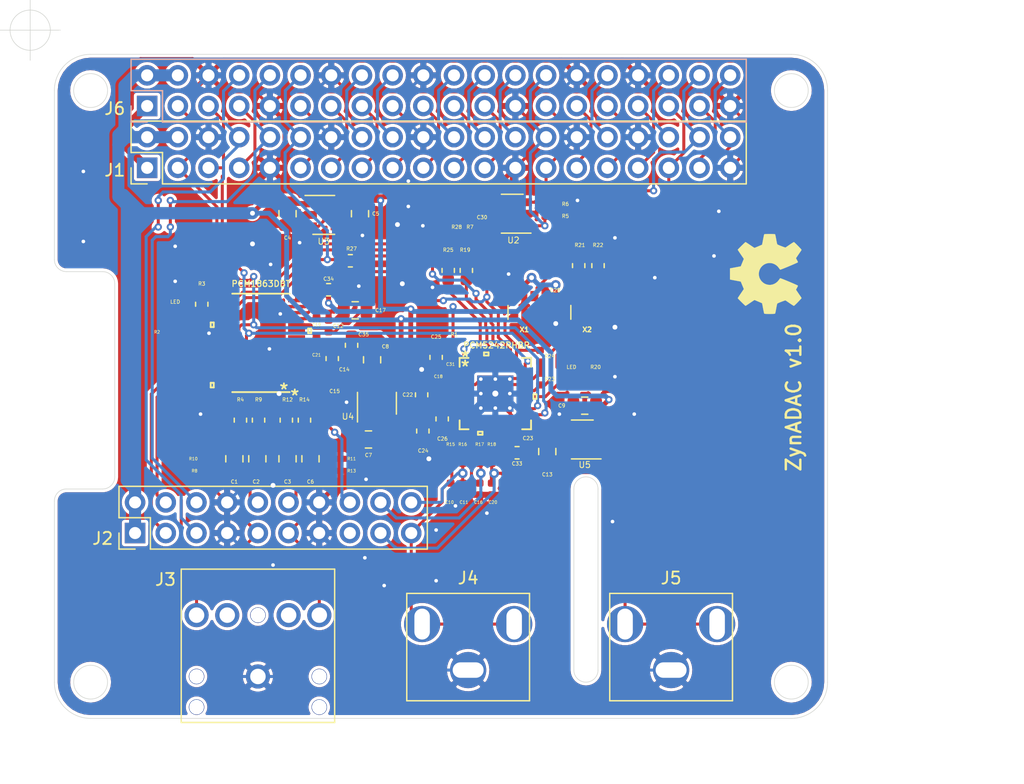
<source format=kicad_pcb>
(kicad_pcb (version 20171130) (host pcbnew 5.0.2-5.fc29)
  (layers (0 F.Cu signal) (31 B.Cu signal) (34 B.Paste user) (35 F.Paste user) (36 B.SilkS user) (37 F.SilkS user) (38 B.Mask user) (39 F.Mask user) (44 Edge.Cuts user))
  (net 0 "")
  (net 1 inr+)
  (net 2 "Net-(C1-Pad1)")
  (net 3 "Net-(C2-Pad1)")
  (net 4 inr-)
  (net 5 "Net-(C3-Pad1)")
  (net 6 inl-)
  (net 7 5v)
  (net 8 GND)
  (net 9 DVDD)
  (net 10 inl+)
  (net 11 "Net-(C6-Pad1)")
  (net 12 AVDD2)
  (net 13 outl+)
  (net 14 outl-)
  (net 15 "Net-(C12-Pad1)")
  (net 16 AVDD)
  (net 17 "Net-(C14-Pad2)")
  (net 18 micbias)
  (net 19 outr-)
  (net 20 outr+)
  (net 21 "Net-(C24-Pad2)")
  (net 22 "Net-(C25-Pad2)")
  (net 23 "Net-(C26-Pad1)")
  (net 24 "Net-(C26-Pad2)")
  (net 25 "Net-(D1-Pad2)")
  (net 26 "Net-(D1-Pad1)")
  (net 27 "Net-(D2-Pad1)")
  (net 28 "Net-(D2-Pad2)")
  (net 29 "Net-(J1-Pad1)")
  (net 30 sda)
  (net 31 scl)
  (net 32 "Net-(J1-Pad7)")
  (net 33 gpio14)
  (net 34 gpio15)
  (net 35 "Net-(J1-Pad11)")
  (net 36 "Net-(J1-Pad12)")
  (net 37 "Net-(J1-Pad13)")
  (net 38 "Net-(J1-Pad15)")
  (net 39 "Net-(J1-Pad16)")
  (net 40 "Net-(J1-Pad17)")
  (net 41 "Net-(J1-Pad18)")
  (net 42 "Net-(J1-Pad19)")
  (net 43 "Net-(J1-Pad21)")
  (net 44 "Net-(J1-Pad22)")
  (net 45 "Net-(J1-Pad23)")
  (net 46 "Net-(J1-Pad24)")
  (net 47 "Net-(J1-Pad26)")
  (net 48 ID_SD)
  (net 49 ID_SC)
  (net 50 "Net-(J1-Pad29)")
  (net 51 "Net-(J1-Pad31)")
  (net 52 "Net-(J1-Pad32)")
  (net 53 "Net-(J1-Pad33)")
  (net 54 "Net-(J1-Pad35)")
  (net 55 "Net-(J1-Pad36)")
  (net 56 "Net-(J1-Pad37)")
  (net 57 "Net-(J1-Pad38)")
  (net 58 "Net-(J1-Pad40)")
  (net 59 "Net-(J2-Pad15)")
  (net 60 "Net-(J3-PadSN)")
  (net 61 "Net-(R1-Pad1)")
  (net 62 "Net-(R3-Pad1)")
  (net 63 "Net-(R4-Pad1)")
  (net 64 "Net-(R28-Pad2)")
  (net 65 "Net-(R9-Pad1)")
  (net 66 "Net-(R12-Pad1)")
  (net 67 "Net-(R14-Pad1)")
  (net 68 "Net-(R15-Pad1)")
  (net 69 "Net-(R16-Pad1)")
  (net 70 "Net-(R17-Pad1)")
  (net 71 "Net-(R18-Pad1)")
  (net 72 "Net-(R21-Pad2)")
  (net 73 "Net-(R21-Pad1)")
  (net 74 "Net-(R22-Pad1)")
  (net 75 "Net-(R23-Pad1)")
  (net 76 "Net-(R24-Pad1)")
  (net 77 "Net-(R25-Pad2)")
  (net 78 "Net-(R27-Pad2)")
  (net 79 "Net-(U1-Pad9)")
  (net 80 "Net-(U1-Pad10)")
  (net 81 "Net-(U1-Pad19)")
  (net 82 "Net-(U1-Pad21)")
  (net 83 "Net-(U1-Pad27)")
  (net 84 "Net-(U1-Pad28)")
  (net 85 "Net-(U1-Pad29)")
  (net 86 "Net-(U1-Pad30)")
  (net 87 "Net-(U3-Pad4)")
  (net 88 "Net-(U4-Pad4)")
  (net 89 "Net-(U5-Pad4)")
  (net 90 "Net-(U6-Pad19)")
  (net 91 DIN)
  (net 92 "Net-(U6-Pad29)")
  (net 93 "Net-(U6-Pad30)")
  (net 94 "Net-(J3-PadT)")
  (module Oscillator:Oscillator_SMD_Abracon_ASDMB-4Pin_2.5x2.0mm (layer F.Cu) (at 56.1 32.8)
    (fp_text reference X2 (at 0 2) (layer F.SilkS) (effects (font (size 0.4 0.4) (thickness 0.1))))
    (fp_text value 24.576Mhz)
    (pad 4 smd rect (at -0.825 -0.775) (size 0.65 0.85) (layers F.Cu F.Paste F.Mask) (net 9 DVDD))
    (pad 3 smd rect (at 0.825 -0.775) (size 0.65 0.85) (layers F.Cu F.Paste F.Mask) (net 74 "Net-(R22-Pad1)"))
    (pad 2 smd rect (at 0.825 0.775) (size 0.65 0.85) (layers F.Cu F.Paste F.Mask) (net 8 GND))
    (pad 1 smd rect (at -0.825 0.775) (size 0.65 0.85) (layers F.Cu F.Paste F.Mask) (net 75 "Net-(R23-Pad1)"))
  )
  (module Oscillator:Oscillator_SMD_Abracon_ASDMB-4Pin_2.5x2.0mm (layer F.Cu) (at 50.9 32.8)
    (fp_text reference X1 (at 0 2) (layer F.SilkS) (effects (font (size 0.4 0.4) (thickness 0.1))))
    (fp_text value 22.5792Mhz)
    (pad 1 smd rect (at -0.825 0.775) (size 0.65 0.85) (layers F.Cu F.Paste F.Mask) (net 76 "Net-(R24-Pad1)"))
    (pad 2 smd rect (at 0.825 0.775) (size 0.65 0.85) (layers F.Cu F.Paste F.Mask) (net 8 GND))
    (pad 3 smd rect (at 0.825 -0.775) (size 0.65 0.85) (layers F.Cu F.Paste F.Mask) (net 73 "Net-(R21-Pad1)"))
    (pad 4 smd rect (at -0.825 -0.775) (size 0.65 0.85) (layers F.Cu F.Paste F.Mask) (net 9 DVDD))
  )
  (module pcm5242:PCM5242RHBR (layer F.Cu) (at 48.5 40.1)
    (fp_text reference U6 hide)
    (fp_text value PCM5242RHBR (at 0.1 -4) (layer F.SilkS) (effects (font (size 0.5 0.5) (thickness 0.09))))
    (fp_text user * (at -2.5 -2.2) (layer F.SilkS))
    (fp_text user * (at -2.5 -3) (layer F.SilkS))
    (pad 1 smd rect (at -2.474999 -1.749999 90) (size 0.28 0.85) (layers F.Cu F.Paste F.Mask) (net 61 "Net-(R1-Pad1)"))
    (pad 2 smd rect (at -2.474999 -1.25 90) (size 0.28 0.85) (layers F.Cu F.Paste F.Mask) (net 22 "Net-(C25-Pad2)"))
    (pad 3 smd rect (at -2.474999 -0.750001 90) (size 0.28 0.85) (layers F.Cu F.Paste F.Mask) (net 8 GND))
    (pad 4 smd rect (at -2.474999 -0.25 90) (size 0.28 0.85) (layers F.Cu F.Paste F.Mask) (net 9 DVDD))
    (pad 5 smd rect (at -2.474999 0.25 90) (size 0.28 0.85) (layers F.Cu F.Paste F.Mask) (net 9 DVDD))
    (pad 6 smd rect (at -2.474999 0.750001 90) (size 0.28 0.85) (layers F.Cu F.Paste F.Mask) (net 24 "Net-(C26-Pad2)"))
    (pad 7 smd rect (at -2.474999 1.25 90) (size 0.28 0.85) (layers F.Cu F.Paste F.Mask) (net 8 GND))
    (pad 8 smd rect (at -2.474999 1.749999 90) (size 0.28 0.85) (layers F.Cu F.Paste F.Mask) (net 23 "Net-(C26-Pad1)"))
    (pad 9 smd rect (at -1.750441 2.474999) (size 0.28 0.85) (layers F.Cu F.Paste F.Mask) (net 21 "Net-(C24-Pad2)"))
    (pad 10 smd rect (at -1.250315 2.474999) (size 0.28 0.85) (layers F.Cu F.Paste F.Mask) (net 68 "Net-(R15-Pad1)"))
    (pad 11 smd rect (at -0.750189 2.474999) (size 0.28 0.85) (layers F.Cu F.Paste F.Mask) (net 69 "Net-(R16-Pad1)"))
    (pad 12 smd rect (at -0.250063 2.474999) (size 0.28 0.85) (layers F.Cu F.Paste F.Mask) (net 70 "Net-(R17-Pad1)"))
    (pad 13 smd rect (at 0.250063 2.474999) (size 0.28 0.85) (layers F.Cu F.Paste F.Mask) (net 71 "Net-(R18-Pad1)"))
    (pad 14 smd rect (at 0.750189 2.474999) (size 0.28 0.85) (layers F.Cu F.Paste F.Mask) (net 16 AVDD))
    (pad 15 smd rect (at 1.250315 2.474999) (size 0.28 0.85) (layers F.Cu F.Paste F.Mask) (net 8 GND))
    (pad 16 smd rect (at 1.750441 2.474999) (size 0.28 0.85) (layers F.Cu F.Paste F.Mask) (net 8 GND))
    (pad 17 smd rect (at 2.474999 1.749999 90) (size 0.28 0.85) (layers F.Cu F.Paste F.Mask) (net 30 sda))
    (pad 18 smd rect (at 2.474999 1.25 90) (size 0.28 0.85) (layers F.Cu F.Paste F.Mask) (net 31 scl))
    (pad 19 smd rect (at 2.474999 0.750001 90) (size 0.28 0.85) (layers F.Cu F.Paste F.Mask) (net 90 "Net-(U6-Pad19)"))
    (pad 20 smd rect (at 2.474999 0.25 90) (size 0.28 0.85) (layers F.Cu F.Paste F.Mask) (net 28 "Net-(D2-Pad2)"))
    (pad 21 smd rect (at 2.474999 -0.25 90) (size 0.28 0.85) (layers F.Cu F.Paste F.Mask) (net 75 "Net-(R23-Pad1)"))
    (pad 22 smd rect (at 2.474999 -0.750001 90) (size 0.28 0.85) (layers F.Cu F.Paste F.Mask) (net 8 GND))
    (pad 23 smd rect (at 2.474999 -1.25 90) (size 0.28 0.85) (layers F.Cu F.Paste F.Mask) (net 8 GND))
    (pad 24 smd rect (at 2.474999 -1.749999 90) (size 0.28 0.85) (layers F.Cu F.Paste F.Mask) (net 61 "Net-(R1-Pad1)"))
    (pad 25 smd rect (at 1.750441 -2.474999) (size 0.28 0.85) (layers F.Cu F.Paste F.Mask) (net 76 "Net-(R24-Pad1)"))
    (pad 26 smd rect (at 1.250315 -2.474999) (size 0.28 0.85) (layers F.Cu F.Paste F.Mask) (net 72 "Net-(R21-Pad2)"))
    (pad 27 smd rect (at 0.750189 -2.474999) (size 0.28 0.85) (layers F.Cu F.Paste F.Mask) (net 78 "Net-(R27-Pad2)"))
    (pad 28 smd rect (at 0.250063 -2.474999) (size 0.28 0.85) (layers F.Cu F.Paste F.Mask) (net 91 DIN))
    (pad 29 smd rect (at -0.250063 -2.474999) (size 0.28 0.85) (layers F.Cu F.Paste F.Mask) (net 92 "Net-(U6-Pad29)"))
    (pad 30 smd rect (at -0.750189 -2.474999) (size 0.28 0.85) (layers F.Cu F.Paste F.Mask) (net 93 "Net-(U6-Pad30)"))
    (pad 31 smd rect (at -1.250315 -2.474999) (size 0.28 0.85) (layers F.Cu F.Paste F.Mask) (net 77 "Net-(R25-Pad2)"))
    (pad 32 smd rect (at -1.750441 -2.474999) (size 0.28 0.85) (layers F.Cu F.Paste F.Mask) (net 61 "Net-(R1-Pad1)"))
    (pad 33 thru_hole rect (at 0 0) (size 3 3) (drill 0.5) (layers *.Cu *.Mask) (net 8 GND))
  )
  (module pcm1863:PCM1863DBT (layer F.Cu) (at 29.1 35.9 180)
    (fp_text reference U1 hide)
    (fp_text value PCM1863DBT (at 0 4.9 180) (layer F.SilkS) (effects (font (size 0.5 0.5) (thickness 0.09))))
    (fp_text user * (at -1.9 -3.9) (layer F.SilkS))
    (fp_text user * (at -2.8 -4.4) (layer F.SilkS))
    (pad 1 smd rect (at -2.949948 -3.500001 180) (size 1.404099 0.2794) (layers F.Cu F.Paste F.Mask) (net 66 "Net-(R12-Pad1)"))
    (pad 2 smd rect (at -2.949948 -2.999999 180) (size 1.404099 0.2794) (layers F.Cu F.Paste F.Mask) (net 65 "Net-(R9-Pad1)"))
    (pad 3 smd rect (at -2.949948 -2.5 180) (size 1.404099 0.2794) (layers F.Cu F.Paste F.Mask) (net 67 "Net-(R14-Pad1)"))
    (pad 4 smd rect (at -2.949948 -1.999999 180) (size 1.404099 0.2794) (layers F.Cu F.Paste F.Mask) (net 63 "Net-(R4-Pad1)"))
    (pad 5 smd rect (at -2.949948 -1.5 180) (size 1.404099 0.2794) (layers F.Cu F.Paste F.Mask) (net 18 micbias))
    (pad 6 smd rect (at -2.949948 -0.999998 180) (size 1.404099 0.2794) (layers F.Cu F.Paste F.Mask) (net 17 "Net-(C14-Pad2)"))
    (pad 7 smd rect (at -2.949948 -0.499999 180) (size 1.404099 0.2794) (layers F.Cu F.Paste F.Mask) (net 8 GND))
    (pad 8 smd rect (at -2.949948 0 180) (size 1.404099 0.2794) (layers F.Cu F.Paste F.Mask) (net 12 AVDD2))
    (pad 9 smd rect (at -2.949948 0.500002 180) (size 1.404099 0.2794) (layers F.Cu F.Paste F.Mask) (net 79 "Net-(U1-Pad9)"))
    (pad 10 smd rect (at -2.949948 1.000001 180) (size 1.404099 0.2794) (layers F.Cu F.Paste F.Mask) (net 80 "Net-(U1-Pad10)"))
    (pad 11 smd rect (at -2.949948 1.5 180) (size 1.404099 0.2794) (layers F.Cu F.Paste F.Mask) (net 15 "Net-(C12-Pad1)"))
    (pad 12 smd rect (at -2.949948 2.000001 180) (size 1.404099 0.2794) (layers F.Cu F.Paste F.Mask) (net 8 GND))
    (pad 13 smd rect (at -2.949948 2.5 180) (size 1.404099 0.2794) (layers F.Cu F.Paste F.Mask) (net 9 DVDD))
    (pad 14 smd rect (at -2.949948 3.000002 180) (size 1.404099 0.2794) (layers F.Cu F.Paste F.Mask) (net 9 DVDD))
    (pad 15 smd rect (at -2.949948 3.500001 180) (size 1.404099 0.2794) (layers F.Cu F.Paste F.Mask) (net 72 "Net-(R21-Pad2)"))
    (pad 16 smd rect (at 2.949948 3.500001 180) (size 1.404099 0.2794) (layers F.Cu F.Paste F.Mask) (net 54 "Net-(J1-Pad35)"))
    (pad 17 smd rect (at 2.949948 2.999999 180) (size 1.404099 0.2794) (layers F.Cu F.Paste F.Mask) (net 36 "Net-(J1-Pad12)"))
    (pad 18 smd rect (at 2.949948 2.5 180) (size 1.404099 0.2794) (layers F.Cu F.Paste F.Mask) (net 62 "Net-(R3-Pad1)"))
    (pad 19 smd rect (at 2.949948 1.999999 180) (size 1.404099 0.2794) (layers F.Cu F.Paste F.Mask) (net 81 "Net-(U1-Pad19)"))
    (pad 20 smd rect (at 2.949948 1.5 180) (size 1.404099 0.2794) (layers F.Cu F.Paste F.Mask) (net 25 "Net-(D1-Pad2)"))
    (pad 21 smd rect (at 2.949948 1.000001 180) (size 1.404099 0.2794) (layers F.Cu F.Paste F.Mask) (net 82 "Net-(U1-Pad21)"))
    (pad 22 smd rect (at 2.949948 0.499999 180) (size 1.404099 0.2794) (layers F.Cu F.Paste F.Mask) (net 8 GND))
    (pad 23 smd rect (at 2.949948 0 180) (size 1.404099 0.2794) (layers F.Cu F.Paste F.Mask) (net 30 sda))
    (pad 24 smd rect (at 2.949948 -0.500002 180) (size 1.404099 0.2794) (layers F.Cu F.Paste F.Mask) (net 31 scl))
    (pad 25 smd rect (at 2.949948 -1.000001 180) (size 1.404099 0.2794) (layers F.Cu F.Paste F.Mask) (net 8 GND))
    (pad 26 smd rect (at 2.949948 -1.5 180) (size 1.404099 0.2794) (layers F.Cu F.Paste F.Mask) (net 8 GND))
    (pad 27 smd rect (at 2.949948 -2.000001 180) (size 1.404099 0.2794) (layers F.Cu F.Paste F.Mask) (net 83 "Net-(U1-Pad27)"))
    (pad 28 smd rect (at 2.949948 -2.5 180) (size 1.404099 0.2794) (layers F.Cu F.Paste F.Mask) (net 84 "Net-(U1-Pad28)"))
    (pad 29 smd rect (at 2.949948 -3.000002 180) (size 1.404099 0.2794) (layers F.Cu F.Paste F.Mask) (net 85 "Net-(U1-Pad29)"))
    (pad 30 smd rect (at 2.949948 -3.500001 180) (size 1.404099 0.2794) (layers F.Cu F.Paste F.Mask) (net 86 "Net-(U1-Pad30)"))
  )
  (module zynthiandac:conn_audio5 (layer F.Cu) (at 28.85 58.45)
    (fp_text reference J3 (at -7.65 -2.95) (layer F.SilkS))
    (fp_text value AudioJack2_Ground_Switch)
    (pad G thru_hole circle (at 0 5.08 90) (size 2 2) (drill 1.28) (layers *.Cu *.Mask) (net 8 GND))
    (pad SN thru_hole circle (at -2.54 0 90) (size 2 2) (drill 1.28) (layers *.Cu *.Mask) (net 60 "Net-(J3-PadSN)"))
    (pad S thru_hole circle (at -5.08 0 90) (size 2 2) (drill 1.28) (layers *.Cu *.Mask) (net 1 inr+))
    (pad T thru_hole circle (at 2.54 0 90) (size 2 2) (drill 1.28) (layers *.Cu *.Mask) (net 94 "Net-(J3-PadT)"))
    (pad TN thru_hole circle (at 5.08 0 90) (size 2 2) (drill 1.28) (layers *.Cu *.Mask) (net 10 inl+))
    (pad "" thru_hole circle (at 0 0) (size 1.28 1.28) (drill 1.2) (layers *.Cu *.Mask))
    (pad "" thru_hole circle (at 5.08 5.08) (size 1.28 1.28) (drill 1.2) (layers *.Cu *.Mask))
    (pad "" thru_hole circle (at 5.08 7.62) (size 1.28 1.28) (drill 1.2) (layers *.Cu *.Mask))
    (pad "" thru_hole circle (at -5.08 5.08) (size 1.28 1.28) (drill 1.2) (layers *.Cu *.Mask))
    (pad "" thru_hole circle (at -5.08 7.62) (size 1.28 1.28) (drill 1.2) (layers *.Cu *.Mask))
  )
  (module Symbol:OSHW-Symbol_6.7x6mm_SilkScreen (layer F.Cu) (at 70.9 30.2 90)
    (fp_text reference REF** hide)
    (fp_text value OSHW-Symbol_6.7x6mm_SilkScreen hide)
  )
  (module "zynthiandac:Zynthian Logo Mask" (layer F.Cu) (at 69.7 42.9 90)
    (fp_text reference G*** hide)
    (fp_text value LOGO hide)
  )
  (module Resistor_SMD:R_0402_1005Metric (layer F.Cu) (at 52.2 38.9 90)
    (fp_text reference R23 hide)
    (fp_text value 10k)
    (fp_text user %R (at 0 0.8 180) (layer F.SilkS) (effects (font (size 0.3 0.3) (thickness 0.05))))
    (pad 2 smd roundrect (at 0.485 0 90) (size 0.59 0.64) (layers F.Cu F.Paste F.Mask) (net 8 GND))
    (pad 1 smd roundrect (at -0.485 0 90) (size 0.59 0.64) (layers F.Cu F.Paste F.Mask) (net 75 "Net-(R23-Pad1)"))
  )
  (module Resistor_SMD:R_0402_1005Metric (layer F.Cu) (at 52.2 37 270)
    (fp_text reference R24 hide)
    (fp_text value 10k)
    (fp_text user %R (at 0 -0.8 180) (layer F.SilkS) (effects (font (size 0.3 0.3) (thickness 0.05))))
    (pad 1 smd roundrect (at -0.485 0 270) (size 0.59 0.64) (layers F.Cu F.Paste F.Mask) (net 76 "Net-(R24-Pad1)"))
    (pad 2 smd roundrect (at 0.485 0 270) (size 0.59 0.64) (layers F.Cu F.Paste F.Mask) (net 8 GND))
  )
  (module Resistor_SMD:R_0603_1608Metric (layer F.Cu) (at 55.4 29.5 90)
    (fp_text reference R21 (at 1.7 0.1 180) (layer F.SilkS) (effects (font (size 0.3 0.3) (thickness 0.05))))
    (fp_text value 100R)
    (pad 2 smd roundrect (at 0.7875 0 90) (size 0.875 0.95) (layers F.Cu F.Paste F.Mask) (net 72 "Net-(R21-Pad2)"))
    (pad 1 smd roundrect (at -0.7875 0 90) (size 0.875 0.95) (layers F.Cu F.Paste F.Mask) (net 73 "Net-(R21-Pad1)"))
  )
  (module Resistor_SMD:R_0603_1608Metric (layer F.Cu) (at 44.6 29.9 270)
    (fp_text reference R25 (at -1.7 0 180) (layer F.SilkS) (effects (font (size 0.3 0.3) (thickness 0.05))))
    (fp_text value 100R)
    (pad 2 smd roundrect (at 0.7875 0 270) (size 0.875 0.95) (layers F.Cu F.Paste F.Mask) (net 77 "Net-(R25-Pad2)"))
    (pad 1 smd roundrect (at -0.7875 0 270) (size 0.875 0.95) (layers F.Cu F.Paste F.Mask) (net 54 "Net-(J1-Pad35)"))
  )
  (module Capacitor_SMD:C_0805_2012Metric (layer F.Cu) (at 55.9 41.1 180)
    (fp_text reference C9 hide)
    (fp_text value 10uf16v)
    (fp_text user %R (at 1.9 0) (layer F.SilkS) (effects (font (size 0.3 0.3) (thickness 0.05))))
    (pad 1 smd roundrect (at -0.9375 0 180) (size 0.975 1.4) (layers F.Cu F.Paste F.Mask) (net 7 5v))
    (pad 2 smd roundrect (at 0.9375 0 180) (size 0.975 1.4) (layers F.Cu F.Paste F.Mask) (net 8 GND))
  )
  (module Capacitor_SMD:C_0402_1005Metric (layer F.Cu) (at 43.8 39.7 270)
    (fp_text reference C18 (at -1.02 0.02 180) (layer F.SilkS) (effects (font (size 0.25 0.25) (thickness 0.04))))
    (fp_text value 100nF25V)
    (pad 2 smd roundrect (at 0.485 0 270) (size 0.59 0.64) (layers F.Cu F.Paste F.Mask) (net 9 DVDD))
    (pad 1 smd roundrect (at -0.485 0 270) (size 0.59 0.64) (layers F.Cu F.Paste F.Mask) (net 8 GND))
  )
  (module Connector_PinHeader_2.54mm:PinHeader_2x10_P2.54mm_Vertical (layer F.Cu) (at 18.68 51.65 90)
    (fp_text reference J2 (at -0.45 -2.68 180) (layer F.SilkS))
    (fp_text value Conn_02x10_Odd_Even)
    (pad 1 thru_hole rect (at 0 0 90) (size 1.7 1.7) (drill 1) (layers *.Cu *.Mask) (net 7 5v))
    (pad 2 thru_hole oval (at 2.54 0 90) (size 1.7 1.7) (drill 1) (layers *.Cu *.Mask) (net 7 5v))
    (pad 3 thru_hole oval (at 0 2.54 90) (size 1.7 1.7) (drill 1) (layers *.Cu *.Mask) (net 30 sda))
    (pad 4 thru_hole oval (at 2.54 2.54 90) (size 1.7 1.7) (drill 1) (layers *.Cu *.Mask) (net 31 scl))
    (pad 5 thru_hole oval (at 0 5.08 90) (size 1.7 1.7) (drill 1) (layers *.Cu *.Mask) (net 33 gpio14))
    (pad 6 thru_hole oval (at 2.54 5.08 90) (size 1.7 1.7) (drill 1) (layers *.Cu *.Mask) (net 34 gpio15))
    (pad 7 thru_hole oval (at 0 7.62 90) (size 1.7 1.7) (drill 1) (layers *.Cu *.Mask) (net 8 GND))
    (pad 8 thru_hole oval (at 2.54 7.62 90) (size 1.7 1.7) (drill 1) (layers *.Cu *.Mask) (net 8 GND))
    (pad 9 thru_hole oval (at 0 10.16 90) (size 1.7 1.7) (drill 1) (layers *.Cu *.Mask) (net 1 inr+))
    (pad 10 thru_hole oval (at 2.54 10.16 90) (size 1.7 1.7) (drill 1) (layers *.Cu *.Mask) (net 4 inr-))
    (pad 11 thru_hole oval (at 0 12.7 90) (size 1.7 1.7) (drill 1) (layers *.Cu *.Mask) (net 10 inl+))
    (pad 12 thru_hole oval (at 2.54 12.7 90) (size 1.7 1.7) (drill 1) (layers *.Cu *.Mask) (net 6 inl-))
    (pad 13 thru_hole oval (at 0 15.24 90) (size 1.7 1.7) (drill 1) (layers *.Cu *.Mask) (net 8 GND))
    (pad 14 thru_hole oval (at 2.54 15.24 90) (size 1.7 1.7) (drill 1) (layers *.Cu *.Mask) (net 8 GND))
    (pad 15 thru_hole oval (at 0 17.78 90) (size 1.7 1.7) (drill 1) (layers *.Cu *.Mask) (net 59 "Net-(J2-Pad15)"))
    (pad 16 thru_hole oval (at 2.54 17.78 90) (size 1.7 1.7) (drill 1) (layers *.Cu *.Mask) (net 18 micbias))
    (pad 17 thru_hole oval (at 0 20.32 90) (size 1.7 1.7) (drill 1) (layers *.Cu *.Mask) (net 20 outr+))
    (pad 18 thru_hole oval (at 2.54 20.32 90) (size 1.7 1.7) (drill 1) (layers *.Cu *.Mask) (net 19 outr-))
    (pad 19 thru_hole oval (at 0 22.86 90) (size 1.7 1.7) (drill 1) (layers *.Cu *.Mask) (net 13 outl+))
    (pad 20 thru_hole oval (at 2.54 22.86 90) (size 1.7 1.7) (drill 1) (layers *.Cu *.Mask) (net 14 outl-))
  )
  (module Package_TO_SOT_SMD:SOT-23-5 (layer F.Cu) (at 38.7 40.9 90)
    (fp_text reference U4 hide)
    (fp_text value ncp163)
    (fp_text user %R (at -1.1 -2.4) (layer F.SilkS) (effects (font (size 0.5 0.5) (thickness 0.075))))
    (pad 1 smd rect (at -1.1 -0.95 90) (size 1.06 0.65) (layers F.Cu F.Paste F.Mask) (net 7 5v))
    (pad 2 smd rect (at -1.1 0 90) (size 1.06 0.65) (layers F.Cu F.Paste F.Mask) (net 8 GND))
    (pad 3 smd rect (at -1.1 0.95 90) (size 1.06 0.65) (layers F.Cu F.Paste F.Mask) (net 7 5v))
    (pad 4 smd rect (at 1.1 0.95 90) (size 1.06 0.65) (layers F.Cu F.Paste F.Mask) (net 88 "Net-(U4-Pad4)"))
    (pad 5 smd rect (at 1.1 -0.95 90) (size 1.06 0.65) (layers F.Cu F.Paste F.Mask) (net 12 AVDD2))
  )
  (module Capacitor_SMD:C_0805_2012Metric (layer F.Cu) (at 38 43.9 180)
    (fp_text reference C7 hide)
    (fp_text value 10uf16v)
    (fp_text user %R (at 0 -1.3) (layer F.SilkS) (effects (font (size 0.3 0.3) (thickness 0.05))))
    (pad 2 smd roundrect (at 0.9375 0 180) (size 0.975 1.4) (layers F.Cu F.Paste F.Mask) (net 8 GND))
    (pad 1 smd roundrect (at -0.9375 0 180) (size 0.975 1.4) (layers F.Cu F.Paste F.Mask) (net 7 5v))
  )
  (module Capacitor_SMD:C_0805_2012Metric (layer F.Cu) (at 26.9 45.5 270)
    (fp_text reference C1 hide)
    (fp_text value 10uf16v)
    (fp_text user %R (at 1.9 0 180) (layer F.SilkS) (effects (font (size 0.3 0.3) (thickness 0.05))))
    (pad 2 smd roundrect (at 0.9375 0 270) (size 0.975 1.4) (layers F.Cu F.Paste F.Mask) (net 1 inr+))
    (pad 1 smd roundrect (at -0.9375 0 270) (size 0.975 1.4) (layers F.Cu F.Paste F.Mask) (net 2 "Net-(C1-Pad1)"))
  )
  (module Capacitor_SMD:C_0805_2012Metric (layer F.Cu) (at 28.8 45.5 270)
    (fp_text reference C2 hide)
    (fp_text value 10uf16v)
    (fp_text user %R (at 1.9 0.1 180) (layer F.SilkS) (effects (font (size 0.3 0.3) (thickness 0.05))))
    (pad 1 smd roundrect (at -0.9375 0 270) (size 0.975 1.4) (layers F.Cu F.Paste F.Mask) (net 3 "Net-(C2-Pad1)"))
    (pad 2 smd roundrect (at 0.9375 0 270) (size 0.975 1.4) (layers F.Cu F.Paste F.Mask) (net 4 inr-))
  )
  (module Capacitor_SMD:C_0805_2012Metric (layer F.Cu) (at 31.3 45.5 270)
    (fp_text reference C3 hide)
    (fp_text value 10uf16v)
    (fp_text user %R (at 1.9 0 180) (layer F.SilkS) (effects (font (size 0.3 0.3) (thickness 0.05))))
    (pad 1 smd roundrect (at -0.9375 0 270) (size 0.975 1.4) (layers F.Cu F.Paste F.Mask) (net 5 "Net-(C3-Pad1)"))
    (pad 2 smd roundrect (at 0.9375 0 270) (size 0.975 1.4) (layers F.Cu F.Paste F.Mask) (net 6 inl-))
  )
  (module Capacitor_SMD:C_0805_2012Metric (layer F.Cu) (at 31.3 25.2 270)
    (fp_text reference C4 hide)
    (fp_text value 10uf16v)
    (fp_text user %R (at 2 0 180) (layer F.SilkS) (effects (font (size 0.3 0.3) (thickness 0.05))))
    (pad 1 smd roundrect (at -0.9375 0 270) (size 0.975 1.4) (layers F.Cu F.Paste F.Mask) (net 7 5v))
    (pad 2 smd roundrect (at 0.9375 0 270) (size 0.975 1.4) (layers F.Cu F.Paste F.Mask) (net 8 GND))
  )
  (module Capacitor_SMD:C_0805_2012Metric (layer F.Cu) (at 37.3 25.2 270)
    (fp_text reference C5 hide)
    (fp_text value 10uf16v)
    (fp_text user %R (at 0 -1.3 180) (layer F.SilkS) (effects (font (size 0.3 0.3) (thickness 0.05))))
    (pad 2 smd roundrect (at 0.9375 0 270) (size 0.975 1.4) (layers F.Cu F.Paste F.Mask) (net 8 GND))
    (pad 1 smd roundrect (at -0.9375 0 270) (size 0.975 1.4) (layers F.Cu F.Paste F.Mask) (net 9 DVDD))
  )
  (module Capacitor_SMD:C_0805_2012Metric (layer F.Cu) (at 33.2 45.5 270)
    (fp_text reference C6 hide)
    (fp_text value 10uf16v)
    (fp_text user %R (at 1.9 0 180) (layer F.SilkS) (effects (font (size 0.3 0.3) (thickness 0.05))))
    (pad 2 smd roundrect (at 0.9375 0 270) (size 0.975 1.4) (layers F.Cu F.Paste F.Mask) (net 10 inl+))
    (pad 1 smd roundrect (at -0.9375 0 270) (size 0.975 1.4) (layers F.Cu F.Paste F.Mask) (net 11 "Net-(C6-Pad1)"))
  )
  (module Capacitor_SMD:C_0805_2012Metric (layer F.Cu) (at 38.3 37.3 90)
    (fp_text reference C8 (at 1.1 1.1 180) (layer F.SilkS) (effects (font (size 0.3 0.3) (thickness 0.05))))
    (fp_text value 10uf16v)
    (pad 1 smd roundrect (at -0.9375 0 90) (size 0.975 1.4) (layers F.Cu F.Paste F.Mask) (net 12 AVDD2))
    (pad 2 smd roundrect (at 0.9375 0 90) (size 0.975 1.4) (layers F.Cu F.Paste F.Mask) (net 8 GND))
  )
  (module Capacitor_SMD:C_0402_1005Metric (layer F.Cu) (at 44.8 48 270)
    (fp_text reference C10 hide)
    (fp_text value 2,2nf50v)
    (fp_text user %R (at 1.1 0.1 180) (layer F.SilkS) (effects (font (size 0.25 0.25) (thickness 0.04))))
    (pad 2 smd roundrect (at 0.485 0 270) (size 0.59 0.64) (layers F.Cu F.Paste F.Mask) (net 8 GND))
    (pad 1 smd roundrect (at -0.485 0 270) (size 0.59 0.64) (layers F.Cu F.Paste F.Mask) (net 13 outl+))
  )
  (module Capacitor_SMD:C_0402_1005Metric (layer F.Cu) (at 45.8 48 270)
    (fp_text reference C11 hide)
    (fp_text value 2,2nf50v)
    (fp_text user %R (at 1.1 -0.1 180) (layer F.SilkS) (effects (font (size 0.25 0.25) (thickness 0.04))))
    (pad 1 smd roundrect (at -0.485 0 270) (size 0.59 0.64) (layers F.Cu F.Paste F.Mask) (net 14 outl-))
    (pad 2 smd roundrect (at 0.485 0 270) (size 0.59 0.64) (layers F.Cu F.Paste F.Mask) (net 8 GND))
  )
  (module Capacitor_SMD:C_0402_1005Metric (layer F.Cu) (at 34.7 34.5 90)
    (fp_text reference C12 (at 0 0.8 180) (layer F.SilkS) (effects (font (size 0.3 0.3) (thickness 0.05))))
    (fp_text value 100nf25v)
    (pad 1 smd roundrect (at -0.485 0 90) (size 0.59 0.64) (layers F.Cu F.Paste F.Mask) (net 15 "Net-(C12-Pad1)"))
    (pad 2 smd roundrect (at 0.485 0 90) (size 0.59 0.64) (layers F.Cu F.Paste F.Mask) (net 8 GND))
  )
  (module Capacitor_SMD:C_0805_2012Metric (layer F.Cu) (at 52.8 44.9 90)
    (fp_text reference C13 hide)
    (fp_text value 10uf16v)
    (fp_text user %R (at -1.9 0 180) (layer F.SilkS) (effects (font (size 0.3 0.3) (thickness 0.05))))
    (pad 2 smd roundrect (at 0.9375 0 90) (size 0.975 1.4) (layers F.Cu F.Paste F.Mask) (net 8 GND))
    (pad 1 smd roundrect (at -0.9375 0 90) (size 0.975 1.4) (layers F.Cu F.Paste F.Mask) (net 16 AVDD))
  )
  (module Capacitor_SMD:C_0603_1608Metric (layer F.Cu) (at 35 37.2 270)
    (fp_text reference C14 (at 0.9 -1 180) (layer F.SilkS) (effects (font (size 0.3 0.3) (thickness 0.05))))
    (fp_text value 1uf16v)
    (pad 2 smd roundrect (at 0.7875 0 270) (size 0.875 0.95) (layers F.Cu F.Paste F.Mask) (net 17 "Net-(C14-Pad2)"))
    (pad 1 smd roundrect (at -0.7875 0 270) (size 0.875 0.95) (layers F.Cu F.Paste F.Mask) (net 8 GND))
  )
  (module Capacitor_SMD:C_0402_1005Metric (layer F.Cu) (at 35.2 39.2 180)
    (fp_text reference C15 (at 0 -0.7) (layer F.SilkS) (effects (font (size 0.3 0.3) (thickness 0.05))))
    (fp_text value 100nf25V)
    (pad 2 smd roundrect (at 0.485 0 180) (size 0.59 0.64) (layers F.Cu F.Paste F.Mask) (net 18 micbias))
    (pad 1 smd roundrect (at -0.485 0 180) (size 0.59 0.64) (layers F.Cu F.Paste F.Mask) (net 8 GND))
  )
  (module Capacitor_SMD:C_0402_1005Metric (layer F.Cu) (at 47.2 48 270)
    (fp_text reference C16 hide)
    (fp_text value 2,2nf50v)
    (fp_text user %R (at 1.1 0.1 180) (layer F.SilkS) (effects (font (size 0.25 0.25) (thickness 0.04))))
    (pad 2 smd roundrect (at 0.485 0 270) (size 0.59 0.64) (layers F.Cu F.Paste F.Mask) (net 8 GND))
    (pad 1 smd roundrect (at -0.485 0 270) (size 0.59 0.64) (layers F.Cu F.Paste F.Mask) (net 19 outr-))
  )
  (module Capacitor_SMD:C_0805_2012Metric (layer F.Cu) (at 36.9 33.2 180)
    (fp_text reference C17 (at -2.1 0) (layer F.SilkS) (effects (font (size 0.3 0.3) (thickness 0.05))))
    (fp_text value 10uf16v)
    (pad 1 smd roundrect (at -0.9375 0 180) (size 0.975 1.4) (layers F.Cu F.Paste F.Mask) (net 15 "Net-(C12-Pad1)"))
    (pad 2 smd roundrect (at 0.9375 0 180) (size 0.975 1.4) (layers F.Cu F.Paste F.Mask) (net 8 GND))
  )
  (module Capacitor_SMD:C_0402_1005Metric (layer F.Cu) (at 33.7 33.3 270)
    (fp_text reference C19 (at 1.1 0 180) (layer F.SilkS) (effects (font (size 0.25 0.25) (thickness 0.04))))
    (fp_text value 100nf16v)
    (pad 1 smd roundrect (at -0.485 0 270) (size 0.59 0.64) (layers F.Cu F.Paste F.Mask) (net 9 DVDD))
    (pad 2 smd roundrect (at 0.485 0 270) (size 0.59 0.64) (layers F.Cu F.Paste F.Mask) (net 8 GND))
  )
  (module Capacitor_SMD:C_0402_1005Metric (layer F.Cu) (at 48.2 48 270)
    (fp_text reference C20 hide)
    (fp_text value 2,2nf50v)
    (fp_text user %R (at 1.1 -0.1 180) (layer F.SilkS) (effects (font (size 0.25 0.25) (thickness 0.04))))
    (pad 2 smd roundrect (at 0.485 0 270) (size 0.59 0.64) (layers F.Cu F.Paste F.Mask) (net 8 GND))
    (pad 1 smd roundrect (at -0.485 0 270) (size 0.59 0.64) (layers F.Cu F.Paste F.Mask) (net 20 outr+))
  )
  (module Capacitor_SMD:C_0402_1005Metric (layer F.Cu) (at 33.7 35.8 270)
    (fp_text reference C21 (at 1.1 0 180) (layer F.SilkS) (effects (font (size 0.25 0.25) (thickness 0.04))))
    (fp_text value 100nf25v)
    (pad 1 smd roundrect (at -0.485 0 270) (size 0.59 0.64) (layers F.Cu F.Paste F.Mask) (net 12 AVDD2))
    (pad 2 smd roundrect (at 0.485 0 270) (size 0.59 0.64) (layers F.Cu F.Paste F.Mask) (net 8 GND))
  )
  (module Capacitor_SMD:C_0603_1608Metric (layer F.Cu) (at 42.4 40.2 270)
    (fp_text reference C22 (at 0 1.15 180) (layer F.SilkS) (effects (font (size 0.3 0.3) (thickness 0.05))))
    (fp_text value 1uf16V hide)
    (pad 1 smd roundrect (at -0.7875 0 270) (size 0.875 0.95) (layers F.Cu F.Paste F.Mask) (net 8 GND))
    (pad 2 smd roundrect (at 0.7875 0 270) (size 0.875 0.95) (layers F.Cu F.Paste F.Mask) (net 9 DVDD))
  )
  (module Capacitor_SMD:C_0402_1005Metric (layer F.Cu) (at 49.9 43.8)
    (fp_text reference C23 hide)
    (fp_text value 100nf16v)
    (fp_text user %R (at 1.3 0) (layer F.SilkS) (effects (font (size 0.3 0.3) (thickness 0.05))))
    (pad 1 smd roundrect (at -0.485 0) (size 0.59 0.64) (layers F.Cu F.Paste F.Mask) (net 16 AVDD))
    (pad 2 smd roundrect (at 0.485 0) (size 0.59 0.64) (layers F.Cu F.Paste F.Mask) (net 8 GND))
  )
  (module Capacitor_SMD:C_0603_1608Metric (layer F.Cu) (at 42.5 43.2 270)
    (fp_text reference C24 (at 1.63 -0.03 180) (layer F.SilkS) (effects (font (size 0.3 0.3) (thickness 0.05))))
    (fp_text value "1uf 16v")
    (pad 2 smd roundrect (at 0.7875 0 270) (size 0.875 0.95) (layers F.Cu F.Paste F.Mask) (net 21 "Net-(C24-Pad2)"))
    (pad 1 smd roundrect (at -0.7875 0 270) (size 0.875 0.95) (layers F.Cu F.Paste F.Mask) (net 8 GND))
  )
  (module Capacitor_SMD:C_0603_1608Metric (layer F.Cu) (at 43.6 37.1 90)
    (fp_text reference C25 (at 1.7 0 180) (layer F.SilkS) (effects (font (size 0.3 0.3) (thickness 0.05))))
    (fp_text value 1uf16v)
    (pad 1 smd roundrect (at -0.7875 0 90) (size 0.875 0.95) (layers F.Cu F.Paste F.Mask) (net 8 GND))
    (pad 2 smd roundrect (at 0.7875 0 90) (size 0.875 0.95) (layers F.Cu F.Paste F.Mask) (net 22 "Net-(C25-Pad2)"))
  )
  (module Capacitor_SMD:C_0603_1608Metric (layer F.Cu) (at 44.1 42.2 90)
    (fp_text reference C26 (at -1.64 0.02 180) (layer F.SilkS) (effects (font (size 0.3 0.3) (thickness 0.05))))
    (fp_text value "1uf 16v")
    (pad 1 smd roundrect (at -0.7875 0 90) (size 0.875 0.95) (layers F.Cu F.Paste F.Mask) (net 23 "Net-(C26-Pad1)"))
    (pad 2 smd roundrect (at 0.7875 0 90) (size 0.875 0.95) (layers F.Cu F.Paste F.Mask) (net 24 "Net-(C26-Pad2)"))
  )
  (module Capacitor_SMD:C_0402_1005Metric (layer F.Cu) (at 53.5 32.8 270)
    (fp_text reference C28 (at -1.25318 0.04822 180) (layer F.SilkS) (effects (font (size 0.3 0.3) (thickness 0.05))))
    (fp_text value 100nf25v)
    (pad 2 smd roundrect (at 0.485 0 270) (size 0.59 0.64) (layers F.Cu F.Paste F.Mask) (net 8 GND))
    (pad 1 smd roundrect (at -0.485 0 270) (size 0.59 0.64) (layers F.Cu F.Paste F.Mask) (net 9 DVDD))
  )
  (module Capacitor_SMD:C_0402_1005Metric (layer F.Cu) (at 47.4 24.3 90)
    (fp_text reference C30 hide)
    (fp_text value 100nf25v)
    (fp_text user %R (at -1.2 0 180) (layer F.SilkS) (effects (font (size 0.3 0.3) (thickness 0.05))))
    (pad 2 smd roundrect (at 0.485 0 90) (size 0.59 0.64) (layers F.Cu F.Paste F.Mask) (net 9 DVDD))
    (pad 1 smd roundrect (at -0.485 0 90) (size 0.59 0.64) (layers F.Cu F.Paste F.Mask) (net 8 GND))
  )
  (module Capacitor_SMD:C_0402_1005Metric (layer F.Cu) (at 44.8 38.7 90)
    (fp_text reference C31 (at 1.03 -0.01 180) (layer F.SilkS) (effects (font (size 0.25 0.25) (thickness 0.04))))
    (fp_text value 100nf25v)
    (pad 2 smd roundrect (at 0.485 0 90) (size 0.59 0.64) (layers F.Cu F.Paste F.Mask) (net 22 "Net-(C25-Pad2)"))
    (pad 1 smd roundrect (at -0.485 0 90) (size 0.59 0.64) (layers F.Cu F.Paste F.Mask) (net 8 GND))
  )
  (module Capacitor_SMD:C_0603_1608Metric (layer F.Cu) (at 50.3 45 180)
    (fp_text reference C33 hide)
    (fp_text value 1uf16v)
    (fp_text user %R (at 0 -0.9) (layer F.SilkS) (effects (font (size 0.3 0.3) (thickness 0.05))))
    (pad 2 smd roundrect (at 0.7875 0 180) (size 0.875 0.95) (layers F.Cu F.Paste F.Mask) (net 16 AVDD))
    (pad 1 smd roundrect (at -0.7875 0 180) (size 0.875 0.95) (layers F.Cu F.Paste F.Mask) (net 8 GND))
  )
  (module Capacitor_SMD:C_0603_1608Metric (layer F.Cu) (at 34.7 31.5)
    (fp_text reference C34 (at 0 -0.9) (layer F.SilkS) (effects (font (size 0.3 0.3) (thickness 0.05))))
    (fp_text value 1uf16v)
    (pad 1 smd roundrect (at -0.7875 0) (size 0.875 0.95) (layers F.Cu F.Paste F.Mask) (net 9 DVDD))
    (pad 2 smd roundrect (at 0.7875 0) (size 0.875 0.95) (layers F.Cu F.Paste F.Mask) (net 8 GND))
  )
  (module Capacitor_SMD:C_0603_1608Metric (layer F.Cu) (at 36.6 36.1 270)
    (fp_text reference C35 (at -0.9 -1 180) (layer F.SilkS) (effects (font (size 0.3 0.3) (thickness 0.05))))
    (fp_text value 1uf16v)
    (pad 2 smd roundrect (at 0.7875 0 270) (size 0.875 0.95) (layers F.Cu F.Paste F.Mask) (net 8 GND))
    (pad 1 smd roundrect (at -0.7875 0 270) (size 0.875 0.95) (layers F.Cu F.Paste F.Mask) (net 12 AVDD2))
  )
  (module zynthiandac:led_0806 (layer F.Cu) (at 22.15 33.65 180)
    (fp_text reference D1 hide)
    (fp_text value LED (at 0.15 1.15) (layer F.SilkS) (effects (font (size 0.3 0.3) (thickness 0.05))))
    (pad 2 smd rect (at -0.8 0 180) (size 0.6 1.4) (layers F.Cu F.Paste F.Mask) (net 25 "Net-(D1-Pad2)"))
    (pad 1 smd rect (at 0.65 0 180) (size 1.3 1.4) (layers F.Cu F.Paste F.Mask) (net 26 "Net-(D1-Pad1)"))
  )
  (module zynthiandac:led_0806 (layer F.Cu) (at 54.7 39)
    (fp_text reference D2 hide)
    (fp_text value LED (at 0.1 -1.1) (layer F.SilkS) (effects (font (size 0.3 0.3) (thickness 0.05))))
    (pad 1 smd rect (at 0.65 0) (size 1.3 1.4) (layers F.Cu F.Paste F.Mask) (net 27 "Net-(D2-Pad1)"))
    (pad 2 smd rect (at -0.8 0) (size 0.6 1.4) (layers F.Cu F.Paste F.Mask) (net 28 "Net-(D2-Pad2)"))
  )
  (module Connector_PinHeader_2.54mm:PinHeader_2x20_P2.54mm_Vertical (layer F.Cu) (at 19.68 21.4 90)
    (fp_text reference J1 (at -0.2 -2.68 180) (layer F.SilkS))
    (fp_text value Conn_2x20)
    (pad 1 thru_hole rect (at 0 0 90) (size 1.7 1.7) (drill 1) (layers *.Cu *.Mask) (net 29 "Net-(J1-Pad1)"))
    (pad 2 thru_hole oval (at 2.54 0 90) (size 1.7 1.7) (drill 1) (layers *.Cu *.Mask) (net 7 5v))
    (pad 3 thru_hole oval (at 0 2.54 90) (size 1.7 1.7) (drill 1) (layers *.Cu *.Mask) (net 30 sda))
    (pad 4 thru_hole oval (at 2.54 2.54 90) (size 1.7 1.7) (drill 1) (layers *.Cu *.Mask) (net 7 5v))
    (pad 5 thru_hole oval (at 0 5.08 90) (size 1.7 1.7) (drill 1) (layers *.Cu *.Mask) (net 31 scl))
    (pad 6 thru_hole oval (at 2.54 5.08 90) (size 1.7 1.7) (drill 1) (layers *.Cu *.Mask) (net 8 GND))
    (pad 7 thru_hole oval (at 0 7.62 90) (size 1.7 1.7) (drill 1) (layers *.Cu *.Mask) (net 32 "Net-(J1-Pad7)"))
    (pad 8 thru_hole oval (at 2.54 7.62 90) (size 1.7 1.7) (drill 1) (layers *.Cu *.Mask) (net 33 gpio14))
    (pad 9 thru_hole oval (at 0 10.16 90) (size 1.7 1.7) (drill 1) (layers *.Cu *.Mask) (net 8 GND))
    (pad 10 thru_hole oval (at 2.54 10.16 90) (size 1.7 1.7) (drill 1) (layers *.Cu *.Mask) (net 34 gpio15))
    (pad 11 thru_hole oval (at 0 12.7 90) (size 1.7 1.7) (drill 1) (layers *.Cu *.Mask) (net 35 "Net-(J1-Pad11)"))
    (pad 12 thru_hole oval (at 2.54 12.7 90) (size 1.7 1.7) (drill 1) (layers *.Cu *.Mask) (net 36 "Net-(J1-Pad12)"))
    (pad 13 thru_hole oval (at 0 15.24 90) (size 1.7 1.7) (drill 1) (layers *.Cu *.Mask) (net 37 "Net-(J1-Pad13)"))
    (pad 14 thru_hole oval (at 2.54 15.24 90) (size 1.7 1.7) (drill 1) (layers *.Cu *.Mask) (net 8 GND))
    (pad 15 thru_hole oval (at 0 17.78 90) (size 1.7 1.7) (drill 1) (layers *.Cu *.Mask) (net 38 "Net-(J1-Pad15)"))
    (pad 16 thru_hole oval (at 2.54 17.78 90) (size 1.7 1.7) (drill 1) (layers *.Cu *.Mask) (net 39 "Net-(J1-Pad16)"))
    (pad 17 thru_hole oval (at 0 20.32 90) (size 1.7 1.7) (drill 1) (layers *.Cu *.Mask) (net 40 "Net-(J1-Pad17)"))
    (pad 18 thru_hole oval (at 2.54 20.32 90) (size 1.7 1.7) (drill 1) (layers *.Cu *.Mask) (net 41 "Net-(J1-Pad18)"))
    (pad 19 thru_hole oval (at 0 22.86 90) (size 1.7 1.7) (drill 1) (layers *.Cu *.Mask) (net 42 "Net-(J1-Pad19)"))
    (pad 20 thru_hole oval (at 2.54 22.86 90) (size 1.7 1.7) (drill 1) (layers *.Cu *.Mask) (net 8 GND))
    (pad 21 thru_hole oval (at 0 25.4 90) (size 1.7 1.7) (drill 1) (layers *.Cu *.Mask) (net 43 "Net-(J1-Pad21)"))
    (pad 22 thru_hole oval (at 2.54 25.4 90) (size 1.7 1.7) (drill 1) (layers *.Cu *.Mask) (net 44 "Net-(J1-Pad22)"))
    (pad 23 thru_hole oval (at 0 27.94 90) (size 1.7 1.7) (drill 1) (layers *.Cu *.Mask) (net 45 "Net-(J1-Pad23)"))
    (pad 24 thru_hole oval (at 2.54 27.94 90) (size 1.7 1.7) (drill 1) (layers *.Cu *.Mask) (net 46 "Net-(J1-Pad24)"))
    (pad 25 thru_hole oval (at 0 30.48 90) (size 1.7 1.7) (drill 1) (layers *.Cu *.Mask) (net 8 GND))
    (pad 26 thru_hole oval (at 2.54 30.48 90) (size 1.7 1.7) (drill 1) (layers *.Cu *.Mask) (net 47 "Net-(J1-Pad26)"))
    (pad 27 thru_hole oval (at 0 33.02 90) (size 1.7 1.7) (drill 1) (layers *.Cu *.Mask) (net 48 ID_SD))
    (pad 28 thru_hole oval (at 2.54 33.02 90) (size 1.7 1.7) (drill 1) (layers *.Cu *.Mask) (net 49 ID_SC))
    (pad 29 thru_hole oval (at 0 35.56 90) (size 1.7 1.7) (drill 1) (layers *.Cu *.Mask) (net 50 "Net-(J1-Pad29)"))
    (pad 30 thru_hole oval (at 2.54 35.56 90) (size 1.7 1.7) (drill 1) (layers *.Cu *.Mask) (net 8 GND))
    (pad 31 thru_hole oval (at 0 38.1 90) (size 1.7 1.7) (drill 1) (layers *.Cu *.Mask) (net 51 "Net-(J1-Pad31)"))
    (pad 32 thru_hole oval (at 2.54 38.1 90) (size 1.7 1.7) (drill 1) (layers *.Cu *.Mask) (net 52 "Net-(J1-Pad32)"))
    (pad 33 thru_hole oval (at 0 40.64 90) (size 1.7 1.7) (drill 1) (layers *.Cu *.Mask) (net 53 "Net-(J1-Pad33)"))
    (pad 34 thru_hole oval (at 2.54 40.64 90) (size 1.7 1.7) (drill 1) (layers *.Cu *.Mask) (net 8 GND))
    (pad 35 thru_hole oval (at 0 43.18 90) (size 1.7 1.7) (drill 1) (layers *.Cu *.Mask) (net 54 "Net-(J1-Pad35)"))
    (pad 36 thru_hole oval (at 2.54 43.18 90) (size 1.7 1.7) (drill 1) (layers *.Cu *.Mask) (net 55 "Net-(J1-Pad36)"))
    (pad 37 thru_hole oval (at 0 45.72 90) (size 1.7 1.7) (drill 1) (layers *.Cu *.Mask) (net 56 "Net-(J1-Pad37)"))
    (pad 38 thru_hole oval (at 2.54 45.72 90) (size 1.7 1.7) (drill 1) (layers *.Cu *.Mask) (net 57 "Net-(J1-Pad38)"))
    (pad 39 thru_hole oval (at 0 48.26 90) (size 1.7 1.7) (drill 1) (layers *.Cu *.Mask) (net 8 GND))
    (pad 40 thru_hole oval (at 2.54 48.26 90) (size 1.7 1.7) (drill 1) (layers *.Cu *.Mask) (net 58 "Net-(J1-Pad40)"))
  )
  (module zynthiandac:conn_audio3 (layer F.Cu) (at 46.25 59.19)
    (fp_text reference J4 (at 0 -3.81) (layer F.SilkS))
    (fp_text value AudioJack2_Ground)
    (pad G thru_hole circle (at 0 3.81) (size 3 3) (drill oval 2.56 1.28) (layers *.Cu *.Mask) (net 8 GND))
    (pad S thru_hole circle (at -3.81 0 90) (size 3 3) (drill oval 2.56 1.28) (layers *.Cu *.Mask) (net 13 outl+))
    (pad T thru_hole circle (at 3.81 0 90) (size 3 3) (drill oval 2.56 1.28) (layers *.Cu *.Mask) (net 13 outl+))
  )
  (module zynthiandac:conn_audio3 (layer F.Cu) (at 63.05 59.19)
    (fp_text reference J5 (at 0 -3.81) (layer F.SilkS))
    (fp_text value AudioJack2_Ground)
    (pad T thru_hole circle (at 3.81 0 90) (size 3 3) (drill oval 2.56 1.28) (layers *.Cu *.Mask) (net 20 outr+))
    (pad S thru_hole circle (at -3.81 0 90) (size 3 3) (drill oval 2.56 1.28) (layers *.Cu *.Mask) (net 20 outr+))
    (pad G thru_hole circle (at 0 3.81) (size 3 3) (drill oval 2.56 1.28) (layers *.Cu *.Mask) (net 8 GND))
  )
  (module Resistor_SMD:R_0402_1005Metric (layer F.Cu) (at 45 36.3 90)
    (fp_text reference R1 (at 1.1 0.1 180) (layer F.SilkS) (effects (font (size 0.3 0.3) (thickness 0.05))))
    (fp_text value 10k)
    (pad 2 smd roundrect (at 0.485 0 90) (size 0.59 0.64) (layers F.Cu F.Paste F.Mask) (net 9 DVDD))
    (pad 1 smd roundrect (at -0.485 0 90) (size 0.59 0.64) (layers F.Cu F.Paste F.Mask) (net 61 "Net-(R1-Pad1)"))
  )
  (module Resistor_SMD:R_0402_1005Metric (layer F.Cu) (at 21.7 35.05 180)
    (fp_text reference R2 hide)
    (fp_text value 10k)
    (fp_text user %R (at 1.2 0.05) (layer F.SilkS) (effects (font (size 0.25 0.25) (thickness 0.04))))
    (pad 1 smd roundrect (at -0.485 0 180) (size 0.59 0.64) (layers F.Cu F.Paste F.Mask) (net 8 GND))
    (pad 2 smd roundrect (at 0.485 0 180) (size 0.59 0.64) (layers F.Cu F.Paste F.Mask) (net 26 "Net-(D1-Pad1)"))
  )
  (module Resistor_SMD:R_0402_1005Metric (layer F.Cu) (at 53.1 25.4)
    (fp_text reference R5 hide)
    (fp_text value 3K8)
    (fp_text user %R (at 1.2 0) (layer F.SilkS) (effects (font (size 0.3 0.3) (thickness 0.05))))
    (pad 1 smd roundrect (at -0.485 0) (size 0.59 0.64) (layers F.Cu F.Paste F.Mask) (net 49 ID_SC))
    (pad 2 smd roundrect (at 0.485 0) (size 0.59 0.64) (layers F.Cu F.Paste F.Mask) (net 9 DVDD))
  )
  (module Resistor_SMD:R_0402_1005Metric (layer F.Cu) (at 53.1 24.4)
    (fp_text reference R6 hide)
    (fp_text value 3K8)
    (fp_text user %R (at 1.2 0) (layer F.SilkS) (effects (font (size 0.3 0.3) (thickness 0.05))))
    (pad 1 smd roundrect (at -0.485 0) (size 0.59 0.64) (layers F.Cu F.Paste F.Mask) (net 48 ID_SD))
    (pad 2 smd roundrect (at 0.485 0) (size 0.59 0.64) (layers F.Cu F.Paste F.Mask) (net 9 DVDD))
  )
  (module Resistor_SMD:R_0402_1005Metric (layer F.Cu) (at 46.4 25.1 90)
    (fp_text reference R7 hide)
    (fp_text value 3K8)
    (fp_text user %R (at -1.2 0 180) (layer F.SilkS) (effects (font (size 0.3 0.3) (thickness 0.05))))
    (pad 2 smd roundrect (at 0.485 0 90) (size 0.59 0.64) (layers F.Cu F.Paste F.Mask) (net 8 GND))
    (pad 1 smd roundrect (at -0.485 0 90) (size 0.59 0.64) (layers F.Cu F.Paste F.Mask) (net 64 "Net-(R28-Pad2)"))
  )
  (module Resistor_SMD:R_0402_1005Metric (layer F.Cu) (at 24.9 46.5)
    (fp_text reference R8 hide)
    (fp_text value 100K)
    (fp_text user %R (at -1.3 0) (layer F.SilkS) (effects (font (size 0.25 0.25) (thickness 0.04))))
    (pad 2 smd roundrect (at 0.485 0) (size 0.59 0.64) (layers F.Cu F.Paste F.Mask) (net 1 inr+))
    (pad 1 smd roundrect (at -0.485 0) (size 0.59 0.64) (layers F.Cu F.Paste F.Mask) (net 8 GND))
  )
  (module Resistor_SMD:R_0402_1005Metric (layer F.Cu) (at 24.9 45.5)
    (fp_text reference R10 hide)
    (fp_text value 100K)
    (fp_text user %R (at -1.4 0) (layer F.SilkS) (effects (font (size 0.25 0.25) (thickness 0.04))))
    (pad 2 smd roundrect (at 0.485 0) (size 0.59 0.64) (layers F.Cu F.Paste F.Mask) (net 4 inr-))
    (pad 1 smd roundrect (at -0.485 0) (size 0.59 0.64) (layers F.Cu F.Paste F.Mask) (net 8 GND))
  )
  (module Resistor_SMD:R_0402_1005Metric (layer F.Cu) (at 35.2 45.5 180)
    (fp_text reference R11 hide)
    (fp_text value 100K)
    (fp_text user %R (at -1.4 0) (layer F.SilkS) (effects (font (size 0.25 0.25) (thickness 0.04))))
    (pad 1 smd roundrect (at -0.485 0 180) (size 0.59 0.64) (layers F.Cu F.Paste F.Mask) (net 8 GND))
    (pad 2 smd roundrect (at 0.485 0 180) (size 0.59 0.64) (layers F.Cu F.Paste F.Mask) (net 6 inl-))
  )
  (module Resistor_SMD:R_0402_1005Metric (layer F.Cu) (at 35.2 46.5 180)
    (fp_text reference R13 hide)
    (fp_text value 100K)
    (fp_text user %R (at -1.4 0) (layer F.SilkS) (effects (font (size 0.25 0.25) (thickness 0.04))))
    (pad 1 smd roundrect (at -0.485 0 180) (size 0.59 0.64) (layers F.Cu F.Paste F.Mask) (net 8 GND))
    (pad 2 smd roundrect (at 0.485 0 180) (size 0.59 0.64) (layers F.Cu F.Paste F.Mask) (net 10 inl+))
  )
  (module Resistor_SMD:R_0603_1608Metric (layer F.Cu) (at 32.7 42.3 270)
    (fp_text reference R14 hide)
    (fp_text value 100R)
    (fp_text user %R (at -1.7 0 180) (layer F.SilkS) (effects (font (size 0.3 0.3) (thickness 0.05))))
    (pad 2 smd roundrect (at 0.7875 0 270) (size 0.875 0.95) (layers F.Cu F.Paste F.Mask) (net 11 "Net-(C6-Pad1)"))
    (pad 1 smd roundrect (at -0.7875 0 270) (size 0.875 0.95) (layers F.Cu F.Paste F.Mask) (net 67 "Net-(R14-Pad1)"))
  )
  (module Resistor_SMD:R_0402_1005Metric (layer F.Cu) (at 44.8 45.4 270)
    (fp_text reference R15 hide)
    (fp_text value 470R)
    (fp_text user %R (at -1.1 0 180) (layer F.SilkS) (effects (font (size 0.25 0.25) (thickness 0.04))))
    (pad 1 smd roundrect (at -0.485 0 270) (size 0.59 0.64) (layers F.Cu F.Paste F.Mask) (net 68 "Net-(R15-Pad1)"))
    (pad 2 smd roundrect (at 0.485 0 270) (size 0.59 0.64) (layers F.Cu F.Paste F.Mask) (net 13 outl+))
  )
  (module Resistor_SMD:R_0402_1005Metric (layer F.Cu) (at 45.8 45.4 270)
    (fp_text reference R16 (at -1.1 0 180) (layer F.SilkS) (effects (font (size 0.25 0.25) (thickness 0.04))))
    (fp_text value 470R)
    (pad 2 smd roundrect (at 0.485 0 270) (size 0.59 0.64) (layers F.Cu F.Paste F.Mask) (net 14 outl-))
    (pad 1 smd roundrect (at -0.485 0 270) (size 0.59 0.64) (layers F.Cu F.Paste F.Mask) (net 69 "Net-(R16-Pad1)"))
  )
  (module Resistor_SMD:R_0402_1005Metric (layer F.Cu) (at 47.2 45.4 270)
    (fp_text reference R17 (at -1.1 0 180) (layer F.SilkS) (effects (font (size 0.25 0.25) (thickness 0.04))))
    (fp_text value 470R)
    (pad 1 smd roundrect (at -0.485 0 270) (size 0.59 0.64) (layers F.Cu F.Paste F.Mask) (net 70 "Net-(R17-Pad1)"))
    (pad 2 smd roundrect (at 0.485 0 270) (size 0.59 0.64) (layers F.Cu F.Paste F.Mask) (net 19 outr-))
  )
  (module Resistor_SMD:R_0402_1005Metric (layer F.Cu) (at 48.2 45.4 270)
    (fp_text reference R18 (at -1.1 0 180) (layer F.SilkS) (effects (font (size 0.25 0.25) (thickness 0.04))))
    (fp_text value 470R)
    (pad 2 smd roundrect (at 0.485 0 270) (size 0.59 0.64) (layers F.Cu F.Paste F.Mask) (net 20 outr+))
    (pad 1 smd roundrect (at -0.485 0 270) (size 0.59 0.64) (layers F.Cu F.Paste F.Mask) (net 71 "Net-(R18-Pad1)"))
  )
  (module Resistor_SMD:R_0603_1608Metric (layer F.Cu) (at 46.1 29.9 90)
    (fp_text reference R19 (at 1.7 -0.1 180) (layer F.SilkS) (effects (font (size 0.3 0.3) (thickness 0.05))))
    (fp_text value 100R)
    (pad 1 smd roundrect (at -0.7875 0 90) (size 0.875 0.95) (layers F.Cu F.Paste F.Mask) (net 91 DIN))
    (pad 2 smd roundrect (at 0.7875 0 90) (size 0.875 0.95) (layers F.Cu F.Paste F.Mask) (net 58 "Net-(J1-Pad40)"))
  )
  (module Resistor_SMD:R_0402_1005Metric (layer F.Cu) (at 56.8 39 90)
    (fp_text reference R20 hide)
    (fp_text value 10k)
    (fp_text user %R (at 1.1 0 180) (layer F.SilkS) (effects (font (size 0.3 0.3) (thickness 0.05))))
    (pad 2 smd roundrect (at 0.485 0 90) (size 0.59 0.64) (layers F.Cu F.Paste F.Mask) (net 27 "Net-(D2-Pad1)"))
    (pad 1 smd roundrect (at -0.485 0 90) (size 0.59 0.64) (layers F.Cu F.Paste F.Mask) (net 8 GND))
  )
  (module Resistor_SMD:R_0603_1608Metric (layer F.Cu) (at 57 29.5 90)
    (fp_text reference R22 (at 1.7 0 180) (layer F.SilkS) (effects (font (size 0.3 0.3) (thickness 0.05))))
    (fp_text value 100R)
    (pad 1 smd roundrect (at -0.7875 0 90) (size 0.875 0.95) (layers F.Cu F.Paste F.Mask) (net 74 "Net-(R22-Pad1)"))
    (pad 2 smd roundrect (at 0.7875 0 90) (size 0.875 0.95) (layers F.Cu F.Paste F.Mask) (net 72 "Net-(R21-Pad2)"))
  )
  (module Resistor_SMD:R_0603_1608Metric (layer F.Cu) (at 36.5 29.1)
    (fp_text reference R27 hide)
    (fp_text value 100R)
    (fp_text user %R (at 0.1 -1) (layer F.SilkS) (effects (font (size 0.3 0.3) (thickness 0.05))))
    (pad 1 smd roundrect (at -0.7875 0) (size 0.875 0.95) (layers F.Cu F.Paste F.Mask) (net 36 "Net-(J1-Pad12)"))
    (pad 2 smd roundrect (at 0.7875 0) (size 0.875 0.95) (layers F.Cu F.Paste F.Mask) (net 78 "Net-(R27-Pad2)"))
  )
  (module Resistor_SMD:R_0402_1005Metric (layer F.Cu) (at 45.4 25.1 270)
    (fp_text reference R28 hide)
    (fp_text value 3K8)
    (fp_text user %R (at 1.2 0.1 180) (layer F.SilkS) (effects (font (size 0.3 0.3) (thickness 0.05))))
    (pad 1 smd roundrect (at -0.485 0 270) (size 0.59 0.64) (layers F.Cu F.Paste F.Mask) (net 9 DVDD))
    (pad 2 smd roundrect (at 0.485 0 270) (size 0.59 0.64) (layers F.Cu F.Paste F.Mask) (net 64 "Net-(R28-Pad2)"))
  )
  (module Package_TO_SOT_SMD:SOT-23-5 (layer F.Cu) (at 49.9 25.2 180)
    (fp_text reference U2 hide)
    (fp_text value AT24CS01-STUM)
    (fp_text user %R (at -0.1 -2.2 180) (layer F.SilkS) (effects (font (size 0.5 0.5) (thickness 0.075))))
    (pad 5 smd rect (at 1.1 -0.95 180) (size 1.06 0.65) (layers F.Cu F.Paste F.Mask) (net 64 "Net-(R28-Pad2)"))
    (pad 4 smd rect (at 1.1 0.95 180) (size 1.06 0.65) (layers F.Cu F.Paste F.Mask) (net 9 DVDD))
    (pad 3 smd rect (at -1.1 0.95 180) (size 1.06 0.65) (layers F.Cu F.Paste F.Mask) (net 48 ID_SD))
    (pad 2 smd rect (at -1.1 0 180) (size 1.06 0.65) (layers F.Cu F.Paste F.Mask) (net 8 GND))
    (pad 1 smd rect (at -1.1 -0.95 180) (size 1.06 0.65) (layers F.Cu F.Paste F.Mask) (net 49 ID_SC))
  )
  (module Package_TO_SOT_SMD:SOT-23-5 (layer F.Cu) (at 34.3 25.3)
    (fp_text reference U3 hide)
    (fp_text value ncp163)
    (fp_text user %R (at 0 2.2 180) (layer F.SilkS) (effects (font (size 0.5 0.5) (thickness 0.075))))
    (pad 5 smd rect (at 1.1 -0.95) (size 1.06 0.65) (layers F.Cu F.Paste F.Mask) (net 9 DVDD))
    (pad 4 smd rect (at 1.1 0.95) (size 1.06 0.65) (layers F.Cu F.Paste F.Mask) (net 87 "Net-(U3-Pad4)"))
    (pad 3 smd rect (at -1.1 0.95) (size 1.06 0.65) (layers F.Cu F.Paste F.Mask) (net 7 5v))
    (pad 2 smd rect (at -1.1 0) (size 1.06 0.65) (layers F.Cu F.Paste F.Mask) (net 8 GND))
    (pad 1 smd rect (at -1.1 -0.95) (size 1.06 0.65) (layers F.Cu F.Paste F.Mask) (net 7 5v))
  )
  (module Package_TO_SOT_SMD:SOT-23-5 (layer F.Cu) (at 55.7 43.9 180)
    (fp_text reference U5 hide)
    (fp_text value ncp163)
    (fp_text user %R (at -0.2 -2.1 180) (layer F.SilkS) (effects (font (size 0.5 0.5) (thickness 0.075))))
    (pad 1 smd rect (at -1.1 -0.95 180) (size 1.06 0.65) (layers F.Cu F.Paste F.Mask) (net 7 5v))
    (pad 2 smd rect (at -1.1 0 180) (size 1.06 0.65) (layers F.Cu F.Paste F.Mask) (net 8 GND))
    (pad 3 smd rect (at -1.1 0.95 180) (size 1.06 0.65) (layers F.Cu F.Paste F.Mask) (net 7 5v))
    (pad 4 smd rect (at 1.1 0.95 180) (size 1.06 0.65) (layers F.Cu F.Paste F.Mask) (net 89 "Net-(U5-Pad4)"))
    (pad 5 smd rect (at 1.1 -0.95 180) (size 1.06 0.65) (layers F.Cu F.Paste F.Mask) (net 16 AVDD))
  )
  (module Connector_PinSocket_2.54mm:PinSocket_2x20_P2.54mm_Vertical (layer B.Cu) (at 19.68 16.28 270)
    (fp_text reference J6 (at 0.22 2.68) (layer F.SilkS))
    (fp_text value Conn_2x20)
    (pad 1 thru_hole rect (at 0 0 270) (size 1.7 1.7) (drill 1) (layers *.Cu *.Mask) (net 29 "Net-(J1-Pad1)"))
    (pad 2 thru_hole oval (at -2.54 0 270) (size 1.7 1.7) (drill 1) (layers *.Cu *.Mask) (net 7 5v))
    (pad 3 thru_hole oval (at 0 -2.54 270) (size 1.7 1.7) (drill 1) (layers *.Cu *.Mask) (net 30 sda))
    (pad 4 thru_hole oval (at -2.54 -2.54 270) (size 1.7 1.7) (drill 1) (layers *.Cu *.Mask) (net 7 5v))
    (pad 5 thru_hole oval (at 0 -5.08 270) (size 1.7 1.7) (drill 1) (layers *.Cu *.Mask) (net 31 scl))
    (pad 6 thru_hole oval (at -2.54 -5.08 270) (size 1.7 1.7) (drill 1) (layers *.Cu *.Mask) (net 8 GND))
    (pad 7 thru_hole oval (at 0 -7.62 270) (size 1.7 1.7) (drill 1) (layers *.Cu *.Mask) (net 32 "Net-(J1-Pad7)"))
    (pad 8 thru_hole oval (at -2.54 -7.62 270) (size 1.7 1.7) (drill 1) (layers *.Cu *.Mask) (net 33 gpio14))
    (pad 9 thru_hole oval (at 0 -10.16 270) (size 1.7 1.7) (drill 1) (layers *.Cu *.Mask) (net 8 GND))
    (pad 10 thru_hole oval (at -2.54 -10.16 270) (size 1.7 1.7) (drill 1) (layers *.Cu *.Mask) (net 34 gpio15))
    (pad 11 thru_hole oval (at 0 -12.7 270) (size 1.7 1.7) (drill 1) (layers *.Cu *.Mask) (net 35 "Net-(J1-Pad11)"))
    (pad 12 thru_hole oval (at -2.54 -12.7 270) (size 1.7 1.7) (drill 1) (layers *.Cu *.Mask) (net 36 "Net-(J1-Pad12)"))
    (pad 13 thru_hole oval (at 0 -15.24 270) (size 1.7 1.7) (drill 1) (layers *.Cu *.Mask) (net 37 "Net-(J1-Pad13)"))
    (pad 14 thru_hole oval (at -2.54 -15.24 270) (size 1.7 1.7) (drill 1) (layers *.Cu *.Mask) (net 8 GND))
    (pad 15 thru_hole oval (at 0 -17.78 270) (size 1.7 1.7) (drill 1) (layers *.Cu *.Mask) (net 38 "Net-(J1-Pad15)"))
    (pad 16 thru_hole oval (at -2.54 -17.78 270) (size 1.7 1.7) (drill 1) (layers *.Cu *.Mask) (net 39 "Net-(J1-Pad16)"))
    (pad 17 thru_hole oval (at 0 -20.32 270) (size 1.7 1.7) (drill 1) (layers *.Cu *.Mask) (net 40 "Net-(J1-Pad17)"))
    (pad 18 thru_hole oval (at -2.54 -20.32 270) (size 1.7 1.7) (drill 1) (layers *.Cu *.Mask) (net 41 "Net-(J1-Pad18)"))
    (pad 19 thru_hole oval (at 0 -22.86 270) (size 1.7 1.7) (drill 1) (layers *.Cu *.Mask) (net 42 "Net-(J1-Pad19)"))
    (pad 20 thru_hole oval (at -2.54 -22.86 270) (size 1.7 1.7) (drill 1) (layers *.Cu *.Mask) (net 8 GND))
    (pad 21 thru_hole oval (at 0 -25.4 270) (size 1.7 1.7) (drill 1) (layers *.Cu *.Mask) (net 43 "Net-(J1-Pad21)"))
    (pad 22 thru_hole oval (at -2.54 -25.4 270) (size 1.7 1.7) (drill 1) (layers *.Cu *.Mask) (net 44 "Net-(J1-Pad22)"))
    (pad 23 thru_hole oval (at 0 -27.94 270) (size 1.7 1.7) (drill 1) (layers *.Cu *.Mask) (net 45 "Net-(J1-Pad23)"))
    (pad 24 thru_hole oval (at -2.54 -27.94 270) (size 1.7 1.7) (drill 1) (layers *.Cu *.Mask) (net 46 "Net-(J1-Pad24)"))
    (pad 25 thru_hole oval (at 0 -30.48 270) (size 1.7 1.7) (drill 1) (layers *.Cu *.Mask) (net 8 GND))
    (pad 26 thru_hole oval (at -2.54 -30.48 270) (size 1.7 1.7) (drill 1) (layers *.Cu *.Mask) (net 47 "Net-(J1-Pad26)"))
    (pad 27 thru_hole oval (at 0 -33.02 270) (size 1.7 1.7) (drill 1) (layers *.Cu *.Mask) (net 48 ID_SD))
    (pad 28 thru_hole oval (at -2.54 -33.02 270) (size 1.7 1.7) (drill 1) (layers *.Cu *.Mask) (net 49 ID_SC))
    (pad 29 thru_hole oval (at 0 -35.56 270) (size 1.7 1.7) (drill 1) (layers *.Cu *.Mask) (net 50 "Net-(J1-Pad29)"))
    (pad 30 thru_hole oval (at -2.54 -35.56 270) (size 1.7 1.7) (drill 1) (layers *.Cu *.Mask) (net 8 GND))
    (pad 31 thru_hole oval (at 0 -38.1 270) (size 1.7 1.7) (drill 1) (layers *.Cu *.Mask) (net 51 "Net-(J1-Pad31)"))
    (pad 32 thru_hole oval (at -2.54 -38.1 270) (size 1.7 1.7) (drill 1) (layers *.Cu *.Mask) (net 52 "Net-(J1-Pad32)"))
    (pad 33 thru_hole oval (at 0 -40.64 270) (size 1.7 1.7) (drill 1) (layers *.Cu *.Mask) (net 53 "Net-(J1-Pad33)"))
    (pad 34 thru_hole oval (at -2.54 -40.64 270) (size 1.7 1.7) (drill 1) (layers *.Cu *.Mask) (net 8 GND))
    (pad 35 thru_hole oval (at 0 -43.18 270) (size 1.7 1.7) (drill 1) (layers *.Cu *.Mask) (net 54 "Net-(J1-Pad35)"))
    (pad 36 thru_hole oval (at -2.54 -43.18 270) (size 1.7 1.7) (drill 1) (layers *.Cu *.Mask) (net 55 "Net-(J1-Pad36)"))
    (pad 37 thru_hole oval (at 0 -45.72 270) (size 1.7 1.7) (drill 1) (layers *.Cu *.Mask) (net 56 "Net-(J1-Pad37)"))
    (pad 38 thru_hole oval (at -2.54 -45.72 270) (size 1.7 1.7) (drill 1) (layers *.Cu *.Mask) (net 57 "Net-(J1-Pad38)"))
    (pad 39 thru_hole oval (at 0 -48.26 270) (size 1.7 1.7) (drill 1) (layers *.Cu *.Mask) (net 8 GND))
    (pad 40 thru_hole oval (at -2.54 -48.26 270) (size 1.7 1.7) (drill 1) (layers *.Cu *.Mask) (net 58 "Net-(J1-Pad40)"))
  )
  (module Resistor_SMD:R_0603_1608Metric (layer F.Cu) (at 24.2 32.7 90)
    (fp_text reference R3 (at 1.7 0 180) (layer F.SilkS) (effects (font (size 0.3 0.3) (thickness 0.05))))
    (fp_text value 100R)
    (pad 1 smd roundrect (at -0.7875 0 90) (size 0.875 0.95) (layers F.Cu F.Paste F.Mask) (net 62 "Net-(R3-Pad1)"))
    (pad 2 smd roundrect (at 0.7875 0 90) (size 0.875 0.95) (layers F.Cu F.Paste F.Mask) (net 57 "Net-(J1-Pad38)"))
  )
  (module Resistor_SMD:R_0603_1608Metric (layer F.Cu) (at 27.4 42.3 270)
    (fp_text reference R4 hide)
    (fp_text value 100R)
    (fp_text user %R (at -1.7 0 180) (layer F.SilkS) (effects (font (size 0.3 0.3) (thickness 0.05))))
    (pad 2 smd roundrect (at 0.7875 0 270) (size 0.875 0.95) (layers F.Cu F.Paste F.Mask) (net 2 "Net-(C1-Pad1)"))
    (pad 1 smd roundrect (at -0.7875 0 270) (size 0.875 0.95) (layers F.Cu F.Paste F.Mask) (net 63 "Net-(R4-Pad1)"))
  )
  (module Resistor_SMD:R_0603_1608Metric (layer F.Cu) (at 31.2 42.3 270)
    (fp_text reference R12 hide)
    (fp_text value 100R)
    (fp_text user %R (at -1.7 -0.1 180) (layer F.SilkS) (effects (font (size 0.3 0.3) (thickness 0.05))))
    (pad 1 smd roundrect (at -0.7875 0 270) (size 0.875 0.95) (layers F.Cu F.Paste F.Mask) (net 66 "Net-(R12-Pad1)"))
    (pad 2 smd roundrect (at 0.7875 0 270) (size 0.875 0.95) (layers F.Cu F.Paste F.Mask) (net 5 "Net-(C3-Pad1)"))
  )
  (module Resistor_SMD:R_0603_1608Metric (layer F.Cu) (at 28.9 42.3 270)
    (fp_text reference R9 hide)
    (fp_text value 100R)
    (fp_text user %R (at -1.7 0 180) (layer F.SilkS) (effects (font (size 0.3 0.3) (thickness 0.05))))
    (pad 1 smd roundrect (at -0.7875 0 270) (size 0.875 0.95) (layers F.Cu F.Paste F.Mask) (net 65 "Net-(R9-Pad1)"))
    (pad 2 smd roundrect (at 0.7875 0 270) (size 0.875 0.95) (layers F.Cu F.Paste F.Mask) (net 3 "Net-(C2-Pad1)"))
  )
  (gr_text "ZynADAC v1.0" (at 73.2 40.4 90) (layer F.SilkS) (effects (font (size 1.2 1.2) (thickness 0.2))))
  (gr_line (start 57 48) (end 57 63) (layer Edge.Cuts) (width 0.05))
  (gr_arc (start 56 48) (end 57 48) (angle -180) (layer Edge.Cuts) (width 0.05))
  (gr_line (start 55 63) (end 55 48) (layer Edge.Cuts) (width 0.05))
  (gr_arc (start 56 63) (end 55 63) (angle -180) (layer Edge.Cuts) (width 0.05))
  (gr_line (start 12 29) (end 12 15) (layer Edge.Cuts) (width 0.05))
  (gr_arc (start 13 29) (end 12 29) (angle -90) (layer Edge.Cuts) (width 0.05))
  (gr_line (start 16 30) (end 13 30) (layer Edge.Cuts) (width 0.05))
  (gr_arc (start 16 31) (end 17 31) (angle -90) (layer Edge.Cuts) (width 0.05))
  (gr_line (start 17 47) (end 17 31) (layer Edge.Cuts) (width 0.05))
  (gr_arc (start 16 47) (end 16 48) (angle -90) (layer Edge.Cuts) (width 0.05))
  (gr_line (start 13 48) (end 16 48) (layer Edge.Cuts) (width 0.05))
  (gr_arc (start 13 49) (end 13 48) (angle -90) (layer Edge.Cuts) (width 0.05))
  (gr_line (start 12 64) (end 12 49) (layer Edge.Cuts) (width 0.05))
  (gr_line (start 15 67) (end 73 67) (layer Edge.Cuts) (width 0.05))
  (gr_circle (center 73 64) (end 74.4 64) (layer Edge.Cuts) (width 0.05))
  (gr_arc (start 73 64) (end 73 67) (angle -90) (layer Edge.Cuts) (width 0.05))
  (gr_line (start 76 15) (end 76 64) (layer Edge.Cuts) (width 0.05))
  (gr_circle (center 73 15) (end 74.4 15) (layer Edge.Cuts) (width 0.05))
  (gr_arc (start 73 15) (end 76 15) (angle -90) (layer Edge.Cuts) (width 0.05))
  (gr_line (start 15 12) (end 73 12) (layer Edge.Cuts) (width 0.05))
  (gr_circle (center 15 64) (end 16.4 64) (layer Edge.Cuts) (width 0.05))
  (gr_arc (start 15 64) (end 12 64) (angle -90) (layer Edge.Cuts) (width 0.05))
  (gr_arc (start 15 15) (end 15 12) (angle -90) (layer Edge.Cuts) (width 0.05))
  (gr_circle (center 15 15) (end 16.4 15.1) (layer Edge.Cuts) (width 0.05))
  (target plus (at 10 10) (size 5) (width 0.05) (layer Edge.Cuts))
  (segment (start 22.5 48.9) (end 22.5 51.8) (width 0.25) (layer F.Cu) (net 0))
  (segment (start 27.6 46.8375) (end 27.2 46.4375) (width 0.25) (layer F.Cu) (net 1))
  (segment (start 27.6 50.4) (end 27.6 46.8375) (width 0.25) (layer F.Cu) (net 1))
  (segment (start 27.2 46.4375) (end 25.7475 46.4375) (width 0.25) (layer F.Cu) (net 1))
  (segment (start 23.77 56.72) (end 28.84 51.65) (width 0.25) (layer F.Cu) (net 1))
  (segment (start 23.77 58.45) (end 23.77 56.72) (width 0.25) (layer F.Cu) (net 1))
  (segment (start 28.84 51.64) (end 28.15 50.95) (width 0.25) (layer F.Cu) (net 1))
  (segment (start 28.84 51.65) (end 28.84 51.64) (width 0.25) (layer F.Cu) (net 1))
  (segment (start 28.82 51.62) (end 28.15 50.95) (width 0.25) (layer F.Cu) (net 1))
  (segment (start 28.15 50.95) (end 27.6 50.4) (width 0.25) (layer F.Cu) (net 1))
  (segment (start 26.8375 46.5) (end 26.9 46.4375) (width 0.25) (layer F.Cu) (net 1))
  (segment (start 25.385 46.5) (end 26.8375 46.5) (width 0.25) (layer F.Cu) (net 1))
  (segment (start 27.2 44.5625) (end 27.3375 44.5625) (width 0.25) (layer F.Cu) (net 2))
  (segment (start 27.3375 44.5625) (end 27.8 44.1) (width 0.25) (layer F.Cu) (net 2))
  (segment (start 27.8 43.4875) (end 27.4 43.0875) (width 0.25) (layer F.Cu) (net 2))
  (segment (start 27.8 44.1) (end 27.8 43.4875) (width 0.25) (layer F.Cu) (net 2))
  (segment (start 29.1 44.5625) (end 28.9625 44.5625) (width 0.25) (layer F.Cu) (net 3))
  (segment (start 28.9625 44.5625) (end 28.6 44.2) (width 0.25) (layer F.Cu) (net 3))
  (segment (start 28.6 43.3875) (end 28.9 43.0875) (width 0.25) (layer F.Cu) (net 3))
  (segment (start 28.6 44.2) (end 28.6 43.3875) (width 0.25) (layer F.Cu) (net 3))
  (segment (start 28.82 49.08) (end 28.58 49.08) (width 0.25) (layer F.Cu) (net 4))
  (segment (start 28.58 49.08) (end 28.2 48.7) (width 0.25) (layer F.Cu) (net 4))
  (segment (start 28.2 47.3375) (end 29.1 46.4375) (width 0.25) (layer F.Cu) (net 4))
  (segment (start 28.2 48.7) (end 28.2 47.3375) (width 0.25) (layer F.Cu) (net 4))
  (segment (start 28.1625 45.5) (end 29.1 46.4375) (width 0.25) (layer F.Cu) (net 4))
  (segment (start 28.61 49.11) (end 28.2 48.7) (width 0.25) (layer F.Cu) (net 4))
  (segment (start 28.84 49.11) (end 28.61 49.11) (width 0.25) (layer F.Cu) (net 4))
  (segment (start 25.685 45.5) (end 26.8 45.5) (width 0.25) (layer F.Cu) (net 4))
  (segment (start 25.385 45.5) (end 26.8 45.5) (width 0.25) (layer F.Cu) (net 4))
  (segment (start 26.8 45.5) (end 28.1625 45.5) (width 0.25) (layer F.Cu) (net 4))
  (segment (start 31 44.5625) (end 31.1375 44.5625) (width 0.25) (layer F.Cu) (net 5))
  (segment (start 31.1375 44.5625) (end 31.6 44.1) (width 0.25) (layer F.Cu) (net 5))
  (segment (start 31.6 43.4875) (end 31.2 43.0875) (width 0.25) (layer F.Cu) (net 5))
  (segment (start 31.6 44.1) (end 31.6 43.4875) (width 0.25) (layer F.Cu) (net 5))
  (segment (start 31.36 49.08) (end 31.72 49.08) (width 0.25) (layer F.Cu) (net 6))
  (segment (start 31.72 49.08) (end 32 48.8) (width 0.25) (layer F.Cu) (net 6))
  (segment (start 32 47.4375) (end 31 46.4375) (width 0.25) (layer F.Cu) (net 6))
  (segment (start 31.9375 45.5) (end 31 46.4375) (width 0.25) (layer F.Cu) (net 6))
  (segment (start 31.79 49.11) (end 32 48.9) (width 0.25) (layer F.Cu) (net 6))
  (segment (start 31.38 49.11) (end 31.79 49.11) (width 0.25) (layer F.Cu) (net 6))
  (segment (start 32 48.9) (end 32 48.5) (width 0.25) (layer F.Cu) (net 6))
  (segment (start 32 48.8) (end 32 48.5) (width 0.25) (layer F.Cu) (net 6))
  (segment (start 32 48.5) (end 32 47.4375) (width 0.25) (layer F.Cu) (net 6))
  (segment (start 34.715 45.5) (end 33.7 45.5) (width 0.25) (layer F.Cu) (net 6))
  (segment (start 34.415 45.5) (end 33.7 45.5) (width 0.25) (layer F.Cu) (net 6))
  (segment (start 33.7 45.5) (end 31.9375 45.5) (width 0.25) (layer F.Cu) (net 6))
  (segment (start 21.24 25.16) (end 19.46 25.16) (width 0.4) (layer B.Cu) (net 7))
  (segment (start 18.66 50.34) (end 18.66 51.62) (width 0.4) (layer B.Cu) (net 7))
  (segment (start 28.4 25.16) (end 21.24 25.16) (width 0.4) (layer B.Cu) (net 7))
  (segment (start 18.66 49.08) (end 18.66 50.34) (width 0.4) (layer B.Cu) (net 7))
  (segment (start 18.68 51.65) (end 18.68 49.11) (width 0.25) (layer B.Cu) (net 7))
  (segment (start 57.58 44.85) (end 57.7 44.73) (width 0.25) (layer F.Cu) (net 7))
  (segment (start 56.8 44.85) (end 57.58 44.85) (width 0.25) (layer F.Cu) (net 7))
  (segment (start 57.290002 42.95) (end 56.8 42.95) (width 0.25) (layer F.Cu) (net 7))
  (segment (start 57.7 43.359998) (end 57.290002 42.95) (width 0.25) (layer F.Cu) (net 7))
  (segment (start 57.7 44.73) (end 57.7 43.359998) (width 0.25) (layer F.Cu) (net 7))
  (segment (start 56.8375 42.9125) (end 56.8 42.95) (width 0.25) (layer F.Cu) (net 7))
  (segment (start 56.8375 41.1) (end 56.8375 42.9125) (width 0.25) (layer F.Cu) (net 7))
  (segment (start 18.68 49.11) (end 18.68 24.38) (width 0.3) (layer B.Cu) (net 7))
  (segment (start 18.68 24.38) (end 18.6 24.3) (width 0.3) (layer B.Cu) (net 7))
  (segment (start 18.6 24.3) (end 17.8 23.5) (width 0.4) (layer B.Cu) (net 7))
  (segment (start 19.46 25.16) (end 19.3 25) (width 0.4) (layer B.Cu) (net 7))
  (segment (start 17.8 23.5) (end 19.3 25) (width 0.7) (layer B.Cu) (net 7))
  (segment (start 19.3 25) (end 18.6 24.3) (width 0.4) (layer B.Cu) (net 7))
  (segment (start 31.3875 24.35) (end 31.3 24.2625) (width 0.4) (layer F.Cu) (net 7))
  (segment (start 29.2975 24.2625) (end 28.4 25.16) (width 0.4) (layer F.Cu) (net 7))
  (segment (start 31.3 24.2625) (end 29.2975 24.2625) (width 0.4) (layer F.Cu) (net 7))
  (via (at 57.9 40.6) (size 0.6) (drill 0.3) (layers F.Cu B.Cu) (net 7))
  (segment (start 56.8375 41.1) (end 57.4 41.1) (width 0.4) (layer F.Cu) (net 7))
  (segment (start 57.4 41.1) (end 57.9 40.6) (width 0.4) (layer F.Cu) (net 7))
  (segment (start 31.22501 32.02501) (end 31.22501 26.62501) (width 0.4) (layer B.Cu) (net 7))
  (segment (start 33.2 34) (end 31.22501 32.02501) (width 0.4) (layer B.Cu) (net 7))
  (segment (start 29.76 25.16) (end 28.4 25.16) (width 0.4) (layer B.Cu) (net 7))
  (segment (start 31.22501 26.62501) (end 29.76 25.16) (width 0.4) (layer B.Cu) (net 7))
  (segment (start 40.4 34) (end 33.2 34) (width 0.4) (layer B.Cu) (net 7))
  (segment (start 40.6 34) (end 40.7 33.9) (width 0.4) (layer B.Cu) (net 7))
  (segment (start 40.7 33.9) (end 40.7 34.3) (width 0.3) (layer F.Cu) (net 7))
  (via (at 40.7 33.9) (size 0.6) (drill 0.3) (layers F.Cu B.Cu) (net 7))
  (segment (start 40.4 34) (end 40.6 34) (width 0.4) (layer B.Cu) (net 7))
  (segment (start 40.7 42.875) (end 40.625 42.875) (width 0.4) (layer F.Cu) (net 7))
  (segment (start 40.6 42) (end 40.7 41.9) (width 0.4) (layer F.Cu) (net 7))
  (segment (start 39.65 42) (end 40.6 42) (width 0.4) (layer F.Cu) (net 7))
  (segment (start 40.7 33.9) (end 40.7 41.9) (width 0.4) (layer F.Cu) (net 7))
  (segment (start 40.7 41.9) (end 40.7 42.875) (width 0.4) (layer F.Cu) (net 7))
  (segment (start 37.75 42) (end 37.75 42.85) (width 0.4) (layer F.Cu) (net 7))
  (segment (start 37.9375 42.9) (end 38.9375 43.9) (width 0.4) (layer F.Cu) (net 7))
  (segment (start 37.75 42.85) (end 37.8 42.9) (width 0.4) (layer F.Cu) (net 7))
  (segment (start 37.8 42.9) (end 37.9375 42.9) (width 0.4) (layer F.Cu) (net 7))
  (segment (start 39.6 43.9) (end 40.625 42.875) (width 0.4) (layer F.Cu) (net 7))
  (segment (start 38.9375 43.9) (end 39.6 43.9) (width 0.4) (layer F.Cu) (net 7))
  (segment (start 57.6 40.3) (end 57.9 40.6) (width 0.4) (layer B.Cu) (net 7))
  (segment (start 53.6 40.3) (end 57.6 40.3) (width 0.4) (layer B.Cu) (net 7))
  (segment (start 53.1 36.7) (end 53.1 39.8) (width 0.4) (layer B.Cu) (net 7))
  (segment (start 40.4 34) (end 50.4 34) (width 0.4) (layer B.Cu) (net 7))
  (segment (start 53.1 39.8) (end 53.6 40.3) (width 0.4) (layer B.Cu) (net 7))
  (segment (start 50.4 34) (end 53.1 36.7) (width 0.4) (layer B.Cu) (net 7))
  (segment (start 33.2 24.35) (end 31.3875 24.35) (width 0.4) (layer F.Cu) (net 7))
  (segment (start 33.2 26.25) (end 33.85 26.25) (width 0.25) (layer F.Cu) (net 7))
  (segment (start 33.85 26.25) (end 34.3 25.8) (width 0.25) (layer F.Cu) (net 7))
  (segment (start 34.3 25.8) (end 34.3 24.7) (width 0.25) (layer F.Cu) (net 7))
  (segment (start 33.95 24.35) (end 33.2 24.35) (width 0.25) (layer F.Cu) (net 7))
  (segment (start 34.3 24.7) (end 33.95 24.35) (width 0.25) (layer F.Cu) (net 7))
  (segment (start 19.14 25.16) (end 18.68 25.62) (width 0.7) (layer B.Cu) (net 7))
  (segment (start 18.68 25.62) (end 18.68 51.65) (width 0.7) (layer B.Cu) (net 7))
  (segment (start 28.4 25.16) (end 19.14 25.16) (width 0.7) (layer B.Cu) (net 7))
  (segment (start 17.3 23.8) (end 17.3 19.5) (width 1) (layer B.Cu) (net 7))
  (segment (start 18.7 25.16) (end 18.68 25.18) (width 1) (layer B.Cu) (net 7))
  (segment (start 22.22 13.74) (end 19.68 13.74) (width 1) (layer B.Cu) (net 7))
  (segment (start 19.68 13.74) (end 18.66 13.74) (width 1) (layer B.Cu) (net 7))
  (segment (start 18.66 13.74) (end 17.8 14.6) (width 1) (layer B.Cu) (net 7))
  (segment (start 18.477919 18.86) (end 19.68 18.86) (width 1) (layer B.Cu) (net 7))
  (segment (start 17.8 14.6) (end 17.8 18.182081) (width 1) (layer B.Cu) (net 7))
  (segment (start 17.8 18.182081) (end 18.477919 18.86) (width 1) (layer B.Cu) (net 7))
  (segment (start 19.68 18.86) (end 22.22 18.86) (width 1) (layer B.Cu) (net 7))
  (segment (start 17.94 18.86) (end 17.3 19.5) (width 1) (layer B.Cu) (net 7))
  (segment (start 19.68 18.86) (end 17.94 18.86) (width 1) (layer B.Cu) (net 7))
  (segment (start 17.3 18.682081) (end 17.8 18.182081) (width 1) (layer B.Cu) (net 7))
  (segment (start 17.3 19.5) (end 17.3 18.682081) (width 1) (layer B.Cu) (net 7))
  (segment (start 18.68 49.11) (end 18.68 47.98) (width 1) (layer B.Cu) (net 7))
  (segment (start 18.68 47.98) (end 18 47.3) (width 1) (layer B.Cu) (net 7))
  (segment (start 18 24.5) (end 17.95 24.45) (width 1) (layer B.Cu) (net 7))
  (segment (start 18 47.3) (end 18 24.5) (width 1) (layer B.Cu) (net 7))
  (segment (start 18.68 25.18) (end 17.95 24.45) (width 1) (layer B.Cu) (net 7))
  (segment (start 17.95 24.45) (end 17.3 23.8) (width 1) (layer B.Cu) (net 7))
  (segment (start 20.14 25.16) (end 18.68 26.62) (width 1) (layer B.Cu) (net 7))
  (segment (start 18.68 26.62) (end 18.68 25.18) (width 1) (layer B.Cu) (net 7))
  (segment (start 25.24 25.16) (end 18.7 25.16) (width 1) (layer B.Cu) (net 7))
  (segment (start 25.24 25.16) (end 20.14 25.16) (width 1) (layer B.Cu) (net 7))
  (segment (start 18.68 51.65) (end 18.68 26.62) (width 1) (layer B.Cu) (net 7))
  (segment (start 28.4 25.16) (end 25.24 25.16) (width 1) (layer B.Cu) (net 7))
  (via (at 28.4 25.16) (size 0.8) (drill 0.4) (layers F.Cu B.Cu) (net 7))
  (via (at 47.3 40.1) (size 0.6) (drill 0.3) (layers F.Cu B.Cu) (net 8))
  (via (at 49.7 40.1) (size 0.6) (drill 0.3) (layers F.Cu B.Cu) (net 8))
  (via (at 49.7 41.3) (size 0.6) (drill 0.3) (layers F.Cu B.Cu) (net 8))
  (via (at 48.5 41.3) (size 0.6) (drill 0.3) (layers F.Cu B.Cu) (net 8))
  (via (at 47.3 41.3) (size 0.6) (drill 0.3) (layers F.Cu B.Cu) (net 8))
  (via (at 48.5 38.9) (size 0.6) (drill 0.3) (layers F.Cu B.Cu) (net 8))
  (via (at 49.7 38.9) (size 0.6) (drill 0.3) (layers F.Cu B.Cu) (net 8))
  (via (at 47.3 38.9) (size 0.6) (drill 0.3) (layers F.Cu B.Cu) (net 8))
  (segment (start 33.585001 36.399999) (end 33.7 36.285) (width 0.25) (layer F.Cu) (net 8))
  (segment (start 32.049948 36.399999) (end 33.585001 36.399999) (width 0.25) (layer F.Cu) (net 8))
  (segment (start 34.584999 33.899999) (end 34.7 34.015) (width 0.25) (layer F.Cu) (net 8))
  (segment (start 32.049948 33.899999) (end 34.584999 33.899999) (width 0.25) (layer F.Cu) (net 8))
  (segment (start 34.8725 36.285) (end 35 36.4125) (width 0.25) (layer F.Cu) (net 8))
  (segment (start 33.7 36.285) (end 34.8725 36.285) (width 0.25) (layer F.Cu) (net 8))
  (segment (start 36.125 36.4125) (end 36.6 36.8875) (width 0.25) (layer F.Cu) (net 8))
  (segment (start 35 36.4125) (end 36.125 36.4125) (width 0.25) (layer F.Cu) (net 8))
  (segment (start 35.1475 34.015) (end 35.9625 33.2) (width 0.25) (layer F.Cu) (net 8))
  (segment (start 34.7 34.015) (end 35.1475 34.015) (width 0.25) (layer F.Cu) (net 8))
  (segment (start 35.9625 31.975) (end 35.4875 31.5) (width 0.25) (layer F.Cu) (net 8))
  (segment (start 35.9625 33.2) (end 35.9625 31.975) (width 0.25) (layer F.Cu) (net 8))
  (segment (start 36.3 37.1875) (end 36.6 36.8875) (width 0.25) (layer F.Cu) (net 8))
  (segment (start 46.850001 39.349999) (end 47.3 38.9) (width 0.25) (layer F.Cu) (net 8))
  (segment (start 46.025001 39.349999) (end 46.850001 39.349999) (width 0.25) (layer F.Cu) (net 8))
  (segment (start 47.25 41.35) (end 48.5 40.1) (width 0.25) (layer F.Cu) (net 8))
  (segment (start 46.025001 41.35) (end 47.25 41.35) (width 0.25) (layer F.Cu) (net 8))
  (segment (start 49.750315 41.350315) (end 48.5 40.1) (width 0.25) (layer F.Cu) (net 8))
  (segment (start 49.750315 42.574999) (end 49.750315 41.350315) (width 0.25) (layer F.Cu) (net 8))
  (segment (start 48.5 40.539558) (end 48.5 40.1) (width 0.25) (layer F.Cu) (net 8))
  (segment (start 50.250441 42.289999) (end 48.5 40.539558) (width 0.25) (layer F.Cu) (net 8))
  (segment (start 50.250441 42.574999) (end 50.250441 42.289999) (width 0.25) (layer F.Cu) (net 8))
  (segment (start 49.75 38.85) (end 48.5 40.1) (width 0.25) (layer F.Cu) (net 8))
  (segment (start 50.974999 38.85) (end 49.75 38.85) (width 0.25) (layer F.Cu) (net 8))
  (segment (start 44.964999 39.349999) (end 44.8 39.185) (width 0.25) (layer F.Cu) (net 8))
  (segment (start 46.025001 39.349999) (end 44.964999 39.349999) (width 0.25) (layer F.Cu) (net 8))
  (segment (start 44.77 39.215) (end 44.8 39.185) (width 0.25) (layer F.Cu) (net 8))
  (segment (start 43.8 39.215) (end 44.77 39.215) (width 0.25) (layer F.Cu) (net 8))
  (segment (start 43.6025 39.4125) (end 43.8 39.215) (width 0.25) (layer F.Cu) (net 8))
  (segment (start 42.5 39.4125) (end 43.6025 39.4125) (width 0.25) (layer F.Cu) (net 8))
  (segment (start 44.6975 39.185) (end 44.8 39.185) (width 0.25) (layer F.Cu) (net 8))
  (segment (start 50.03501 43.74501) (end 50.03501 43.431778) (width 0.25) (layer F.Cu) (net 8))
  (segment (start 50.385 43.8) (end 50.09 43.8) (width 0.25) (layer F.Cu) (net 8))
  (segment (start 50.09 43.8) (end 50.03501 43.74501) (width 0.25) (layer F.Cu) (net 8))
  (segment (start 49.750315 43.147083) (end 49.750315 42.574999) (width 0.25) (layer F.Cu) (net 8))
  (segment (start 50.03501 43.431778) (end 49.750315 43.147083) (width 0.25) (layer F.Cu) (net 8))
  (segment (start 50.385 43.8) (end 50.385 43.685) (width 0.25) (layer F.Cu) (net 8))
  (segment (start 50.250441 43.550441) (end 50.250441 42.574999) (width 0.25) (layer F.Cu) (net 8))
  (segment (start 50.385 43.685) (end 50.250441 43.550441) (width 0.25) (layer F.Cu) (net 8))
  (segment (start 50.385 44.1975) (end 51.1875 45) (width 0.25) (layer F.Cu) (net 8))
  (segment (start 50.385 43.8) (end 50.385 44.1975) (width 0.25) (layer F.Cu) (net 8))
  (segment (start 52.6375 43.8) (end 52.8 43.9625) (width 0.25) (layer F.Cu) (net 8))
  (segment (start 50.385 43.8) (end 52.6375 43.8) (width 0.25) (layer F.Cu) (net 8))
  (segment (start 51.7625 45) (end 52.8 43.9625) (width 0.25) (layer F.Cu) (net 8))
  (segment (start 51.1875 45) (end 51.7625 45) (width 0.25) (layer F.Cu) (net 8))
  (segment (start 56.7375 43.9625) (end 56.8 43.9) (width 0.25) (layer F.Cu) (net 8))
  (segment (start 52.8 43.9625) (end 56.7375 43.9625) (width 0.25) (layer F.Cu) (net 8))
  (segment (start 54.9625 41.1) (end 55.7 41.8375) (width 0.25) (layer F.Cu) (net 8))
  (segment (start 56.02 43.9) (end 56.8 43.9) (width 0.25) (layer F.Cu) (net 8))
  (segment (start 55.7 43.58) (end 56.02 43.9) (width 0.25) (layer F.Cu) (net 8))
  (segment (start 55.7 41.8375) (end 55.7 43.58) (width 0.25) (layer F.Cu) (net 8))
  (segment (start 46.525001 48.474999) (end 46.525001 44.574999) (width 0.25) (layer F.Cu) (net 8))
  (segment (start 46.515 48.485) (end 46.525001 48.474999) (width 0.25) (layer F.Cu) (net 8))
  (segment (start 46.515 48.485) (end 48.2 48.485) (width 0.25) (layer F.Cu) (net 8))
  (segment (start 44.9 48.485) (end 46.515 48.485) (width 0.25) (layer F.Cu) (net 8))
  (segment (start 46.525001 44.574999) (end 46.7 44.4) (width 0.25) (layer F.Cu) (net 8))
  (via (at 30.1 47.7) (size 0.8) (drill 0.4) (layers F.Cu B.Cu) (net 8))
  (segment (start 26.3 49.11) (end 27.71 47.7) (width 0.25) (layer B.Cu) (net 8))
  (segment (start 27.71 47.7) (end 30.1 47.7) (width 0.25) (layer B.Cu) (net 8))
  (via (at 30.6 40.1) (size 0.8) (drill 0.4) (layers F.Cu B.Cu) (net 8))
  (segment (start 30.1 47.7) (end 30.1 40.6) (width 0.25) (layer F.Cu) (net 8))
  (segment (start 30.1 40.6) (end 30.6 40.1) (width 0.25) (layer F.Cu) (net 8))
  (segment (start 35.685 47.345) (end 35.685 46.5) (width 0.25) (layer F.Cu) (net 8))
  (segment (start 33.92 49.11) (end 35.685 47.345) (width 0.25) (layer F.Cu) (net 8))
  (segment (start 35.685 46.5) (end 35.685 45.5) (width 0.25) (layer F.Cu) (net 8))
  (segment (start 28.099999 36.900001) (end 28.600001 36.399999) (width 0.25) (layer F.Cu) (net 8))
  (via (at 29.800001 36.399999) (size 0.6) (drill 0.3) (layers F.Cu B.Cu) (net 8))
  (segment (start 30.6 37.199998) (end 29.800001 36.399999) (width 0.25) (layer B.Cu) (net 8))
  (segment (start 30.6 40.1) (end 30.6 37.199998) (width 0.25) (layer B.Cu) (net 8))
  (segment (start 28.600001 36.399999) (end 29.800001 36.399999) (width 0.25) (layer F.Cu) (net 8))
  (segment (start 26.150052 37.4) (end 27.3 37.4) (width 0.25) (layer F.Cu) (net 8))
  (segment (start 27.3 36.900002) (end 27.300001 36.900001) (width 0.25) (layer F.Cu) (net 8))
  (segment (start 27.3 37.4) (end 27.3 36.900002) (width 0.25) (layer F.Cu) (net 8))
  (segment (start 26.150052 36.900001) (end 27.300001 36.900001) (width 0.25) (layer F.Cu) (net 8))
  (segment (start 27.300001 36.900001) (end 28.099999 36.900001) (width 0.25) (layer F.Cu) (net 8))
  (segment (start 32.049948 33.899999) (end 31.097898 33.9) (width 0.25) (layer F.Cu) (net 8))
  (segment (start 31.022898 36.322898) (end 31.099999 36.399999) (width 0.25) (layer F.Cu) (net 8))
  (segment (start 31.022898 33.975) (end 31.022898 36.322898) (width 0.25) (layer F.Cu) (net 8))
  (segment (start 31.097898 33.9) (end 31.022898 33.975) (width 0.25) (layer F.Cu) (net 8))
  (segment (start 29.800001 36.399999) (end 31.099999 36.399999) (width 0.25) (layer F.Cu) (net 8))
  (segment (start 31.099999 36.399999) (end 32.049948 36.399999) (width 0.25) (layer F.Cu) (net 8))
  (via (at 30.7 33.5) (size 0.6) (drill 0.3) (layers F.Cu B.Cu) (net 8))
  (segment (start 31.097898 33.9) (end 31.097898 33.897898) (width 0.25) (layer F.Cu) (net 8))
  (segment (start 31.097898 33.897898) (end 30.7 33.5) (width 0.25) (layer F.Cu) (net 8))
  (segment (start 24.76 13.74) (end 23.5 15) (width 0.25) (layer B.Cu) (net 8))
  (segment (start 23.5 17.6) (end 24.76 18.86) (width 0.25) (layer B.Cu) (net 8))
  (segment (start 23.5 15) (end 23.5 17.6) (width 0.25) (layer B.Cu) (net 8))
  (segment (start 34.92 13.74) (end 33.7 14.96) (width 0.25) (layer B.Cu) (net 8))
  (segment (start 33.7 17.64) (end 34.92 18.86) (width 0.25) (layer B.Cu) (net 8))
  (segment (start 33.7 14.96) (end 33.7 17.64) (width 0.25) (layer B.Cu) (net 8))
  (segment (start 42.54 13.74) (end 41.3 14.98) (width 0.25) (layer B.Cu) (net 8))
  (segment (start 41.3 17.62) (end 42.54 18.86) (width 0.25) (layer B.Cu) (net 8))
  (segment (start 41.3 14.98) (end 41.3 17.62) (width 0.25) (layer B.Cu) (net 8))
  (segment (start 54.064999 14.915001) (end 54.064999 14.935001) (width 0.25) (layer B.Cu) (net 8))
  (segment (start 55.24 13.74) (end 54.064999 14.915001) (width 0.25) (layer B.Cu) (net 8))
  (segment (start 54.064999 14.935001) (end 54 15) (width 0.25) (layer B.Cu) (net 8))
  (segment (start 54 17.62) (end 55.24 18.86) (width 0.25) (layer B.Cu) (net 8))
  (segment (start 54 15) (end 54 17.62) (width 0.25) (layer B.Cu) (net 8))
  (segment (start 60.32 13.74) (end 59.1 14.96) (width 0.25) (layer B.Cu) (net 8))
  (segment (start 59.1 17.64) (end 60.32 18.86) (width 0.25) (layer B.Cu) (net 8))
  (segment (start 59.1 14.96) (end 59.1 17.64) (width 0.25) (layer B.Cu) (net 8))
  (segment (start 29.84 16.28) (end 31.1 17.54) (width 0.25) (layer F.Cu) (net 8))
  (segment (start 31.1 20.14) (end 29.84 21.4) (width 0.25) (layer F.Cu) (net 8))
  (segment (start 31.1 17.54) (end 31.1 20.14) (width 0.25) (layer F.Cu) (net 8))
  (segment (start 24.76 13.74) (end 26 14.98) (width 0.25) (layer F.Cu) (net 8))
  (segment (start 26.78 14.98) (end 26.8 15) (width 0.25) (layer F.Cu) (net 8))
  (segment (start 26 14.98) (end 26.78 14.98) (width 0.25) (layer F.Cu) (net 8))
  (segment (start 28.56 15) (end 29.84 16.28) (width 0.25) (layer F.Cu) (net 8))
  (segment (start 26.8 15) (end 28.56 15) (width 0.25) (layer F.Cu) (net 8))
  (segment (start 29.84 16.28) (end 31.12 15) (width 0.25) (layer F.Cu) (net 8))
  (segment (start 33.66 15) (end 34.92 13.74) (width 0.25) (layer F.Cu) (net 8))
  (segment (start 31.12 15) (end 33.66 15) (width 0.25) (layer F.Cu) (net 8))
  (segment (start 36.095001 14.915001) (end 36.115001 14.915001) (width 0.25) (layer F.Cu) (net 8))
  (segment (start 34.92 13.74) (end 36.095001 14.915001) (width 0.25) (layer F.Cu) (net 8))
  (segment (start 36.115001 14.915001) (end 36.2 15) (width 0.25) (layer F.Cu) (net 8))
  (segment (start 41.28 15) (end 42.54 13.74) (width 0.25) (layer F.Cu) (net 8))
  (segment (start 36.2 15) (end 41.28 15) (width 0.25) (layer F.Cu) (net 8))
  (segment (start 50.16 16.28) (end 51.4 17.52) (width 0.25) (layer F.Cu) (net 8))
  (segment (start 51.4 20.16) (end 50.16 21.4) (width 0.25) (layer F.Cu) (net 8))
  (segment (start 51.4 17.52) (end 51.4 20.16) (width 0.25) (layer F.Cu) (net 8))
  (segment (start 67.94 16.28) (end 69.2 17.54) (width 0.25) (layer F.Cu) (net 8))
  (segment (start 69.2 20.14) (end 67.94 21.4) (width 0.25) (layer F.Cu) (net 8))
  (segment (start 69.2 17.54) (end 69.2 20.14) (width 0.25) (layer F.Cu) (net 8))
  (segment (start 24.799999 35.100001) (end 24.8 35.1) (width 0.25) (layer F.Cu) (net 8))
  (segment (start 24.799999 35.400001) (end 24.799999 35.100001) (width 0.25) (layer F.Cu) (net 8))
  (via (at 24.8 35.1) (size 0.6) (drill 0.3) (layers F.Cu B.Cu) (net 8))
  (segment (start 26.150052 35.400001) (end 24.799999 35.400001) (width 0.25) (layer F.Cu) (net 8))
  (segment (start 26.099999 36.399999) (end 29.800001 36.399999) (width 0.25) (layer B.Cu) (net 8))
  (segment (start 24.8 35.1) (end 26.099999 36.399999) (width 0.25) (layer B.Cu) (net 8))
  (segment (start 66.689999 15.029999) (end 67.94 16.28) (width 0.4) (layer F.Cu) (net 8))
  (segment (start 24.76 13.74) (end 26.049999 15.029999) (width 0.4) (layer F.Cu) (net 8))
  (segment (start 24.76 13.74) (end 26.010001 12.489999) (width 0.4) (layer F.Cu) (net 8))
  (segment (start 60.32 12.499998) (end 60.310001 12.489999) (width 0.4) (layer F.Cu) (net 8))
  (segment (start 60.32 13.74) (end 60.32 12.499998) (width 0.4) (layer F.Cu) (net 8))
  (segment (start 55.24 13.74) (end 55.24 15.019998) (width 0.4) (layer F.Cu) (net 8))
  (segment (start 55.24 15.019998) (end 55.229999 15.029999) (width 0.4) (layer F.Cu) (net 8))
  (segment (start 55.24 12.66) (end 55.410001 12.489999) (width 0.4) (layer F.Cu) (net 8))
  (segment (start 55.24 13.74) (end 55.24 12.66) (width 0.4) (layer F.Cu) (net 8))
  (segment (start 24.415 47.225) (end 26.3 49.11) (width 0.25) (layer F.Cu) (net 8))
  (segment (start 24.415 45.5) (end 24.415 47.225) (width 0.25) (layer F.Cu) (net 8))
  (segment (start 26.3 49.11) (end 26.3 51.65) (width 0.25) (layer B.Cu) (net 8))
  (segment (start 26.888998 63.53) (end 28.85 63.53) (width 0.25) (layer B.Cu) (net 8))
  (segment (start 22.444999 59.086001) (end 26.888998 63.53) (width 0.25) (layer B.Cu) (net 8))
  (segment (start 26.3 51.65) (end 22.444999 55.505001) (width 0.25) (layer B.Cu) (net 8))
  (segment (start 22.444999 55.505001) (end 22.444999 59.086001) (width 0.25) (layer B.Cu) (net 8))
  (segment (start 30.811002 63.53) (end 28.85 63.53) (width 0.25) (layer B.Cu) (net 8))
  (segment (start 33.92 51.65) (end 35.255001 52.985001) (width 0.25) (layer B.Cu) (net 8))
  (segment (start 35.255001 52.985001) (end 35.255001 59.086001) (width 0.25) (layer B.Cu) (net 8))
  (segment (start 63.05 63) (end 59.4 63) (width 0.25) (layer B.Cu) (net 8))
  (segment (start 59.4 63) (end 57 65.4) (width 0.25) (layer B.Cu) (net 8))
  (segment (start 48.65 65.4) (end 46.25 63) (width 0.25) (layer B.Cu) (net 8))
  (segment (start 57 65.4) (end 48.65 65.4) (width 0.25) (layer B.Cu) (net 8))
  (segment (start 36.9 63) (end 34.120501 60.220501) (width 0.25) (layer B.Cu) (net 8))
  (segment (start 46.25 63) (end 36.9 63) (width 0.25) (layer B.Cu) (net 8))
  (segment (start 35.255001 59.086001) (end 34.120501 60.220501) (width 0.25) (layer B.Cu) (net 8))
  (segment (start 34.120501 60.220501) (end 30.811002 63.53) (width 0.25) (layer B.Cu) (net 8))
  (segment (start 28.4 27.7) (end 28.6 27.7) (width 0.4) (layer F.Cu) (net 8))
  (segment (start 30.1625 26.1375) (end 31.3 26.1375) (width 0.4) (layer F.Cu) (net 8))
  (segment (start 28.6 27.7) (end 30.1625 26.1375) (width 0.4) (layer F.Cu) (net 8))
  (segment (start 36.862502 26.1375) (end 37.3 26.1375) (width 0.4) (layer F.Cu) (net 8))
  (segment (start 28.4 27.7) (end 30 27.7) (width 0.4) (layer B.Cu) (net 8))
  (segment (start 30.5 33.3) (end 30.7 33.5) (width 0.4) (layer B.Cu) (net 8))
  (segment (start 30 27.7) (end 30.5 28.2) (width 0.4) (layer B.Cu) (net 8))
  (segment (start 35.685 45.5) (end 35.685 44.885) (width 0.25) (layer F.Cu) (net 8))
  (segment (start 34.3 43.03641) (end 34.2 42.93641) (width 0.25) (layer F.Cu) (net 8))
  (segment (start 35.685 44.885) (end 34.3 43.5) (width 0.25) (layer F.Cu) (net 8))
  (segment (start 34.3 43.5) (end 34.3 43.03641) (width 0.25) (layer F.Cu) (net 8))
  (segment (start 34.2 42.93641) (end 34.2 39.9) (width 0.25) (layer F.Cu) (net 8))
  (segment (start 35.685 44.885) (end 35.685 44.215) (width 0.25) (layer F.Cu) (net 8))
  (segment (start 35.685 44.215) (end 35.685 44.115) (width 0.4) (layer F.Cu) (net 8))
  (segment (start 35.685 44.115) (end 36 43.8) (width 0.4) (layer F.Cu) (net 8))
  (segment (start 36 43.8) (end 36 42.6) (width 0.4) (layer F.Cu) (net 8))
  (segment (start 36 42.6) (end 35.685 42.285) (width 0.4) (layer F.Cu) (net 8))
  (segment (start 35.685 39.2) (end 35.7 39.2) (width 0.4) (layer F.Cu) (net 8))
  (segment (start 36.6 38.3) (end 36.6 36.8875) (width 0.4) (layer F.Cu) (net 8))
  (segment (start 35.7 39.2) (end 36.6 38.3) (width 0.4) (layer F.Cu) (net 8))
  (segment (start 37.125 36.3625) (end 36.6 36.8875) (width 0.4) (layer F.Cu) (net 8))
  (segment (start 38.3 36.3625) (end 37.125 36.3625) (width 0.4) (layer F.Cu) (net 8))
  (segment (start 35.685 40.815) (end 35.685 39.2) (width 0.4) (layer F.Cu) (net 8))
  (segment (start 35.685 42.285) (end 35.685 40.815) (width 0.4) (layer F.Cu) (net 8))
  (segment (start 38.7 42) (end 38.7 41.2) (width 0.4) (layer F.Cu) (net 8))
  (segment (start 38.7 41.2) (end 38.315 40.815) (width 0.4) (layer F.Cu) (net 8))
  (segment (start 36.715 43.5525) (end 37.0625 43.9) (width 0.4) (layer F.Cu) (net 8))
  (segment (start 36.715 40.815) (end 36.715 43.5525) (width 0.4) (layer F.Cu) (net 8))
  (segment (start 36.715 40.815) (end 36.185 40.815) (width 0.4) (layer F.Cu) (net 8))
  (segment (start 38.315 40.815) (end 36.715 40.815) (width 0.4) (layer F.Cu) (net 8))
  (segment (start 39.1 45.5) (end 35.685 45.5) (width 0.4) (layer F.Cu) (net 8))
  (segment (start 42.5 42.4125) (end 42.1875 42.4125) (width 0.4) (layer F.Cu) (net 8))
  (segment (start 42.1875 42.4125) (end 39.1 45.5) (width 0.4) (layer F.Cu) (net 8))
  (via (at 43 45.5) (size 0.8) (drill 0.4) (layers F.Cu B.Cu) (net 8))
  (segment (start 48.5 40.1) (end 48.4 40.1) (width 1) (layer B.Cu) (net 8))
  (segment (start 48.4 40.1) (end 43 45.5) (width 1) (layer B.Cu) (net 8))
  (segment (start 43 45.5) (end 41.9 46.6) (width 1) (layer F.Cu) (net 8))
  (segment (start 41.9 46.6) (end 38.1 46.6) (width 1) (layer F.Cu) (net 8))
  (segment (start 36.43 46.6) (end 38.1 46.6) (width 0.4) (layer F.Cu) (net 8))
  (segment (start 33.92 49.11) (end 36.43 46.6) (width 0.4) (layer F.Cu) (net 8))
  (segment (start 50.129999 16.249999) (end 50.16 16.28) (width 0.4) (layer F.Cu) (net 8))
  (segment (start 50.129999 15.029999) (end 50.129999 16.249999) (width 0.4) (layer F.Cu) (net 8))
  (segment (start 50.129999 15.029999) (end 55.229999 15.029999) (width 0.4) (layer F.Cu) (net 8))
  (segment (start 26.049999 15.029999) (end 50.129999 15.029999) (width 0.4) (layer F.Cu) (net 8))
  (via (at 42.4 38.1) (size 0.8) (drill 0.4) (layers F.Cu B.Cu) (net 8))
  (segment (start 43.6 38.0875) (end 42.4125 38.0875) (width 0.4) (layer F.Cu) (net 8))
  (segment (start 42.4125 38.0875) (end 42.4 38.1) (width 0.4) (layer F.Cu) (net 8))
  (segment (start 43 38.7) (end 43 45.5) (width 0.4) (layer B.Cu) (net 8))
  (segment (start 42.4 38.1) (end 43 38.7) (width 0.4) (layer B.Cu) (net 8))
  (segment (start 42.5 38.2) (end 42.4 38.1) (width 0.4) (layer F.Cu) (net 8))
  (segment (start 42.5 39.4125) (end 42.5 38.2) (width 0.4) (layer F.Cu) (net 8))
  (via (at 45.2 49.4) (size 0.6) (drill 0.3) (layers F.Cu B.Cu) (net 8))
  (segment (start 45.8 48.485) (end 45.8 48.8) (width 0.4) (layer F.Cu) (net 8))
  (segment (start 45.8 48.8) (end 45.2 49.4) (width 0.4) (layer F.Cu) (net 8))
  (via (at 47.8 50) (size 0.6) (drill 0.3) (layers F.Cu B.Cu) (net 8))
  (segment (start 47.3 48.485) (end 47.3 49.5) (width 0.4) (layer F.Cu) (net 8))
  (segment (start 47.3 49.5) (end 47.8 50) (width 0.4) (layer F.Cu) (net 8))
  (segment (start 47.8 50) (end 44.1 53.7) (width 0.4) (layer B.Cu) (net 8))
  (segment (start 35.97 53.7) (end 33.92 51.65) (width 0.4) (layer B.Cu) (net 8))
  (segment (start 44.1 53.7) (end 35.97 53.7) (width 0.4) (layer B.Cu) (net 8))
  (segment (start 60.815 41.9) (end 60.1 41.9) (width 0.25) (layer F.Cu) (net 8))
  (via (at 60 41.8) (size 0.6) (drill 0.3) (layers F.Cu B.Cu) (net 8))
  (segment (start 60.1 41.9) (end 60 41.8) (width 0.25) (layer F.Cu) (net 8))
  (via (at 53.8 41.8) (size 0.6) (drill 0.3) (layers F.Cu B.Cu) (net 8))
  (segment (start 60 41.8) (end 53.8 41.8) (width 0.25) (layer B.Cu) (net 8))
  (segment (start 54.2625 41.8) (end 54.9625 41.1) (width 0.25) (layer F.Cu) (net 8))
  (segment (start 53.8 41.8) (end 54.2625 41.8) (width 0.25) (layer F.Cu) (net 8))
  (segment (start 48.5 40.1) (end 49.1 40.1) (width 0.4) (layer B.Cu) (net 8))
  (segment (start 49.1 40.1) (end 51.5 42.5) (width 0.4) (layer B.Cu) (net 8))
  (segment (start 53.1 42.5) (end 53.8 41.8) (width 0.4) (layer B.Cu) (net 8))
  (segment (start 51.5 42.5) (end 53.1 42.5) (width 0.4) (layer B.Cu) (net 8))
  (segment (start 49.8 21.4) (end 50.16 21.4) (width 0.25) (layer B.Cu) (net 8))
  (segment (start 46.4 24.615) (end 46.715 24.615) (width 0.4) (layer F.Cu) (net 8))
  (segment (start 46.885 24.785) (end 47.4 24.785) (width 0.4) (layer F.Cu) (net 8))
  (segment (start 46.715 24.615) (end 46.885 24.785) (width 0.4) (layer F.Cu) (net 8))
  (segment (start 47.815 25.2) (end 51 25.2) (width 0.4) (layer F.Cu) (net 8))
  (segment (start 47.4 24.785) (end 47.815 25.2) (width 0.4) (layer F.Cu) (net 8))
  (segment (start 49.9 21.66) (end 50.16 21.4) (width 0.4) (layer F.Cu) (net 8))
  (segment (start 49.9 25.03) (end 49.9 21.66) (width 0.4) (layer F.Cu) (net 8))
  (segment (start 51 25.2) (end 50.07 25.2) (width 0.4) (layer F.Cu) (net 8))
  (segment (start 50.07 25.2) (end 49.9 25.03) (width 0.4) (layer F.Cu) (net 8))
  (via (at 43.6 51.4) (size 0.6) (drill 0.3) (layers F.Cu B.Cu) (net 8))
  (segment (start 45.2 49.4) (end 43.6 51) (width 0.25) (layer F.Cu) (net 8))
  (segment (start 43.6 51) (end 43.6 51.4) (width 0.25) (layer F.Cu) (net 8))
  (via (at 66.6 28.7) (size 0.6) (drill 0.3) (layers F.Cu B.Cu) (net 8))
  (segment (start 66.6 28.7) (end 66.6 25.9) (width 0.25) (layer B.Cu) (net 8))
  (segment (start 26.8 24.44) (end 29.84 21.4) (width 0.7) (layer F.Cu) (net 8))
  (segment (start 28.4 27.7) (end 26.8 26.1) (width 0.7) (layer F.Cu) (net 8))
  (segment (start 26.8 26.1) (end 26.8 24.44) (width 0.7) (layer F.Cu) (net 8))
  (segment (start 24.76 13.74) (end 23.62 12.6) (width 0.4) (layer F.Cu) (net 8))
  (segment (start 23.6 12.6) (end 23.42501 12.42501) (width 0.4) (layer F.Cu) (net 8))
  (segment (start 23.62 12.6) (end 23.6 12.6) (width 0.4) (layer F.Cu) (net 8))
  (segment (start 19.144988 12.42501) (end 17.8 13.769998) (width 0.4) (layer F.Cu) (net 8))
  (segment (start 23.42501 12.42501) (end 19.144988 12.42501) (width 0.4) (layer F.Cu) (net 8))
  (segment (start 17.8 13.769998) (end 17.8 16.8) (width 0.4) (layer F.Cu) (net 8))
  (segment (start 17.8 16.8) (end 16.9 17.7) (width 0.4) (layer F.Cu) (net 8))
  (segment (start 16.9 17.7) (end 16.9 21) (width 0.4) (layer F.Cu) (net 8))
  (segment (start 16.9 21) (end 17.6 21.7) (width 0.4) (layer F.Cu) (net 8))
  (segment (start 17.6 21.7) (end 17.6 26.3) (width 0.4) (layer F.Cu) (net 8))
  (via (at 22 27.9) (size 0.6) (drill 0.3) (layers F.Cu B.Cu) (net 8))
  (segment (start 17.6 26.3) (end 19.2 27.9) (width 0.4) (layer F.Cu) (net 8))
  (segment (start 19.2 27.9) (end 22 27.9) (width 0.4) (layer F.Cu) (net 8))
  (segment (start 28.2 27.9) (end 28.4 27.7) (width 0.4) (layer B.Cu) (net 8))
  (segment (start 22 27.9) (end 28.2 27.9) (width 0.4) (layer B.Cu) (net 8))
  (segment (start 24.76 13.74) (end 23.8 14.7) (width 0.4) (layer F.Cu) (net 8))
  (segment (start 31.090001 20.149999) (end 29.84 21.4) (width 0.4) (layer F.Cu) (net 8))
  (segment (start 29.84 16.28) (end 31.090001 17.530001) (width 0.4) (layer F.Cu) (net 8))
  (segment (start 31.090001 17.530001) (end 31.090001 20.149999) (width 0.4) (layer F.Cu) (net 8))
  (segment (start 29.84 21.4) (end 29.84 21.44) (width 0.4) (layer F.Cu) (net 8))
  (segment (start 29.84 21.44) (end 30.7 22.3) (width 0.4) (layer F.Cu) (net 8))
  (segment (start 29.84 21.4) (end 29.8 21.4) (width 0.4) (layer F.Cu) (net 8))
  (segment (start 29.8 21.4) (end 29.1 20.7) (width 0.4) (layer F.Cu) (net 8))
  (segment (start 69.4 14.82) (end 67.94 16.28) (width 0.4) (layer F.Cu) (net 8))
  (segment (start 69.4 13.2) (end 69.4 14.82) (width 0.4) (layer F.Cu) (net 8))
  (segment (start 60.310001 12.489999) (end 68.689999 12.489999) (width 0.4) (layer F.Cu) (net 8))
  (segment (start 68.689999 12.489999) (end 69.4 13.2) (width 0.4) (layer F.Cu) (net 8))
  (segment (start 61.609999 15.029999) (end 61.670001 15.029999) (width 0.4) (layer F.Cu) (net 8))
  (segment (start 60.32 13.74) (end 61.609999 15.029999) (width 0.4) (layer F.Cu) (net 8))
  (segment (start 61.670001 15.029999) (end 66.689999 15.029999) (width 0.4) (layer F.Cu) (net 8))
  (segment (start 59.069999 12.489999) (end 60.32 13.74) (width 0.4) (layer F.Cu) (net 8))
  (segment (start 58.910001 12.489999) (end 59.069999 12.489999) (width 0.4) (layer F.Cu) (net 8))
  (segment (start 58.910001 12.489999) (end 60.310001 12.489999) (width 0.4) (layer F.Cu) (net 8))
  (segment (start 55.410001 12.489999) (end 58.910001 12.489999) (width 0.4) (layer F.Cu) (net 8))
  (segment (start 53.989999 12.489999) (end 55.24 13.74) (width 0.4) (layer F.Cu) (net 8))
  (segment (start 53.789999 12.489999) (end 53.989999 12.489999) (width 0.4) (layer F.Cu) (net 8))
  (segment (start 53.789999 12.489999) (end 55.410001 12.489999) (width 0.4) (layer F.Cu) (net 8))
  (segment (start 26.010001 12.489999) (end 53.789999 12.489999) (width 0.4) (layer F.Cu) (net 8))
  (segment (start 55.24 13.74) (end 56.529999 15.029999) (width 0.4) (layer F.Cu) (net 8))
  (segment (start 55.229999 15.029999) (end 56.529999 15.029999) (width 0.4) (layer F.Cu) (net 8))
  (segment (start 56.529999 15.029999) (end 61.670001 15.029999) (width 0.4) (layer F.Cu) (net 8))
  (segment (start 49.250001 39.349999) (end 48.5 40.1) (width 0.25) (layer F.Cu) (net 8))
  (segment (start 50.974999 39.349999) (end 49.250001 39.349999) (width 0.25) (layer F.Cu) (net 8))
  (via (at 58.4 38.7) (size 0.6) (drill 0.3) (layers F.Cu B.Cu) (net 8))
  (segment (start 58.385 38.685) (end 58.4 38.7) (width 0.4) (layer F.Cu) (net 8))
  (segment (start 60 40.3) (end 60 41.8) (width 0.4) (layer B.Cu) (net 8))
  (segment (start 58.4 38.7) (end 60 40.3) (width 0.4) (layer B.Cu) (net 8))
  (segment (start 58.285 34.485) (end 58.4 34.6) (width 0.4) (layer F.Cu) (net 8))
  (segment (start 58.4 34.6) (end 58.4 38.7) (width 0.4) (layer B.Cu) (net 8))
  (segment (start 66.6 28.7) (end 66.6 29.5) (width 0.4) (layer B.Cu) (net 8))
  (segment (start 61.5 34.6) (end 58.4 34.6) (width 0.4) (layer B.Cu) (net 8))
  (segment (start 66.6 29.5) (end 61.5 34.6) (width 0.4) (layer B.Cu) (net 8))
  (via (at 67 25) (size 0.6) (drill 0.3) (layers F.Cu B.Cu) (net 8))
  (segment (start 66.35 25.65) (end 67 25) (width 0.4) (layer B.Cu) (net 8))
  (segment (start 66.6 25.9) (end 66.35 25.65) (width 0.25) (layer B.Cu) (net 8))
  (segment (start 55.24 18.86) (end 54 20.1) (width 0.3) (layer B.Cu) (net 8))
  (via (at 55.3 24.1) (size 0.6) (drill 0.3) (layers F.Cu B.Cu) (net 8))
  (segment (start 54 20.1) (end 54 22.8) (width 0.3) (layer B.Cu) (net 8))
  (segment (start 54 22.8) (end 55.3 24.1) (width 0.3) (layer B.Cu) (net 8))
  (via (at 58.4 27.2) (size 0.6) (drill 0.3) (layers F.Cu B.Cu) (net 8))
  (segment (start 55.3 24.1) (end 58.4 27.2) (width 0.3) (layer B.Cu) (net 8))
  (via (at 61.7 30.5) (size 0.6) (drill 0.3) (layers F.Cu B.Cu) (net 8))
  (segment (start 58.4 27.2) (end 61.7 30.5) (width 0.3) (layer B.Cu) (net 8))
  (via (at 30.1 54.3) (size 0.6) (drill 0.3) (layers F.Cu B.Cu) (net 8))
  (segment (start 26.3 51.65) (end 28.95 54.3) (width 0.25) (layer B.Cu) (net 8))
  (segment (start 28.95 54.3) (end 30.1 54.3) (width 0.25) (layer B.Cu) (net 8))
  (segment (start 31.27 54.3) (end 30.1 54.3) (width 0.25) (layer B.Cu) (net 8))
  (segment (start 33.92 51.65) (end 31.27 54.3) (width 0.25) (layer B.Cu) (net 8))
  (segment (start 30.1 54.3) (end 30.1 47.7) (width 0.25) (layer F.Cu) (net 8))
  (via (at 58.2 50.7) (size 0.6) (drill 0.3) (layers F.Cu B.Cu) (net 8))
  (segment (start 60 41.8) (end 60 48.9) (width 0.25) (layer B.Cu) (net 8))
  (segment (start 60 48.9) (end 58.2 50.7) (width 0.25) (layer B.Cu) (net 8))
  (segment (start 58.2 50.7) (end 58.2 52.2) (width 0.25) (layer F.Cu) (net 8))
  (segment (start 39.170998 47.2) (end 37.8 47.2) (width 0.25) (layer F.Cu) (net 8))
  (segment (start 43 45.5) (end 40.870998 45.5) (width 0.25) (layer F.Cu) (net 8))
  (via (at 37.8 47.2) (size 0.6) (drill 0.3) (layers F.Cu B.Cu) (net 8))
  (segment (start 40.870998 45.5) (end 39.170998 47.2) (width 0.25) (layer F.Cu) (net 8))
  (segment (start 37.8 47.2) (end 37.8 48.1) (width 0.25) (layer F.Cu) (net 8))
  (segment (start 37.8 48.1) (end 37.7 48.2) (width 0.25) (layer F.Cu) (net 8))
  (via (at 37.7 53.7) (size 0.6) (drill 0.3) (layers F.Cu B.Cu) (net 8))
  (segment (start 37.7 48.2) (end 37.7 53.7) (width 0.25) (layer F.Cu) (net 8))
  (via (at 37.2 31.2) (size 0.6) (drill 0.3) (layers F.Cu B.Cu) (net 8))
  (via (at 32.3 27.6) (size 0.6) (drill 0.3) (layers F.Cu B.Cu) (net 8))
  (via (at 29.9 29.4) (size 0.6) (drill 0.3) (layers F.Cu B.Cu) (net 8))
  (via (at 24.1 41.8) (size 0.6) (drill 0.3) (layers F.Cu B.Cu) (net 8))
  (segment (start 32.1375 25.3) (end 31.3 26.1375) (width 0.4) (layer F.Cu) (net 8))
  (segment (start 33.2 25.3) (end 32.1375 25.3) (width 0.4) (layer F.Cu) (net 8))
  (segment (start 32.2625 27.1) (end 31.3 26.1375) (width 0.4) (layer F.Cu) (net 8))
  (segment (start 37.3 26.1375) (end 36.3375 27.1) (width 0.4) (layer F.Cu) (net 8))
  (segment (start 36.3375 27.1) (end 32.2625 27.1) (width 0.4) (layer F.Cu) (net 8))
  (segment (start 36.185 40.815) (end 35.685 40.815) (width 0.4) (layer F.Cu) (net 8))
  (via (at 36.185 40.815) (size 0.6) (drill 0.3) (layers F.Cu B.Cu) (net 8))
  (segment (start 67.94 24.06) (end 67 25) (width 0.25) (layer B.Cu) (net 8))
  (segment (start 67.94 21.4) (end 67.94 24.06) (width 0.25) (layer B.Cu) (net 8))
  (segment (start 50.16 21.4) (end 48.56 23) (width 0.4) (layer F.Cu) (net 8))
  (segment (start 31.44 23) (end 29.84 21.4) (width 0.4) (layer F.Cu) (net 8))
  (via (at 14.4 21.7) (size 0.6) (drill 0.3) (layers F.Cu B.Cu) (net 8))
  (segment (start 16.9 21) (end 15.1 21) (width 0.25) (layer F.Cu) (net 8))
  (segment (start 15.1 21) (end 14.4 21.7) (width 0.25) (layer F.Cu) (net 8))
  (segment (start 24.1 41.8) (end 24.1 43.2) (width 0.25) (layer F.Cu) (net 8))
  (segment (start 24.415 43.515) (end 24.415 45.5) (width 0.25) (layer F.Cu) (net 8))
  (segment (start 24.1 43.2) (end 24.415 43.515) (width 0.25) (layer F.Cu) (net 8))
  (segment (start 29.9 29.4) (end 30.5 29.4) (width 0.25) (layer B.Cu) (net 8))
  (segment (start 30.5 28.2) (end 30.5 29.4) (width 0.4) (layer B.Cu) (net 8))
  (segment (start 30.5 29.4) (end 30.5 33.3) (width 0.4) (layer B.Cu) (net 8))
  (segment (start 35.7875 31.2) (end 35.4875 31.5) (width 0.25) (layer F.Cu) (net 8))
  (segment (start 37.2 31.2) (end 35.7875 31.2) (width 0.25) (layer F.Cu) (net 8))
  (segment (start 32.3 27.1375) (end 32.2625 27.1) (width 0.25) (layer F.Cu) (net 8))
  (segment (start 32.3 27.6) (end 32.3 27.1375) (width 0.25) (layer F.Cu) (net 8))
  (segment (start 37.3 26.1375) (end 40.3625 26.1375) (width 0.25) (layer F.Cu) (net 8))
  (via (at 40.4 26.1) (size 0.8) (drill 0.4) (layers F.Cu B.Cu) (net 8))
  (segment (start 40.3625 26.1375) (end 40.4 26.1) (width 0.25) (layer F.Cu) (net 8))
  (segment (start 40.4 26.1) (end 40.4 30.5) (width 0.25) (layer B.Cu) (net 8))
  (via (at 40.8 31) (size 0.8) (drill 0.4) (layers F.Cu B.Cu) (net 8))
  (segment (start 40.4 30.5) (end 40.8 30.9) (width 0.25) (layer B.Cu) (net 8))
  (segment (start 40.8 30.9) (end 40.8 31) (width 0.25) (layer B.Cu) (net 8))
  (segment (start 37.3 26.1375) (end 37.3 26.8) (width 0.25) (layer F.Cu) (net 8))
  (via (at 37.5 27) (size 0.6) (drill 0.3) (layers F.Cu B.Cu) (net 8))
  (segment (start 37.3 26.8) (end 37.5 27) (width 0.25) (layer F.Cu) (net 8))
  (segment (start 37.2 27.3) (end 37.2 31.2) (width 0.25) (layer B.Cu) (net 8))
  (segment (start 37.5 27) (end 37.2 27.3) (width 0.25) (layer B.Cu) (net 8))
  (via (at 42.5 26.2) (size 0.6) (drill 0.3) (layers F.Cu B.Cu) (net 8))
  (segment (start 40.4 26.1) (end 42.4 26.1) (width 0.25) (layer F.Cu) (net 8))
  (segment (start 42.4 26.1) (end 42.5 26.2) (width 0.25) (layer F.Cu) (net 8))
  (via (at 43.3 31.3) (size 0.6) (drill 0.3) (layers F.Cu B.Cu) (net 8))
  (via (at 41.3 22.5) (size 0.6) (drill 0.3) (layers F.Cu B.Cu) (net 8))
  (segment (start 41.3 23) (end 41.3 22.5) (width 0.25) (layer F.Cu) (net 8))
  (segment (start 41.3 23) (end 31.44 23) (width 0.4) (layer F.Cu) (net 8))
  (segment (start 48.56 23) (end 41.3 23) (width 0.4) (layer F.Cu) (net 8))
  (via (at 41.3 24.6) (size 0.6) (drill 0.3) (layers F.Cu B.Cu) (net 8))
  (segment (start 41.3 22.5) (end 41.3 24.6) (width 0.25) (layer B.Cu) (net 8))
  (segment (start 42.5 30.5) (end 43.3 31.3) (width 0.25) (layer B.Cu) (net 8))
  (segment (start 42.5 26.2) (end 42.5 30.5) (width 0.25) (layer B.Cu) (net 8))
  (segment (start 53.16 33.625) (end 53.5 33.285) (width 0.4) (layer F.Cu) (net 8))
  (segment (start 51.95 33.625) (end 53.16 33.625) (width 0.4) (layer F.Cu) (net 8))
  (segment (start 53.5 33.285) (end 53.5 34.3) (width 0.4) (layer F.Cu) (net 8))
  (segment (start 58.100001 34.300001) (end 58.4 34.6) (width 0.4) (layer B.Cu) (net 8))
  (segment (start 53.5 34.3) (end 58.100001 34.300001) (width 0.4) (layer B.Cu) (net 8))
  (segment (start 57.425 33.625) (end 58.4 34.6) (width 0.4) (layer F.Cu) (net 8))
  (segment (start 57.15 33.625) (end 57.425 33.625) (width 0.4) (layer F.Cu) (net 8))
  (via (at 53.5 34.3) (size 0.8) (drill 0.4) (layers F.Cu B.Cu) (net 8))
  (via (at 58.4 34.6) (size 0.8) (drill 0.4) (layers F.Cu B.Cu) (net 8))
  (segment (start 52.2 37.485) (end 52.2 38.415) (width 0.25) (layer F.Cu) (net 8))
  (segment (start 52.084999 38.415) (end 52.2 38.415) (width 0.25) (layer F.Cu) (net 8))
  (segment (start 50.974999 38.85) (end 51.649999 38.85) (width 0.25) (layer F.Cu) (net 8))
  (segment (start 51.649999 38.85) (end 52.084999 38.415) (width 0.25) (layer F.Cu) (net 8))
  (segment (start 57.615 39.485) (end 58.4 38.7) (width 0.25) (layer F.Cu) (net 8))
  (segment (start 56.8 39.485) (end 57.615 39.485) (width 0.25) (layer F.Cu) (net 8))
  (via (at 49.6 30.2) (size 0.6) (drill 0.3) (layers F.Cu B.Cu) (net 8))
  (segment (start 58.4 27.2) (end 52.6 27.2) (width 0.25) (layer B.Cu) (net 8))
  (segment (start 52.6 27.2) (end 49.6 30.2) (width 0.25) (layer B.Cu) (net 8))
  (segment (start 43.6 39.015) (end 43.8 39.215) (width 0.25) (layer F.Cu) (net 8))
  (segment (start 43.6 38.0875) (end 43.6 39.015) (width 0.25) (layer F.Cu) (net 8))
  (segment (start 24.75 35.05) (end 24.8 35.1) (width 0.25) (layer F.Cu) (net 8))
  (segment (start 22.185 35.05) (end 24.75 35.05) (width 0.25) (layer F.Cu) (net 8))
  (via (at 14.4 27.5) (size 0.6) (drill 0.3) (layers F.Cu B.Cu) (net 8))
  (via (at 22 30.8) (size 0.6) (drill 0.3) (layers F.Cu B.Cu) (net 8))
  (via (at 43.6 55.6) (size 0.6) (drill 0.3) (layers F.Cu B.Cu) (net 8))
  (via (at 39.3 56) (size 0.6) (drill 0.3) (layers F.Cu B.Cu) (net 8))
  (segment (start 45.41359 41.35) (end 46.025001 41.35) (width 0.25) (layer F.Cu) (net 8))
  (segment (start 44.53859 42.225) (end 45.41359 41.35) (width 0.25) (layer F.Cu) (net 8))
  (segment (start 43.618506 42.225) (end 44.53859 42.225) (width 0.25) (layer F.Cu) (net 8))
  (segment (start 43.431006 42.4125) (end 43.618506 42.225) (width 0.25) (layer F.Cu) (net 8))
  (segment (start 42.5 42.4125) (end 43.431006 42.4125) (width 0.25) (layer F.Cu) (net 8))
  (via (at 28.4 27.7) (size 0.8) (drill 0.4) (layers F.Cu B.Cu) (net 8))
  (segment (start 33.615002 32.899998) (end 33.7 32.815) (width 0.25) (layer F.Cu) (net 9))
  (segment (start 32.049948 32.899998) (end 33.615002 32.899998) (width 0.25) (layer F.Cu) (net 9))
  (segment (start 33.586997 32.815) (end 33.7 32.815) (width 0.25) (layer F.Cu) (net 9))
  (segment (start 33.001997 33.4) (end 33.586997 32.815) (width 0.25) (layer F.Cu) (net 9))
  (segment (start 32.049948 33.4) (end 33.001997 33.4) (width 0.25) (layer F.Cu) (net 9))
  (segment (start 45.85 39.85) (end 45.815 39.815) (width 0.25) (layer F.Cu) (net 9))
  (segment (start 46.025001 39.85) (end 45.85 39.85) (width 0.25) (layer F.Cu) (net 9))
  (segment (start 43.8 40.185) (end 43.885 40.185) (width 0.25) (layer F.Cu) (net 9))
  (segment (start 44.05 40.35) (end 46.025001 40.35) (width 0.25) (layer F.Cu) (net 9))
  (segment (start 43.885 40.185) (end 44.05 40.35) (width 0.25) (layer F.Cu) (net 9))
  (segment (start 43.8 40.185) (end 43.815 40.185) (width 0.25) (layer F.Cu) (net 9))
  (segment (start 44.15 39.85) (end 46.025001 39.85) (width 0.25) (layer F.Cu) (net 9))
  (segment (start 43.815 40.185) (end 44.15 39.85) (width 0.25) (layer F.Cu) (net 9))
  (segment (start 42.9975 40.9875) (end 43.8 40.185) (width 0.25) (layer F.Cu) (net 9))
  (segment (start 42.5 40.9875) (end 42.9975 40.9875) (width 0.25) (layer F.Cu) (net 9))
  (segment (start 37.2125 24.35) (end 37.3 24.2625) (width 0.4) (layer F.Cu) (net 9))
  (segment (start 35.4 24.35) (end 37.2125 24.35) (width 0.4) (layer F.Cu) (net 9))
  (segment (start 37.7625 23.8) (end 37.3 24.2625) (width 0.4) (layer F.Cu) (net 9))
  (segment (start 33.7 31.7125) (end 33.9125 31.5) (width 0.4) (layer F.Cu) (net 9))
  (segment (start 33.7 32.815) (end 33.7 31.7125) (width 0.4) (layer F.Cu) (net 9))
  (segment (start 33.9125 31.5) (end 34.1 31.5) (width 0.4) (layer F.Cu) (net 9))
  (segment (start 34.1 31.5) (end 34.7 32.1) (width 0.4) (layer F.Cu) (net 9))
  (via (at 34.7 32.6) (size 0.6) (drill 0.3) (layers F.Cu B.Cu) (net 9))
  (segment (start 34.7 32.1) (end 34.7 32.6) (width 0.4) (layer F.Cu) (net 9))
  (segment (start 34.7 32.6) (end 35.4 33.3) (width 0.4) (layer B.Cu) (net 9))
  (segment (start 35.4 33.3) (end 35.7 33.3) (width 0.4) (layer B.Cu) (net 9))
  (segment (start 42.5 40.9875) (end 41.7875 40.9875) (width 0.4) (layer F.Cu) (net 9))
  (segment (start 41.7875 40.9875) (end 41.5 40.7) (width 0.4) (layer F.Cu) (net 9))
  (via (at 41.5 33.1) (size 0.6) (drill 0.3) (layers F.Cu B.Cu) (net 9))
  (via (at 39 24.1) (size 0.6) (drill 0.3) (layers F.Cu B.Cu) (net 9))
  (segment (start 35.7 33.3) (end 39 33.3) (width 0.4) (layer B.Cu) (net 9))
  (segment (start 37.4625 24.1) (end 37.3 24.2625) (width 0.4) (layer F.Cu) (net 9))
  (segment (start 39 24.1) (end 37.4625 24.1) (width 0.4) (layer F.Cu) (net 9))
  (segment (start 39.2 33.1) (end 39 32.9) (width 0.4) (layer B.Cu) (net 9))
  (segment (start 41.5 33.1) (end 39.2 33.1) (width 0.4) (layer B.Cu) (net 9))
  (segment (start 39 33.3) (end 39 32.9) (width 0.4) (layer B.Cu) (net 9))
  (segment (start 39 32.9) (end 39 24.1) (width 0.4) (layer B.Cu) (net 9))
  (segment (start 44.6 23.8) (end 37.7625 23.8) (width 0.4) (layer F.Cu) (net 9))
  (segment (start 53.585 25.4) (end 53.585 26.215) (width 0.25) (layer F.Cu) (net 9))
  (segment (start 45 23.8) (end 44.6 23.8) (width 0.4) (layer F.Cu) (net 9))
  (segment (start 47.385 23.8) (end 47.4 23.815) (width 0.4) (layer F.Cu) (net 9))
  (segment (start 48.365 23.815) (end 48.8 24.25) (width 0.4) (layer F.Cu) (net 9))
  (segment (start 47.4 23.815) (end 48.365 23.815) (width 0.4) (layer F.Cu) (net 9))
  (segment (start 45.4 23.8) (end 47.385 23.8) (width 0.4) (layer F.Cu) (net 9))
  (segment (start 45.4 23.8) (end 45.4 24.615) (width 0.25) (layer F.Cu) (net 9))
  (segment (start 45 23.8) (end 45.4 23.8) (width 0.4) (layer F.Cu) (net 9))
  (segment (start 44.6 23.8) (end 44.6 25.9) (width 0.25) (layer F.Cu) (net 9))
  (segment (start 44.6 25.9) (end 45.6 26.9) (width 0.25) (layer F.Cu) (net 9))
  (segment (start 45.6 26.9) (end 53.1 26.9) (width 0.25) (layer F.Cu) (net 9))
  (segment (start 53.585 26.415) (end 53.585 26.215) (width 0.25) (layer F.Cu) (net 9))
  (segment (start 53.1 26.9) (end 53.585 26.415) (width 0.25) (layer F.Cu) (net 9))
  (segment (start 44.785 35.6) (end 45 35.815) (width 0.25) (layer F.Cu) (net 9))
  (segment (start 41.5 35.6) (end 41.5 33.1) (width 0.4) (layer F.Cu) (net 9))
  (segment (start 41.5 40.7) (end 41.5 35.6) (width 0.4) (layer F.Cu) (net 9))
  (segment (start 53.585 24.985) (end 53.585 25.4) (width 0.25) (layer F.Cu) (net 9))
  (segment (start 53.585 24.4) (end 53.585 24.985) (width 0.25) (layer F.Cu) (net 9))
  (segment (start 41.5 33.1) (end 41.7 33.3) (width 0.4) (layer B.Cu) (net 9))
  (via (at 45 32.9) (size 0.6) (drill 0.3) (layers F.Cu B.Cu) (net 9))
  (segment (start 45 35.815) (end 45 32.9) (width 0.25) (layer F.Cu) (net 9))
  (segment (start 45 32.9) (end 45 33.3) (width 0.25) (layer B.Cu) (net 9))
  (segment (start 41.7 33.3) (end 45 33.3) (width 0.4) (layer B.Cu) (net 9))
  (segment (start 53.5 32.315) (end 53.5 32.1) (width 0.4) (layer F.Cu) (net 9))
  (segment (start 53.625 31.975) (end 55.05 31.975) (width 0.4) (layer F.Cu) (net 9))
  (segment (start 53.5 32.1) (end 53.625 31.975) (width 0.4) (layer F.Cu) (net 9))
  (segment (start 53.5 32.315) (end 53.5 31.1) (width 0.4) (layer F.Cu) (net 9))
  (segment (start 51.5 30.5) (end 51.325 30.5) (width 0.4) (layer F.Cu) (net 9))
  (via (at 53.5 31.1) (size 0.8) (drill 0.4) (layers F.Cu B.Cu) (net 9))
  (segment (start 53.5 31.1) (end 52.5 31.1) (width 0.4) (layer B.Cu) (net 9))
  (segment (start 50.3 33.3) (end 45 33.3) (width 0.4) (layer B.Cu) (net 9))
  (segment (start 52.5 31.1) (end 50.3 33.3) (width 0.4) (layer B.Cu) (net 9))
  (via (at 51.5 30.5) (size 0.8) (drill 0.4) (layers F.Cu B.Cu) (net 9))
  (segment (start 52.5 31.1) (end 52.1 31.1) (width 0.4) (layer B.Cu) (net 9))
  (segment (start 52.1 31.1) (end 51.5 30.5) (width 0.4) (layer B.Cu) (net 9))
  (segment (start 50.075 31.925) (end 51.5 30.5) (width 0.4) (layer F.Cu) (net 9))
  (segment (start 50.075 32.025) (end 50.075 31.925) (width 0.4) (layer F.Cu) (net 9))
  (segment (start 32.535001 50.444999) (end 32.555001 50.444999) (width 0.25) (layer F.Cu) (net 10))
  (segment (start 31.36 51.62) (end 32.535001 50.444999) (width 0.25) (layer F.Cu) (net 10))
  (segment (start 32.555001 50.444999) (end 32.6 50.4) (width 0.25) (layer F.Cu) (net 10))
  (segment (start 32.6 46.7375) (end 32.9 46.4375) (width 0.25) (layer F.Cu) (net 10))
  (segment (start 32.6 47.5) (end 32.6 46.7375) (width 0.25) (layer F.Cu) (net 10))
  (segment (start 32.6 50.2) (end 32.6 47.5) (width 0.25) (layer F.Cu) (net 10))
  (segment (start 32.6 50.4) (end 32.6 50.2) (width 0.25) (layer F.Cu) (net 10))
  (segment (start 32.9625 46.5) (end 32.9 46.4375) (width 0.25) (layer F.Cu) (net 10))
  (segment (start 34.415 46.5) (end 32.9625 46.5) (width 0.25) (layer F.Cu) (net 10))
  (segment (start 33.93 54.2) (end 31.38 51.65) (width 0.25) (layer F.Cu) (net 10))
  (segment (start 33.93 58.45) (end 33.93 54.2) (width 0.25) (layer F.Cu) (net 10))
  (segment (start 33.2625 46.5) (end 33.2 46.4375) (width 0.25) (layer F.Cu) (net 10))
  (segment (start 34.715 46.5) (end 33.2625 46.5) (width 0.25) (layer F.Cu) (net 10))
  (segment (start 32.9 44.5625) (end 32.7625 44.5625) (width 0.25) (layer F.Cu) (net 11))
  (segment (start 32.7625 44.5625) (end 32.3 44.1) (width 0.25) (layer F.Cu) (net 11))
  (segment (start 32.3 43.4875) (end 32.7 43.0875) (width 0.25) (layer F.Cu) (net 11))
  (segment (start 32.3 44.1) (end 32.3 43.4875) (width 0.25) (layer F.Cu) (net 11))
  (segment (start 33.681768 35.315) (end 33.7 35.315) (width 0.25) (layer F.Cu) (net 12))
  (segment (start 33.096768 35.9) (end 33.681768 35.315) (width 0.25) (layer F.Cu) (net 12))
  (segment (start 32.049948 35.9) (end 33.096768 35.9) (width 0.25) (layer F.Cu) (net 12))
  (segment (start 36.30749 35.60501) (end 36.6 35.3125) (width 0.25) (layer F.Cu) (net 12))
  (segment (start 33.99001 35.60501) (end 36.30749 35.60501) (width 0.25) (layer F.Cu) (net 12))
  (segment (start 33.7 35.315) (end 33.99001 35.60501) (width 0.25) (layer F.Cu) (net 12))
  (segment (start 38.860416 35.3125) (end 38.872916 35.3) (width 0.4) (layer F.Cu) (net 12))
  (segment (start 36.6 35.3125) (end 38.860416 35.3125) (width 0.4) (layer F.Cu) (net 12))
  (segment (start 38.872916 35.3) (end 38.9 35.3) (width 0.4) (layer F.Cu) (net 12))
  (segment (start 38.9 35.3) (end 39.5 35.9) (width 0.4) (layer F.Cu) (net 12))
  (segment (start 39.5 37.0375) (end 38.3 38.2375) (width 0.4) (layer F.Cu) (net 12))
  (segment (start 39.5 35.9) (end 39.5 37.0375) (width 0.4) (layer F.Cu) (net 12))
  (segment (start 37.75 38.7875) (end 38.3 38.2375) (width 0.4) (layer F.Cu) (net 12))
  (segment (start 37.75 39.8) (end 37.75 38.7875) (width 0.4) (layer F.Cu) (net 12))
  (segment (start 44.9 45.885) (end 44.9 47.515) (width 0.25) (layer F.Cu) (net 13))
  (segment (start 41.54 51.65) (end 44.1 49.09) (width 0.25) (layer F.Cu) (net 13))
  (segment (start 44.58 47.515) (end 44.9 47.515) (width 0.25) (layer F.Cu) (net 13))
  (segment (start 44.1 47.995) (end 44.58 47.515) (width 0.25) (layer F.Cu) (net 13))
  (segment (start 44.1 49.09) (end 44.1 47.995) (width 0.25) (layer F.Cu) (net 13))
  (segment (start 41.54 58.29) (end 42.44 59.19) (width 0.25) (layer F.Cu) (net 13))
  (segment (start 41.54 51.65) (end 41.54 58.29) (width 0.25) (layer F.Cu) (net 13))
  (segment (start 42.44 59.19) (end 50.06 59.19) (width 0.25) (layer F.Cu) (net 13))
  (segment (start 41.54 49.11) (end 43.99 49.11) (width 0.25) (layer B.Cu) (net 14))
  (segment (start 43.99 49.11) (end 44.1 49) (width 0.25) (layer B.Cu) (net 14))
  (segment (start 44.1 49) (end 44.1 48) (width 0.25) (layer B.Cu) (net 14))
  (via (at 45.8 46.7) (size 0.8) (drill 0.4) (layers F.Cu B.Cu) (net 14))
  (segment (start 45.8 45.885) (end 45.8 46.7) (width 0.25) (layer F.Cu) (net 14))
  (segment (start 45.4 46.7) (end 45.8 46.7) (width 0.25) (layer B.Cu) (net 14))
  (segment (start 44.1 48) (end 45.4 46.7) (width 0.25) (layer B.Cu) (net 14))
  (segment (start 45.8 46.7) (end 45.8 47.515) (width 0.25) (layer F.Cu) (net 14))
  (segment (start 34.7 34.985) (end 34.485 34.985) (width 0.25) (layer F.Cu) (net 15))
  (segment (start 34.7 34.985) (end 35.215 34.985) (width 0.25) (layer F.Cu) (net 15))
  (segment (start 35.215 34.985) (end 35.9 34.3) (width 0.25) (layer F.Cu) (net 15))
  (segment (start 37.46685 33.2) (end 37.8375 33.2) (width 0.25) (layer F.Cu) (net 15))
  (segment (start 36.36685 34.3) (end 37.46685 33.2) (width 0.25) (layer F.Cu) (net 15))
  (segment (start 35.9 34.3) (end 36.36685 34.3) (width 0.25) (layer F.Cu) (net 15))
  (segment (start 32.049948 34.4) (end 33.2 34.4) (width 0.25) (layer F.Cu) (net 15))
  (segment (start 34.40999 34.69499) (end 34.7 34.985) (width 0.25) (layer F.Cu) (net 15))
  (segment (start 33.2 34.4) (end 33.49499 34.69499) (width 0.25) (layer F.Cu) (net 15))
  (segment (start 33.49499 34.69499) (end 34.40999 34.69499) (width 0.25) (layer F.Cu) (net 15))
  (segment (start 49.250189 43.635189) (end 49.415 43.8) (width 0.25) (layer F.Cu) (net 16))
  (segment (start 49.250189 42.574999) (end 49.250189 43.635189) (width 0.25) (layer F.Cu) (net 16))
  (segment (start 49.415 44.8025) (end 49.6125 45) (width 0.25) (layer F.Cu) (net 16))
  (segment (start 49.415 43.8) (end 49.415 44.8025) (width 0.25) (layer F.Cu) (net 16))
  (segment (start 49.6125 45) (end 49.6125 45.3125) (width 0.25) (layer F.Cu) (net 16))
  (segment (start 49.6125 45.3125) (end 50.5 46.2) (width 0.25) (layer F.Cu) (net 16))
  (segment (start 52.4375 46.2) (end 52.8 45.8375) (width 0.25) (layer F.Cu) (net 16))
  (segment (start 50.5 46.2) (end 52.4375 46.2) (width 0.25) (layer F.Cu) (net 16))
  (segment (start 53.6125 45.8375) (end 54.6 44.85) (width 0.25) (layer F.Cu) (net 16))
  (segment (start 52.8 45.8375) (end 53.6125 45.8375) (width 0.25) (layer F.Cu) (net 16))
  (segment (start 33.001997 36.899998) (end 33.001999 36.9) (width 0.25) (layer F.Cu) (net 17))
  (segment (start 32.049948 36.899998) (end 33.001997 36.899998) (width 0.25) (layer F.Cu) (net 17))
  (segment (start 33.001999 36.9) (end 33.4 36.9) (width 0.25) (layer F.Cu) (net 17))
  (segment (start 33.4 36.9) (end 33.5 37) (width 0.25) (layer F.Cu) (net 17))
  (segment (start 34.0125 37) (end 35 37.9875) (width 0.25) (layer F.Cu) (net 17))
  (segment (start 33.5 37) (end 34.0125 37) (width 0.25) (layer F.Cu) (net 17))
  (segment (start 33.26359 37.4) (end 33.9 38.03641) (width 0.25) (layer F.Cu) (net 18))
  (segment (start 32.049948 37.4) (end 33.26359 37.4) (width 0.25) (layer F.Cu) (net 18))
  (segment (start 33.9 38.03641) (end 33.9 38.4) (width 0.25) (layer F.Cu) (net 18))
  (segment (start 36.46 49.11) (end 36.31 49.11) (width 0.25) (layer B.Cu) (net 18))
  (segment (start 36.31 49.11) (end 35.8 48.6) (width 0.25) (layer B.Cu) (net 18))
  (via (at 35.2 43.3) (size 0.6) (drill 0.3) (layers F.Cu B.Cu) (net 18))
  (segment (start 35.8 48.6) (end 35.8 43.9) (width 0.25) (layer B.Cu) (net 18))
  (segment (start 35.8 43.9) (end 35.2 43.3) (width 0.25) (layer B.Cu) (net 18))
  (segment (start 35.2 43.3) (end 34.7 42.8) (width 0.25) (layer F.Cu) (net 18))
  (segment (start 34.7 39.215) (end 34.715 39.2) (width 0.25) (layer F.Cu) (net 18))
  (segment (start 34.7 42.8) (end 34.7 39.215) (width 0.25) (layer F.Cu) (net 18))
  (segment (start 34.7 39.2) (end 34.2 38.7) (width 0.25) (layer F.Cu) (net 18))
  (segment (start 34.715 39.2) (end 34.7 39.2) (width 0.25) (layer F.Cu) (net 18))
  (segment (start 33.9 38.4) (end 34.2 38.7) (width 0.25) (layer F.Cu) (net 18))
  (segment (start 34.2 38.7) (end 34.585 39.085) (width 0.25) (layer F.Cu) (net 18))
  (segment (start 40.175001 50.285001) (end 40.185001 50.285001) (width 0.25) (layer B.Cu) (net 19))
  (segment (start 39 49.11) (end 40.175001 50.285001) (width 0.25) (layer B.Cu) (net 19))
  (segment (start 40.185001 50.285001) (end 40.3 50.4) (width 0.25) (layer B.Cu) (net 19))
  (segment (start 40.3 50.4) (end 45.5 50.4) (width 0.25) (layer B.Cu) (net 19))
  (via (at 47.3 46.7) (size 0.8) (drill 0.4) (layers F.Cu B.Cu) (net 19))
  (segment (start 47.3 48.6) (end 47.3 46.7) (width 0.25) (layer B.Cu) (net 19))
  (segment (start 45.5 50.4) (end 47.3 48.6) (width 0.25) (layer B.Cu) (net 19))
  (segment (start 47.3 45.885) (end 47.3 46.7) (width 0.25) (layer F.Cu) (net 19))
  (segment (start 47.3 46.7) (end 47.3 47.515) (width 0.25) (layer F.Cu) (net 19))
  (segment (start 48.2 45.885) (end 48.2 47.515) (width 0.25) (layer F.Cu) (net 20))
  (segment (start 39 51.65) (end 40.15 52.8) (width 0.25) (layer B.Cu) (net 20))
  (segment (start 40.15 52.8) (end 40.2 52.8) (width 0.25) (layer B.Cu) (net 20))
  (segment (start 40.2 52.8) (end 40.225001 52.825001) (width 0.25) (layer B.Cu) (net 20))
  (segment (start 40.225001 52.825001) (end 40.3 52.9) (width 0.25) (layer B.Cu) (net 20))
  (segment (start 40.3 52.9) (end 43.7 52.9) (width 0.25) (layer B.Cu) (net 20))
  (via (at 48.4 46.7) (size 0.8) (drill 0.4) (layers F.Cu B.Cu) (net 20))
  (segment (start 43.7 52.9) (end 48.4 48.2) (width 0.25) (layer B.Cu) (net 20))
  (segment (start 48.4 48.2) (end 48.4 46.7) (width 0.25) (layer B.Cu) (net 20))
  (segment (start 55.467534 46.639506) (end 56.739506 46.639506) (width 0.25) (layer F.Cu) (net 20))
  (segment (start 55.40704 46.7) (end 55.467534 46.639506) (width 0.25) (layer F.Cu) (net 20))
  (segment (start 59.24 49.14) (end 59.24 59.19) (width 0.25) (layer F.Cu) (net 20))
  (segment (start 56.739506 46.639506) (end 59.24 49.14) (width 0.25) (layer F.Cu) (net 20))
  (segment (start 59.24 59.19) (end 66.86 59.19) (width 0.25) (layer F.Cu) (net 20))
  (segment (start 48.2 46.9) (end 48.4 46.7) (width 0.3) (layer F.Cu) (net 20))
  (segment (start 48.2 47.515) (end 48.2 46.9) (width 0.3) (layer F.Cu) (net 20))
  (segment (start 48.4 46.7) (end 49 46.7) (width 0.25) (layer F.Cu) (net 20))
  (segment (start 49 46.7) (end 49.7 47.4) (width 0.25) (layer F.Cu) (net 20))
  (segment (start 49.7 47.4) (end 54.3 47.4) (width 0.25) (layer F.Cu) (net 20))
  (segment (start 55 46.7) (end 55.40704 46.7) (width 0.25) (layer F.Cu) (net 20))
  (segment (start 54.3 47.4) (end 55 46.7) (width 0.25) (layer F.Cu) (net 20))
  (segment (start 46.308591 42.574999) (end 46.749559 42.574999) (width 0.25) (layer F.Cu) (net 21))
  (segment (start 44.89609 43.9875) (end 46.308591 42.574999) (width 0.25) (layer F.Cu) (net 21))
  (segment (start 42.5 43.9875) (end 44.89609 43.9875) (width 0.25) (layer F.Cu) (net 21))
  (segment (start 45.453232 38.85) (end 44.818232 38.215) (width 0.25) (layer F.Cu) (net 22))
  (segment (start 44.818232 38.215) (end 44.8 38.215) (width 0.25) (layer F.Cu) (net 22))
  (segment (start 46.025001 38.85) (end 45.453232 38.85) (width 0.25) (layer F.Cu) (net 22))
  (segment (start 44.8 37.7125) (end 44.8 38.215) (width 0.25) (layer F.Cu) (net 22))
  (segment (start 43.6 36.5125) (end 44.8 37.7125) (width 0.25) (layer F.Cu) (net 22))
  (segment (start 44.1 42.8875) (end 44.5125 42.8875) (width 0.25) (layer F.Cu) (net 23))
  (segment (start 45.550001 41.849999) (end 46.025001 41.849999) (width 0.25) (layer F.Cu) (net 23))
  (segment (start 44.5125 42.8875) (end 45.550001 41.849999) (width 0.25) (layer F.Cu) (net 23))
  (segment (start 44.562499 40.850001) (end 44.1 41.3125) (width 0.25) (layer F.Cu) (net 24))
  (segment (start 46.025001 40.850001) (end 44.562499 40.850001) (width 0.25) (layer F.Cu) (net 24))
  (segment (start 26.150052 34.4) (end 23.2 34.4) (width 0.25) (layer F.Cu) (net 25))
  (segment (start 22.95 34.15) (end 22.95 33.65) (width 0.25) (layer F.Cu) (net 25))
  (segment (start 23.2 34.4) (end 22.95 34.15) (width 0.25) (layer F.Cu) (net 25))
  (segment (start 21.215 33.935) (end 21.5 33.65) (width 0.25) (layer F.Cu) (net 26))
  (segment (start 21.215 35.05) (end 21.215 33.935) (width 0.25) (layer F.Cu) (net 26))
  (segment (start 55.835 38.515) (end 55.35 39) (width 0.25) (layer F.Cu) (net 27))
  (segment (start 56.8 38.515) (end 55.835 38.515) (width 0.25) (layer F.Cu) (net 27))
  (segment (start 53.9 39.1) (end 53.9 39) (width 0.25) (layer F.Cu) (net 28))
  (segment (start 50.974999 40.35) (end 52.65 40.35) (width 0.25) (layer F.Cu) (net 28))
  (segment (start 52.65 40.35) (end 53.9 39.1) (width 0.25) (layer F.Cu) (net 28))
  (segment (start 19.68 16.28) (end 19.62 16.28) (width 0.7) (layer F.Cu) (net 29))
  (segment (start 19.68 16.28) (end 18 17.96) (width 0.7) (layer F.Cu) (net 29))
  (segment (start 18 19.72) (end 19.68 21.4) (width 0.7) (layer F.Cu) (net 29))
  (segment (start 18 17.96) (end 18 19.72) (width 0.7) (layer F.Cu) (net 29))
  (segment (start 24.26359 35.9) (end 20.024999 40.138591) (width 0.25) (layer F.Cu) (net 30))
  (segment (start 26.150052 35.9) (end 24.26359 35.9) (width 0.25) (layer F.Cu) (net 30))
  (segment (start 20.024999 46.575001) (end 20.024999 50.444999) (width 0.25) (layer F.Cu) (net 30))
  (segment (start 20.024999 40.138591) (end 20.024999 46.575001) (width 0.25) (layer F.Cu) (net 30))
  (segment (start 21.22 51.64) (end 20.49 50.91) (width 0.25) (layer F.Cu) (net 30))
  (segment (start 21.22 51.65) (end 21.22 51.64) (width 0.25) (layer F.Cu) (net 30))
  (segment (start 20.024999 50.444999) (end 20.49 50.91) (width 0.25) (layer F.Cu) (net 30))
  (segment (start 20.49 50.91) (end 21.2 51.62) (width 0.25) (layer F.Cu) (net 30))
  (via (at 52.6 41.7) (size 0.6) (drill 0.3) (layers F.Cu B.Cu) (net 30))
  (segment (start 50.974999 41.849999) (end 52.450001 41.849999) (width 0.25) (layer F.Cu) (net 30))
  (segment (start 52.450001 41.849999) (end 52.6 41.7) (width 0.25) (layer F.Cu) (net 30))
  (via (at 28.5 34.4) (size 0.6) (drill 0.3) (layers F.Cu B.Cu) (net 30))
  (segment (start 28.5 34.4) (end 27.5 34.4) (width 0.25) (layer F.Cu) (net 30))
  (segment (start 27.5 34.4) (end 27.274999 34.625001) (width 0.25) (layer F.Cu) (net 30))
  (segment (start 27.274999 35.701806) (end 27.274999 34.625001) (width 0.25) (layer F.Cu) (net 30))
  (segment (start 27.076805 35.9) (end 27.274999 35.701806) (width 0.25) (layer F.Cu) (net 30))
  (segment (start 26.150052 35.9) (end 27.076805 35.9) (width 0.25) (layer F.Cu) (net 30))
  (segment (start 22.22 16.28) (end 23.44 17.5) (width 0.25) (layer F.Cu) (net 30))
  (segment (start 23.44 20.18) (end 22.22 21.4) (width 0.25) (layer F.Cu) (net 30))
  (segment (start 23.44 17.5) (end 23.44 20.18) (width 0.25) (layer F.Cu) (net 30))
  (segment (start 22.22 21.4) (end 25.44999 24.62999) (width 0.25) (layer F.Cu) (net 30))
  (via (at 28.5 30.4) (size 0.6) (drill 0.3) (layers F.Cu B.Cu) (net 30))
  (segment (start 28.174999 30.725001) (end 28.5 30.4) (width 0.25) (layer F.Cu) (net 30))
  (segment (start 27.399999 30.725001) (end 28.174999 30.725001) (width 0.25) (layer F.Cu) (net 30))
  (segment (start 25.44999 24.62999) (end 25.44999 28.774992) (width 0.25) (layer F.Cu) (net 30))
  (segment (start 25.44999 28.774992) (end 27.399999 30.725001) (width 0.25) (layer F.Cu) (net 30))
  (segment (start 28.5 30.4) (end 28.5 34.4) (width 0.25) (layer B.Cu) (net 30))
  (segment (start 52.7 41.6) (end 52.6 41.7) (width 0.25) (layer B.Cu) (net 30))
  (segment (start 52.5 40.7) (end 52.7 40.9) (width 0.25) (layer B.Cu) (net 30))
  (segment (start 52.5 37) (end 52.5 40.7) (width 0.25) (layer B.Cu) (net 30))
  (segment (start 28.74999 34.64999) (end 50.14999 34.64999) (width 0.25) (layer B.Cu) (net 30))
  (segment (start 52.7 40.9) (end 52.7 41.6) (width 0.25) (layer B.Cu) (net 30))
  (segment (start 28.5 34.4) (end 28.74999 34.64999) (width 0.25) (layer B.Cu) (net 30))
  (segment (start 50.14999 34.64999) (end 52.5 37) (width 0.25) (layer B.Cu) (net 30))
  (segment (start 21.2 49.08) (end 21.08 49.08) (width 0.25) (layer F.Cu) (net 31))
  (segment (start 20.5 48.5) (end 20.5 40.4) (width 0.25) (layer F.Cu) (net 31))
  (segment (start 24.499998 36.400002) (end 26.150052 36.400002) (width 0.25) (layer F.Cu) (net 31))
  (segment (start 20.5 40.4) (end 24.499998 36.400002) (width 0.25) (layer F.Cu) (net 31))
  (segment (start 21.22 49.11) (end 21.11 49.11) (width 0.25) (layer F.Cu) (net 31))
  (segment (start 21.11 49.11) (end 20.6 48.6) (width 0.25) (layer F.Cu) (net 31))
  (segment (start 21.08 49.08) (end 20.6 48.6) (width 0.25) (layer F.Cu) (net 31))
  (segment (start 20.6 48.6) (end 20.5 48.5) (width 0.25) (layer F.Cu) (net 31))
  (segment (start 27.9 35.3) (end 28.1 35.1) (width 0.25) (layer F.Cu) (net 31))
  (segment (start 28.1 35.1) (end 27.9 35.1) (width 0.25) (layer B.Cu) (net 31))
  (via (at 28.1 35.1) (size 0.6) (drill 0.3) (layers F.Cu B.Cu) (net 31))
  (segment (start 26.150052 36.400002) (end 27.299998 36.400002) (width 0.25) (layer F.Cu) (net 31))
  (segment (start 27.299998 36.400002) (end 27.9 35.8) (width 0.25) (layer F.Cu) (net 31))
  (segment (start 27.9 35.8) (end 27.9 35.3) (width 0.25) (layer F.Cu) (net 31))
  (via (at 27.7 30.1) (size 0.6) (drill 0.3) (layers F.Cu B.Cu) (net 31))
  (segment (start 28.1 35.1) (end 27.7 34.7) (width 0.25) (layer B.Cu) (net 31))
  (segment (start 27.7 34.7) (end 27.7 30.1) (width 0.25) (layer B.Cu) (net 31))
  (segment (start 27.7 30.1) (end 25.9 28.3) (width 0.25) (layer F.Cu) (net 31))
  (segment (start 25.9 28.3) (end 25.9 22.1) (width 0.25) (layer F.Cu) (net 31))
  (segment (start 25.9 22.1) (end 26 22) (width 0.25) (layer F.Cu) (net 31))
  (segment (start 26 17.52) (end 24.76 16.28) (width 0.25) (layer F.Cu) (net 31))
  (segment (start 24.76 21.4) (end 26 21.4) (width 0.25) (layer F.Cu) (net 31))
  (segment (start 26 22) (end 26 21.4) (width 0.25) (layer F.Cu) (net 31))
  (segment (start 26 21.4) (end 26 17.52) (width 0.25) (layer F.Cu) (net 31))
  (segment (start 51.75 41.35) (end 52 41.1) (width 0.25) (layer F.Cu) (net 31))
  (segment (start 50.974999 41.35) (end 51.75 41.35) (width 0.25) (layer F.Cu) (net 31))
  (via (at 52 41.1) (size 0.6) (drill 0.3) (layers F.Cu B.Cu) (net 31))
  (segment (start 52 37.2) (end 52 41.1) (width 0.25) (layer B.Cu) (net 31))
  (segment (start 28.1 35.1) (end 49.9 35.1) (width 0.25) (layer B.Cu) (net 31))
  (segment (start 49.9 35.1) (end 52 37.2) (width 0.25) (layer B.Cu) (net 31))
  (segment (start 27.3 16.28) (end 28.6 17.58) (width 0.25) (layer F.Cu) (net 32))
  (segment (start 28.6 20.1) (end 27.3 21.4) (width 0.25) (layer F.Cu) (net 32))
  (segment (start 28.6 17.58) (end 28.6 20.1) (width 0.25) (layer F.Cu) (net 32))
  (segment (start 27.3 13.74) (end 26 15.04) (width 0.25) (layer B.Cu) (net 33))
  (segment (start 26 17.56) (end 27.3 18.86) (width 0.25) (layer B.Cu) (net 33))
  (segment (start 26 15.04) (end 26 17.56) (width 0.25) (layer B.Cu) (net 33))
  (segment (start 23.76 51.65) (end 22.5 50.39) (width 0.25) (layer B.Cu) (net 33))
  (segment (start 22.5 50.39) (end 22.5 48.5) (width 0.25) (layer B.Cu) (net 33))
  (segment (start 22.5 48.5) (end 19.6 45.6) (width 0.25) (layer B.Cu) (net 33))
  (segment (start 19.6 45.6) (end 19.6 33.3) (width 0.25) (layer B.Cu) (net 33))
  (segment (start 19.6 33.3) (end 19.6 27.1) (width 0.25) (layer B.Cu) (net 33))
  (via (at 20.6 26.3) (size 0.6) (drill 0.3) (layers F.Cu B.Cu) (net 33))
  (segment (start 19.6 27.1) (end 20.4 26.3) (width 0.25) (layer B.Cu) (net 33))
  (segment (start 20.4 26.3) (end 20.6 26.3) (width 0.25) (layer B.Cu) (net 33))
  (via (at 20.6 24.1) (size 0.6) (drill 0.3) (layers F.Cu B.Cu) (net 33))
  (segment (start 20.6 26.3) (end 20.6 24.1) (width 0.25) (layer F.Cu) (net 33))
  (segment (start 27.3 19.5) (end 27.3 18.86) (width 0.25) (layer B.Cu) (net 33))
  (segment (start 26 20.8) (end 27.3 19.5) (width 0.25) (layer B.Cu) (net 33))
  (segment (start 26 22.3) (end 26 20.8) (width 0.25) (layer B.Cu) (net 33))
  (segment (start 20.6 24.1) (end 20.6 23.8) (width 0.25) (layer B.Cu) (net 33))
  (segment (start 20.6 23.8) (end 21 23.4) (width 0.25) (layer B.Cu) (net 33))
  (segment (start 24.9 23.4) (end 26 22.3) (width 0.25) (layer B.Cu) (net 33))
  (segment (start 21 23.4) (end 24.9 23.4) (width 0.25) (layer B.Cu) (net 33))
  (segment (start 29.84 13.74) (end 28.6 14.98) (width 0.25) (layer B.Cu) (net 34))
  (segment (start 28.6 17.62) (end 29.84 18.86) (width 0.25) (layer B.Cu) (net 34))
  (segment (start 28.6 14.98) (end 28.6 17.62) (width 0.25) (layer B.Cu) (net 34))
  (segment (start 29.84 18.86) (end 28.6 20.1) (width 0.25) (layer B.Cu) (net 34))
  (segment (start 28.6 20.1) (end 28.6 21.9) (width 0.25) (layer B.Cu) (net 34))
  (segment (start 28.6 21.9) (end 26.3 24.2) (width 0.25) (layer B.Cu) (net 34))
  (via (at 21.6 24.1) (size 0.6) (drill 0.3) (layers F.Cu B.Cu) (net 34))
  (segment (start 26.3 24.2) (end 21.7 24.2) (width 0.25) (layer B.Cu) (net 34))
  (segment (start 21.7 24.2) (end 21.6 24.1) (width 0.25) (layer B.Cu) (net 34))
  (via (at 21.6 26.3) (size 0.6) (drill 0.3) (layers F.Cu B.Cu) (net 34))
  (segment (start 21.6 24.1) (end 21.6 26.3) (width 0.25) (layer F.Cu) (net 34))
  (segment (start 20.1 45.45) (end 23.76 49.11) (width 0.25) (layer B.Cu) (net 34))
  (segment (start 20.4 27.1) (end 20.1 27.4) (width 0.25) (layer B.Cu) (net 34))
  (segment (start 21.4 27.1) (end 20.4 27.1) (width 0.25) (layer B.Cu) (net 34))
  (segment (start 20.1 27.4) (end 20.1 45.45) (width 0.25) (layer B.Cu) (net 34))
  (segment (start 21.6 26.3) (end 21.6 26.9) (width 0.25) (layer B.Cu) (net 34))
  (segment (start 21.6 26.9) (end 21.4 27.1) (width 0.25) (layer B.Cu) (net 34))
  (segment (start 32.38 16.28) (end 33.7 17.6) (width 0.25) (layer F.Cu) (net 35))
  (segment (start 33.7 20.08) (end 32.38 21.4) (width 0.25) (layer F.Cu) (net 35))
  (segment (start 33.7 17.6) (end 33.7 20.08) (width 0.25) (layer F.Cu) (net 35))
  (segment (start 32.38 13.74) (end 31.12 15) (width 0.25) (layer B.Cu) (net 36))
  (segment (start 31.12 17.6) (end 32.38 18.86) (width 0.25) (layer B.Cu) (net 36))
  (segment (start 31.12 15) (end 31.12 17.6) (width 0.25) (layer B.Cu) (net 36))
  (segment (start 34.6 26.6) (end 34.6 29) (width 0.25) (layer B.Cu) (net 36))
  (via (at 34.6 29) (size 0.6) (drill 0.3) (layers F.Cu B.Cu) (net 36))
  (segment (start 31.1 23.1) (end 34.6 26.6) (width 0.25) (layer B.Cu) (net 36))
  (segment (start 32.38 18.86) (end 31.1 20.14) (width 0.25) (layer B.Cu) (net 36))
  (segment (start 31.1 20.14) (end 31.1 23.1) (width 0.25) (layer B.Cu) (net 36))
  (segment (start 33.6 29) (end 34.6 29) (width 0.25) (layer F.Cu) (net 36))
  (segment (start 30.44999 32.15001) (end 33.6 29) (width 0.25) (layer F.Cu) (net 36))
  (segment (start 27.84999 32.15001) (end 30.44999 32.15001) (width 0.25) (layer F.Cu) (net 36))
  (segment (start 27.102101 32.897899) (end 27.84999 32.15001) (width 0.25) (layer F.Cu) (net 36))
  (segment (start 26.150052 32.900001) (end 27.102101 32.900001) (width 0.25) (layer F.Cu) (net 36))
  (segment (start 27.102101 32.900001) (end 27.102101 32.897899) (width 0.25) (layer F.Cu) (net 36))
  (segment (start 35.6125 29) (end 35.7125 29.1) (width 0.25) (layer F.Cu) (net 36))
  (segment (start 34.6 29) (end 35.6125 29) (width 0.25) (layer F.Cu) (net 36))
  (segment (start 34.92 16.28) (end 36.2 17.56) (width 0.25) (layer F.Cu) (net 37))
  (segment (start 36.2 20.12) (end 34.92 21.4) (width 0.25) (layer F.Cu) (net 37))
  (segment (start 36.2 17.56) (end 36.2 20.12) (width 0.25) (layer F.Cu) (net 37))
  (segment (start 37.46 16.28) (end 38.7 17.52) (width 0.25) (layer F.Cu) (net 38))
  (segment (start 38.7 20.16) (end 37.46 21.4) (width 0.25) (layer F.Cu) (net 38))
  (segment (start 38.7 17.52) (end 38.7 20.16) (width 0.25) (layer F.Cu) (net 38))
  (segment (start 37.46 13.74) (end 36.2 15) (width 0.25) (layer B.Cu) (net 39))
  (segment (start 36.2 17.6) (end 37.46 18.86) (width 0.25) (layer B.Cu) (net 39))
  (segment (start 36.2 15) (end 36.2 17.6) (width 0.25) (layer B.Cu) (net 39))
  (segment (start 40 16.28) (end 41.3 17.58) (width 0.25) (layer F.Cu) (net 40))
  (segment (start 41.3 20.1) (end 40 21.4) (width 0.25) (layer F.Cu) (net 40))
  (segment (start 41.3 17.58) (end 41.3 20.1) (width 0.25) (layer F.Cu) (net 40))
  (segment (start 40 13.74) (end 38.74 15) (width 0.25) (layer B.Cu) (net 41))
  (segment (start 38.74 17.6) (end 40 18.86) (width 0.25) (layer B.Cu) (net 41))
  (segment (start 38.74 15) (end 38.74 17.6) (width 0.25) (layer B.Cu) (net 41))
  (segment (start 42.54 16.28) (end 43.8 17.54) (width 0.25) (layer F.Cu) (net 42))
  (segment (start 43.8 20.14) (end 42.54 21.4) (width 0.25) (layer F.Cu) (net 42))
  (segment (start 43.8 17.54) (end 43.8 20.14) (width 0.25) (layer F.Cu) (net 42))
  (segment (start 45.08 16.28) (end 46.3 17.5) (width 0.25) (layer F.Cu) (net 43))
  (segment (start 46.3 20.18) (end 45.08 21.4) (width 0.25) (layer F.Cu) (net 43))
  (segment (start 46.3 17.5) (end 46.3 20.18) (width 0.25) (layer F.Cu) (net 43))
  (segment (start 43.904999 14.915001) (end 43.884999 14.915001) (width 0.25) (layer B.Cu) (net 44))
  (segment (start 45.08 13.74) (end 43.904999 14.915001) (width 0.25) (layer B.Cu) (net 44))
  (segment (start 43.884999 14.915001) (end 43.8 15) (width 0.25) (layer B.Cu) (net 44))
  (segment (start 43.8 17.58) (end 45.08 18.86) (width 0.25) (layer B.Cu) (net 44))
  (segment (start 43.8 15) (end 43.8 17.58) (width 0.25) (layer B.Cu) (net 44))
  (segment (start 47.62 16.28) (end 48.9 17.56) (width 0.25) (layer F.Cu) (net 45))
  (segment (start 48.9 20.12) (end 47.62 21.4) (width 0.25) (layer F.Cu) (net 45))
  (segment (start 48.9 17.56) (end 48.9 20.12) (width 0.25) (layer F.Cu) (net 45))
  (segment (start 47.62 13.74) (end 46.3 15.06) (width 0.25) (layer B.Cu) (net 46))
  (segment (start 46.3 17.54) (end 47.62 18.86) (width 0.25) (layer B.Cu) (net 46))
  (segment (start 46.3 15.06) (end 46.3 17.54) (width 0.25) (layer B.Cu) (net 46))
  (segment (start 50.16 13.74) (end 48.9 15) (width 0.25) (layer B.Cu) (net 47))
  (segment (start 48.9 17.6) (end 50.16 18.86) (width 0.25) (layer B.Cu) (net 47))
  (segment (start 48.9 15) (end 48.9 17.6) (width 0.25) (layer B.Cu) (net 47))
  (segment (start 52.7 16.28) (end 54 17.58) (width 0.25) (layer F.Cu) (net 48))
  (segment (start 54 20.1) (end 52.7 21.4) (width 0.25) (layer F.Cu) (net 48))
  (segment (start 54 17.58) (end 54 20.1) (width 0.25) (layer F.Cu) (net 48))
  (segment (start 51 24.25) (end 51.75 24.25) (width 0.25) (layer F.Cu) (net 48))
  (segment (start 52.7 23.3) (end 52.7 21.4) (width 0.25) (layer F.Cu) (net 48))
  (segment (start 52.115 23.9) (end 52.615 24.4) (width 0.25) (layer F.Cu) (net 48))
  (segment (start 52.1 23.9) (end 52.7 23.3) (width 0.25) (layer F.Cu) (net 48))
  (segment (start 52.1 23.9) (end 52.115 23.9) (width 0.25) (layer F.Cu) (net 48))
  (segment (start 51.75 24.25) (end 52.1 23.9) (width 0.25) (layer F.Cu) (net 48))
  (segment (start 52.7 13.74) (end 51.4 15.04) (width 0.25) (layer B.Cu) (net 49))
  (segment (start 51.4 17.56) (end 52.7 18.86) (width 0.25) (layer B.Cu) (net 49))
  (segment (start 51.4 15.04) (end 51.4 17.56) (width 0.25) (layer B.Cu) (net 49))
  (segment (start 52.7 18.86) (end 51.4 20.16) (width 0.25) (layer B.Cu) (net 49))
  (via (at 52.6 26.2) (size 0.6) (drill 0.3) (layers F.Cu B.Cu) (net 49))
  (segment (start 51.4 20.16) (end 51.4 25) (width 0.25) (layer B.Cu) (net 49))
  (segment (start 51.4 25) (end 52.6 26.2) (width 0.25) (layer B.Cu) (net 49))
  (segment (start 51.05 26.2) (end 51 26.15) (width 0.25) (layer F.Cu) (net 49))
  (segment (start 52.6 26.2) (end 51.05 26.2) (width 0.25) (layer F.Cu) (net 49))
  (segment (start 52.6 25.415) (end 52.615 25.4) (width 0.25) (layer F.Cu) (net 49))
  (segment (start 52.6 26.2) (end 52.6 25.415) (width 0.25) (layer F.Cu) (net 49))
  (segment (start 56.415001 17.455001) (end 56.415001 19.815001) (width 0.25) (layer F.Cu) (net 50))
  (segment (start 55.24 16.28) (end 56.415001 17.455001) (width 0.25) (layer F.Cu) (net 50))
  (segment (start 55.24 20.990002) (end 55.24 21.4) (width 0.25) (layer F.Cu) (net 50))
  (segment (start 56.415001 19.815001) (end 55.24 20.990002) (width 0.25) (layer F.Cu) (net 50))
  (segment (start 57.78 16.28) (end 59 17.5) (width 0.25) (layer F.Cu) (net 51))
  (segment (start 59 20.18) (end 57.78 21.4) (width 0.25) (layer F.Cu) (net 51))
  (segment (start 59 17.5) (end 59 20.18) (width 0.25) (layer F.Cu) (net 51))
  (segment (start 56.5 17.58) (end 57.78 18.86) (width 0.25) (layer B.Cu) (net 52))
  (segment (start 57.78 13.74) (end 56.5 15.02) (width 0.25) (layer B.Cu) (net 52))
  (segment (start 56.5 15.02) (end 56.5 17.58) (width 0.25) (layer B.Cu) (net 52))
  (segment (start 61.6 20.12) (end 60.32 21.4) (width 0.25) (layer F.Cu) (net 53))
  (segment (start 60.32 16.28) (end 61.6 17.56) (width 0.25) (layer F.Cu) (net 53))
  (segment (start 61.6 17.56) (end 61.6 20.12) (width 0.25) (layer F.Cu) (net 53))
  (segment (start 62.86 16.28) (end 64.1 17.52) (width 0.25) (layer F.Cu) (net 54))
  (segment (start 64.1 20.16) (end 62.86 21.4) (width 0.25) (layer F.Cu) (net 54))
  (segment (start 64.1 17.52) (end 64.1 20.16) (width 0.25) (layer F.Cu) (net 54))
  (segment (start 26.900001 32.399999) (end 26.150052 32.399999) (width 0.25) (layer F.Cu) (net 54))
  (segment (start 27.6 31.7) (end 26.900001 32.399999) (width 0.25) (layer F.Cu) (net 54))
  (segment (start 30.2 31.7) (end 27.6 31.7) (width 0.25) (layer F.Cu) (net 54))
  (segment (start 62.86 23.24) (end 62 24.1) (width 0.25) (layer F.Cu) (net 54))
  (segment (start 62.86 21.4) (end 62.86 23.24) (width 0.25) (layer F.Cu) (net 54))
  (segment (start 62 24.1) (end 57.8 24.1) (width 0.25) (layer F.Cu) (net 54))
  (segment (start 57.8 24.1) (end 53.7 28.2) (width 0.25) (layer F.Cu) (net 54))
  (segment (start 33.7 28.2) (end 30.2 31.7) (width 0.25) (layer F.Cu) (net 54))
  (segment (start 35.8 28.2) (end 33.7 28.2) (width 0.25) (layer F.Cu) (net 54))
  (segment (start 53.7 28.2) (end 48.1 28.2) (width 0.25) (layer F.Cu) (net 54))
  (segment (start 48.1 28.2) (end 47.6 28.2) (width 0.25) (layer F.Cu) (net 54))
  (segment (start 47.6 28.2) (end 47.3 28.2) (width 0.25) (layer F.Cu) (net 54))
  (segment (start 44.6 29.1125) (end 44.6 28.2) (width 0.25) (layer F.Cu) (net 54))
  (segment (start 47.3 28.2) (end 44.6 28.2) (width 0.25) (layer F.Cu) (net 54))
  (segment (start 44.6 28.2) (end 35.8 28.2) (width 0.25) (layer F.Cu) (net 54))
  (segment (start 62.86 13.74) (end 61.6 15) (width 0.25) (layer B.Cu) (net 55))
  (segment (start 61.6 17.6) (end 62.86 18.86) (width 0.25) (layer B.Cu) (net 55))
  (segment (start 61.6 15) (end 61.6 17.6) (width 0.25) (layer B.Cu) (net 55))
  (segment (start 65.4 16.28) (end 66.7 17.58) (width 0.25) (layer F.Cu) (net 56))
  (segment (start 66.7 17.58) (end 66.7 19.4) (width 0.25) (layer F.Cu) (net 56))
  (segment (start 65.4 20.7) (end 65.4 21.4) (width 0.25) (layer F.Cu) (net 56))
  (segment (start 66.7 19.4) (end 65.4 20.7) (width 0.25) (layer F.Cu) (net 56))
  (segment (start 24.2 31.9125) (end 24.2875 31.9125) (width 0.25) (layer F.Cu) (net 57))
  (segment (start 65.4 13.74) (end 64.1 15.04) (width 0.25) (layer B.Cu) (net 57))
  (segment (start 64.1 17.56) (end 65.4 18.86) (width 0.25) (layer B.Cu) (net 57))
  (segment (start 64.1 15.04) (end 64.1 17.56) (width 0.25) (layer B.Cu) (net 57))
  (segment (start 65.4 18.86) (end 64.16 20.1) (width 0.25) (layer B.Cu) (net 57))
  (segment (start 64.16 20.1) (end 62.2 20.1) (width 0.25) (layer B.Cu) (net 57))
  (segment (start 62.2 20.1) (end 61.6 20.7) (width 0.25) (layer B.Cu) (net 57))
  (via (at 61.6 23.3) (size 0.6) (drill 0.3) (layers F.Cu B.Cu) (net 57))
  (segment (start 61.6 20.7) (end 61.6 23.3) (width 0.25) (layer B.Cu) (net 57))
  (segment (start 57.9 23.3) (end 53.5 27.7) (width 0.25) (layer F.Cu) (net 57))
  (segment (start 24.2 31.8) (end 24.2 31.9125) (width 0.25) (layer F.Cu) (net 57))
  (segment (start 53.5 27.7) (end 33.4 27.7) (width 0.25) (layer F.Cu) (net 57))
  (segment (start 61.6 23.3) (end 57.9 23.3) (width 0.25) (layer F.Cu) (net 57))
  (segment (start 33.4 27.7) (end 29.9 31.2) (width 0.25) (layer F.Cu) (net 57))
  (segment (start 29.9 31.2) (end 24.8 31.2) (width 0.25) (layer F.Cu) (net 57))
  (segment (start 24.8 31.2) (end 24.2 31.8) (width 0.25) (layer F.Cu) (net 57))
  (segment (start 66.7 17.62) (end 67.94 18.86) (width 0.25) (layer B.Cu) (net 58))
  (segment (start 67.94 13.74) (end 66.7 14.98) (width 0.25) (layer B.Cu) (net 58))
  (segment (start 66.7 14.98) (end 66.7 17.62) (width 0.25) (layer B.Cu) (net 58))
  (segment (start 67.94 18.86) (end 67.94 19.56) (width 0.25) (layer F.Cu) (net 58))
  (segment (start 53.9 28.7) (end 46.5125 28.7) (width 0.25) (layer F.Cu) (net 58))
  (segment (start 58 24.6) (end 53.9 28.7) (width 0.25) (layer F.Cu) (net 58))
  (segment (start 67.94 19.66) (end 66.7 20.9) (width 0.25) (layer F.Cu) (net 58))
  (segment (start 63.8 23) (end 62.2 24.6) (width 0.25) (layer F.Cu) (net 58))
  (segment (start 67.94 18.86) (end 67.94 19.66) (width 0.25) (layer F.Cu) (net 58))
  (segment (start 46.5125 28.7) (end 46.1 29.1125) (width 0.25) (layer F.Cu) (net 58))
  (segment (start 62.2 24.6) (end 58 24.6) (width 0.25) (layer F.Cu) (net 58))
  (segment (start 66.7 20.9) (end 66.7 22) (width 0.25) (layer F.Cu) (net 58))
  (segment (start 65.7 23) (end 63.8 23) (width 0.25) (layer F.Cu) (net 58))
  (segment (start 66.7 22) (end 65.7 23) (width 0.25) (layer F.Cu) (net 58))
  (segment (start 46.025001 37.810001) (end 45 36.785) (width 0.25) (layer F.Cu) (net 61))
  (segment (start 46.025001 38.350001) (end 46.025001 37.810001) (width 0.25) (layer F.Cu) (net 61))
  (segment (start 45.840001 37.625001) (end 45 36.785) (width 0.25) (layer F.Cu) (net 61))
  (segment (start 46.749559 37.625001) (end 45.840001 37.625001) (width 0.25) (layer F.Cu) (net 61))
  (via (at 51.2 37.4) (size 0.6) (drill 0.3) (layers F.Cu B.Cu) (net 61))
  (segment (start 50.974999 38.350001) (end 50.974999 37.625001) (width 0.25) (layer F.Cu) (net 61))
  (segment (start 50.974999 37.625001) (end 51.2 37.4) (width 0.25) (layer F.Cu) (net 61))
  (segment (start 51.2 37.4) (end 49.6 35.8) (width 0.25) (layer B.Cu) (net 61))
  (segment (start 49.6 35.8) (end 47.4 35.8) (width 0.25) (layer B.Cu) (net 61))
  (segment (start 47.4 35.8) (end 46.5 35.8) (width 0.25) (layer B.Cu) (net 61))
  (via (at 45.9 36.4) (size 0.6) (drill 0.3) (layers F.Cu B.Cu) (net 61))
  (segment (start 46.5 35.8) (end 45.9 36.4) (width 0.25) (layer B.Cu) (net 61))
  (segment (start 45.9 37.565002) (end 45.840001 37.625001) (width 0.25) (layer F.Cu) (net 61))
  (segment (start 45.9 36.4) (end 45.9 37.565002) (width 0.25) (layer F.Cu) (net 61))
  (segment (start 24.2875 33.4) (end 24.2 33.4875) (width 0.25) (layer F.Cu) (net 62))
  (segment (start 26.150052 33.4) (end 24.2875 33.4) (width 0.25) (layer F.Cu) (net 62))
  (segment (start 32.049948 37.899999) (end 30.700001 37.899999) (width 0.25) (layer F.Cu) (net 63))
  (segment (start 27.4 41.2) (end 27.4 41.5125) (width 0.25) (layer F.Cu) (net 63))
  (segment (start 30.700001 37.899999) (end 27.4 41.2) (width 0.25) (layer F.Cu) (net 63))
  (segment (start 48.765 26.185) (end 48.8 26.15) (width 0.25) (layer F.Cu) (net 64))
  (segment (start 45.4 25.585) (end 46.4 25.585) (width 0.25) (layer F.Cu) (net 64))
  (segment (start 46.4 25.585) (end 47.085 25.585) (width 0.25) (layer F.Cu) (net 64))
  (segment (start 47.65 26.15) (end 48.8 26.15) (width 0.25) (layer F.Cu) (net 64))
  (segment (start 47.085 25.585) (end 47.65 26.15) (width 0.25) (layer F.Cu) (net 64))
  (segment (start 32.049948 38.899999) (end 30.400001 38.899999) (width 0.25) (layer F.Cu) (net 65))
  (segment (start 30.400001 38.899999) (end 28.6 40.7) (width 0.25) (layer F.Cu) (net 65))
  (segment (start 28.6 41.2125) (end 28.9 41.5125) (width 0.25) (layer F.Cu) (net 65))
  (segment (start 28.6 40.7) (end 28.6 41.2125) (width 0.25) (layer F.Cu) (net 65))
  (segment (start 32.500001 39.400001) (end 32.049948 39.400001) (width 0.25) (layer F.Cu) (net 66))
  (segment (start 32.7 39.6) (end 32.500001 39.400001) (width 0.25) (layer F.Cu) (net 66))
  (segment (start 32.7 39.7) (end 32.7 39.6) (width 0.25) (layer F.Cu) (net 66))
  (segment (start 31.2 41.2) (end 32.7 39.7) (width 0.25) (layer F.Cu) (net 66))
  (segment (start 31.2 41.5125) (end 31.2 41.2) (width 0.25) (layer F.Cu) (net 66))
  (segment (start 32.3 41.1125) (end 32.7 41.5125) (width 0.25) (layer F.Cu) (net 67))
  (segment (start 32.2 38.4) (end 32.235298 38.435298) (width 0.25) (layer F.Cu) (net 67))
  (segment (start 32.049948 38.4) (end 32.2 38.4) (width 0.25) (layer F.Cu) (net 67))
  (segment (start 32.3 40.8) (end 32.3 41.1125) (width 0.25) (layer F.Cu) (net 67))
  (segment (start 32.235298 38.435298) (end 33.035298 38.435298) (width 0.25) (layer F.Cu) (net 67))
  (segment (start 33.2 39.9) (end 32.3 40.8) (width 0.25) (layer F.Cu) (net 67))
  (segment (start 33.035298 38.435298) (end 33.2 38.6) (width 0.25) (layer F.Cu) (net 67))
  (segment (start 33.2 38.6) (end 33.2 39.9) (width 0.25) (layer F.Cu) (net 67))
  (segment (start 47.249685 43.249999) (end 47.099684 43.4) (width 0.25) (layer F.Cu) (net 68))
  (segment (start 47.249685 42.574999) (end 47.249685 43.249999) (width 0.25) (layer F.Cu) (net 68))
  (segment (start 44.9 44.62) (end 44.9 44.915) (width 0.25) (layer F.Cu) (net 68))
  (segment (start 46.12 43.4) (end 44.9 44.62) (width 0.25) (layer F.Cu) (net 68))
  (segment (start 47.099684 43.4) (end 46.12 43.4) (width 0.25) (layer F.Cu) (net 68))
  (segment (start 47.749811 43.386283) (end 47.236094 43.9) (width 0.25) (layer F.Cu) (net 69))
  (segment (start 47.749811 42.574999) (end 47.749811 43.386283) (width 0.25) (layer F.Cu) (net 69))
  (segment (start 47.236094 43.9) (end 46.3 43.9) (width 0.25) (layer F.Cu) (net 69))
  (segment (start 45.8 44.4) (end 45.8 44.915) (width 0.25) (layer F.Cu) (net 69))
  (segment (start 46.3 43.9) (end 45.8 44.4) (width 0.25) (layer F.Cu) (net 69))
  (segment (start 47.3 44.826768) (end 47.3 44.915) (width 0.25) (layer F.Cu) (net 70))
  (segment (start 48.249937 43.876831) (end 47.3 44.826768) (width 0.25) (layer F.Cu) (net 70))
  (segment (start 48.249937 42.574999) (end 48.249937 43.876831) (width 0.25) (layer F.Cu) (net 70))
  (segment (start 48.750063 42.574999) (end 48.750063 44.049937) (width 0.25) (layer F.Cu) (net 71))
  (segment (start 48.2 44.6) (end 48.2 44.915) (width 0.25) (layer F.Cu) (net 71))
  (segment (start 48.750063 44.049937) (end 48.2 44.6) (width 0.25) (layer F.Cu) (net 71))
  (segment (start 32.049948 32.399999) (end 32.049948 31.450052) (width 0.25) (layer F.Cu) (net 72))
  (segment (start 32.049948 31.450052) (end 32.049948 31.250052) (width 0.25) (layer F.Cu) (net 72))
  (segment (start 32.049948 31.250052) (end 33.3 30) (width 0.25) (layer F.Cu) (net 72))
  (segment (start 40.873002 30) (end 43.273002 32.4) (width 0.25) (layer F.Cu) (net 72))
  (segment (start 33.3 30) (end 40.873002 30) (width 0.25) (layer F.Cu) (net 72))
  (via (at 44.2 32.4) (size 0.6) (drill 0.3) (layers F.Cu B.Cu) (net 72))
  (segment (start 43.273002 32.4) (end 44.2 32.4) (width 0.25) (layer F.Cu) (net 72))
  (segment (start 44.2 32.4) (end 44.3 32.4) (width 0.25) (layer B.Cu) (net 72))
  (segment (start 44.425001 32.274999) (end 46.374999 32.274999) (width 0.25) (layer B.Cu) (net 72))
  (segment (start 44.3 32.4) (end 44.425001 32.274999) (width 0.25) (layer B.Cu) (net 72))
  (segment (start 46.374999 32.274999) (end 46.6 32.5) (width 0.25) (layer B.Cu) (net 72))
  (via (at 47.8 32.1) (size 0.6) (drill 0.3) (layers F.Cu B.Cu) (net 72))
  (segment (start 46.6 32.5) (end 47.4 32.5) (width 0.25) (layer B.Cu) (net 72))
  (segment (start 47.4 32.5) (end 47.8 32.1) (width 0.25) (layer B.Cu) (net 72))
  (segment (start 49.750315 37.625001) (end 49.750315 36.450315) (width 0.25) (layer F.Cu) (net 72))
  (segment (start 48.75001 35.45001) (end 48.75001 33.45001) (width 0.25) (layer F.Cu) (net 72))
  (segment (start 49.750315 36.450315) (end 48.75001 35.45001) (width 0.25) (layer F.Cu) (net 72))
  (segment (start 47.8 32.5) (end 47.8 32.1) (width 0.25) (layer F.Cu) (net 72))
  (segment (start 48.75001 33.45001) (end 47.8 32.5) (width 0.25) (layer F.Cu) (net 72))
  (segment (start 47.8 32.1) (end 47.8 30.3) (width 0.25) (layer F.Cu) (net 72))
  (segment (start 47.8 30.3) (end 48.8 29.3) (width 0.25) (layer F.Cu) (net 72))
  (segment (start 57 28.7125) (end 55.4 28.7125) (width 0.25) (layer F.Cu) (net 72))
  (segment (start 55.4 28.7125) (end 54.6875 28.7125) (width 0.25) (layer F.Cu) (net 72))
  (segment (start 54.1 29.3) (end 48.8 29.3) (width 0.25) (layer F.Cu) (net 72))
  (segment (start 54.6875 28.7125) (end 54.1 29.3) (width 0.25) (layer F.Cu) (net 72))
  (segment (start 51.95 31.975) (end 51.95 31.35) (width 0.25) (layer F.Cu) (net 73))
  (segment (start 51.95 31.35) (end 53.1 30.2) (width 0.25) (layer F.Cu) (net 73))
  (segment (start 55.3125 30.2) (end 55.4 30.2875) (width 0.25) (layer F.Cu) (net 73))
  (segment (start 53.1 30.2) (end 55.3125 30.2) (width 0.25) (layer F.Cu) (net 73))
  (segment (start 57.15 30.4375) (end 57 30.2875) (width 0.25) (layer F.Cu) (net 74))
  (segment (start 57.15 31.975) (end 57.15 30.4375) (width 0.25) (layer F.Cu) (net 74))
  (segment (start 51.735 39.85) (end 52.2 39.385) (width 0.25) (layer F.Cu) (net 75))
  (segment (start 50.974999 39.85) (end 51.735 39.85) (width 0.25) (layer F.Cu) (net 75))
  (segment (start 52.2 39.385) (end 52.615 39.385) (width 0.25) (layer F.Cu) (net 75))
  (segment (start 52.615 39.385) (end 53.1 38.9) (width 0.25) (layer F.Cu) (net 75))
  (segment (start 53.1 38.9) (end 53.1 36.7) (width 0.25) (layer F.Cu) (net 75))
  (segment (start 55.05 34.75) (end 55.05 33.625) (width 0.25) (layer F.Cu) (net 75))
  (segment (start 53.1 36.7) (end 55.05 34.75) (width 0.25) (layer F.Cu) (net 75))
  (segment (start 50.250441 37.625001) (end 50.250441 37.149559) (width 0.25) (layer F.Cu) (net 76))
  (segment (start 50.250441 36.150441) (end 49.3 35.2) (width 0.25) (layer F.Cu) (net 76))
  (segment (start 49.3 34.175) (end 49.85 33.625) (width 0.25) (layer F.Cu) (net 76))
  (segment (start 49.3 35.2) (end 49.3 34.175) (width 0.25) (layer F.Cu) (net 76))
  (segment (start 50.285882 36.515) (end 50.250441 36.550441) (width 0.25) (layer F.Cu) (net 76))
  (segment (start 52.2 36.515) (end 50.285882 36.515) (width 0.25) (layer F.Cu) (net 76))
  (segment (start 50.250441 37.149559) (end 50.250441 36.550441) (width 0.25) (layer F.Cu) (net 76))
  (segment (start 50.250441 36.550441) (end 50.250441 36.150441) (width 0.25) (layer F.Cu) (net 76))
  (segment (start 44.6 31.574998) (end 44.6 30.6875) (width 0.25) (layer F.Cu) (net 77))
  (segment (start 47.249685 37.625001) (end 47.249685 34.224683) (width 0.25) (layer F.Cu) (net 77))
  (segment (start 47.249685 34.224683) (end 44.6 31.574998) (width 0.25) (layer F.Cu) (net 77))
  (segment (start 49.250189 37.625001) (end 49.250189 36.750189) (width 0.25) (layer F.Cu) (net 78))
  (segment (start 49.250189 36.650189) (end 48.3 35.7) (width 0.25) (layer F.Cu) (net 78))
  (segment (start 49.250189 36.750189) (end 49.250189 36.650189) (width 0.25) (layer F.Cu) (net 78))
  (segment (start 48.3 35.7) (end 48.3 35.4) (width 0.25) (layer F.Cu) (net 78))
  (segment (start 48.149705 34.249705) (end 48.149705 33.549705) (width 0.25) (layer F.Cu) (net 78))
  (segment (start 48.3 35.4) (end 48.3 34.4) (width 0.25) (layer F.Cu) (net 78))
  (segment (start 48.3 34.4) (end 48.149705 34.249705) (width 0.25) (layer F.Cu) (net 78))
  (via (at 46.9 31.8) (size 0.6) (drill 0.3) (layers F.Cu B.Cu) (net 78))
  (segment (start 48.149705 33.549705) (end 46.9 32.3) (width 0.25) (layer F.Cu) (net 78))
  (segment (start 46.9 32.3) (end 46.9 31.8) (width 0.25) (layer F.Cu) (net 78))
  (segment (start 46.9 31.8) (end 45.8 30.7) (width 0.25) (layer B.Cu) (net 78))
  (via (at 43.3 30.2) (size 0.6) (drill 0.3) (layers F.Cu B.Cu) (net 78))
  (segment (start 45.8 30.7) (end 43.8 30.7) (width 0.25) (layer B.Cu) (net 78))
  (segment (start 43.8 30.7) (end 43.3 30.2) (width 0.25) (layer B.Cu) (net 78))
  (segment (start 37.6875 28.7) (end 37.2875 29.1) (width 0.25) (layer F.Cu) (net 78))
  (segment (start 43.1 28.7) (end 37.6875 28.7) (width 0.25) (layer F.Cu) (net 78))
  (segment (start 43.3 30.2) (end 43.3 28.9) (width 0.25) (layer F.Cu) (net 78))
  (segment (start 43.3 28.9) (end 43.1 28.7) (width 0.25) (layer F.Cu) (net 78))
  (segment (start 48.750063 36.950001) (end 47.8 35.999938) (width 0.25) (layer F.Cu) (net 91))
  (segment (start 48.750063 37.625001) (end 48.750063 36.950001) (width 0.25) (layer F.Cu) (net 91))
  (segment (start 47.699695 34.599695) (end 47.699695 33.899695) (width 0.25) (layer F.Cu) (net 91))
  (segment (start 47.8 35.999938) (end 47.8 34.7) (width 0.25) (layer F.Cu) (net 91))
  (segment (start 47.8 34.7) (end 47.699695 34.599695) (width 0.25) (layer F.Cu) (net 91))
  (segment (start 46.1 32.3) (end 46.1 30.6875) (width 0.25) (layer F.Cu) (net 91))
  (segment (start 47.699695 33.899695) (end 46.1 32.3) (width 0.25) (layer F.Cu) (net 91))
  (zone (net 8) (net_name GND) (layer B.Cu) (connect_pads (clearance 0.25)) (min_thickness 0.25) (fill yes (arc_segments 32) (thermal_gap 0.25) (thermal_bridge_width 0.5))
    (polygon (pts (xy 76 67) (xy 12 67) (xy 12 12) (xy 76 12)))
  )
  (zone (net 8) (net_name GND) (layer F.Cu) (connect_pads (clearance 0.25)) (min_thickness 0.25) (fill yes (arc_segments 32) (thermal_gap 0.25) (thermal_bridge_width 0.5))
    (polygon (pts (xy 76 67) (xy 12 67) (xy 12 12) (xy 76 12)))
  )
)
</source>
